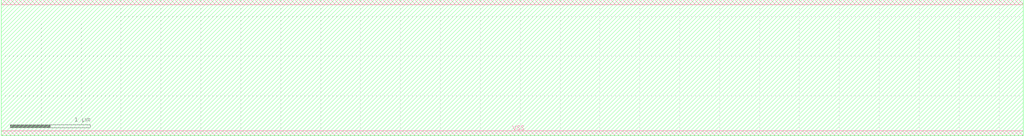
<source format=lef>
VERSION 5.7 ;
BUSBITCHARS "[]" ;
DIVIDERCHAR "/" ;


UNITS
  CAPACITANCE PICOFARADS 1 ;
  DATABASE MICRONS 2000 ;
END UNITS

MANUFACTURINGGRID 0.0005 ;


LAYER Metal1
  TYPE ROUTING ;
  DIRECTION HORIZONTAL ;
  PITCH 0.19 0.19 ;
  WIDTH 0.06 ;
  AREA 0.02 ;
  SPACINGTABLE
    PARALLELRUNLENGTH 0 
    WIDTH 0    0.06 
    WIDTH 0.1  0.1 
    WIDTH 0.75 0.25 
    WIDTH 1.5  0.45 ;
  SPACING 0.09 ENDOFLINE 0.09 WITHIN 0.025 ;
END Metal1

LAYER Via1
  TYPE CUT ;
  SPACING 0.07 ;
  WIDTH 0.07 ;
END Via1

LAYER Metal2
  TYPE ROUTING ;
  DIRECTION VERTICAL ;
  PITCH 0.2 0.2 ;
  WIDTH 0.07 ;
  AREA 0.02 ;
  SPACINGTABLE
    PARALLELRUNLENGTH 0
    WIDTH 0     0.07 
    WIDTH 0.1   0.15
    WIDTH 0.75  0.25
    WIDTH 1.5   0.45 ;
  SPACING 0.1 ENDOFLINE 0.1 WITHIN 0.035 ;
END Metal2

LAYER Via2
  TYPE CUT ;
  SPACING 0.07 ;
  WIDTH 0.07 ;
END Via2

LAYER Metal3
  TYPE ROUTING ;
  DIRECTION HORIZONTAL ;
  PITCH 0.2 0.2 ;
  WIDTH 0.07 ;
  AREA 0.02 ;
  SPACINGTABLE
    PARALLELRUNLENGTH 0
    WIDTH 0     0.07 
    WIDTH 0.1   0.15
    WIDTH 0.75  0.25
    WIDTH 1.5   0.45 ;
  SPACING 0.1 ENDOFLINE 0.1 WITHIN 0.035 ;
END Metal3

LAYER Via3
  TYPE CUT ;
  SPACING 0.07 ;
  WIDTH 0.07 ;
END Via3

LAYER Metal4
  TYPE ROUTING ;
  DIRECTION VERTICAL ;
  PITCH 0.2 0.2 ;
  WIDTH 0.07 ;
  AREA 0.02 ;
  SPACINGTABLE
    PARALLELRUNLENGTH 0
    WIDTH 0     0.07 
    WIDTH 0.1   0.15
    WIDTH 0.75  0.25
    WIDTH 1.5   0.45 ;
  SPACING 0.1 ENDOFLINE 0.1 WITHIN 0.035 ;
END Metal4

LAYER Via4
  TYPE CUT ;
  SPACING 0.07 ;
  WIDTH 0.07 ;
END Via4

LAYER Metal5
  TYPE ROUTING ;
  DIRECTION HORIZONTAL ;
  PITCH 0.2 0.2 ;
  WIDTH 0.07 ;
  AREA 0.02 ;
  SPACINGTABLE
    PARALLELRUNLENGTH 0
    WIDTH 0     0.07 
    WIDTH 0.1   0.15
    WIDTH 0.75  0.25
    WIDTH 1.5   0.45 ;
  SPACING 0.1 ENDOFLINE 0.1 WITHIN 0.035 ;
END Metal5

LAYER Via5
  TYPE CUT ;
  SPACING 0.07 ;
  WIDTH 0.07 ;
END Via5

LAYER Metal6
  TYPE ROUTING ;
  DIRECTION VERTICAL ;
  PITCH 0.2 0.2 ;
  WIDTH 0.07 ;
  AREA 0.02 ;
  SPACINGTABLE
    PARALLELRUNLENGTH 0
    WIDTH 0     0.07 
    WIDTH 0.1   0.15
    WIDTH 0.75  0.25
    WIDTH 1.5   0.45 ;
  SPACING 0.1 ENDOFLINE 0.1 WITHIN 0.035 ;
END Metal6

LAYER Via6
  TYPE CUT ;
  SPACING 0.07 ;
  WIDTH 0.07 ;
END Via6

LAYER Metal7
  TYPE ROUTING ;
  DIRECTION HORIZONTAL ;
  PITCH 0.2 0.2 ;
  WIDTH 0.07 ;
  AREA 0.02 ;
  SPACINGTABLE
    PARALLELRUNLENGTH 0
    WIDTH 0     0.07 
    WIDTH 0.1   0.15
    WIDTH 0.75  0.25
    WIDTH 1.5   0.45 ;
  SPACING 0.1 ENDOFLINE 0.1 WITHIN 0.035 ;
END Metal7

LAYER Via7
  TYPE CUT ;
  SPACING 0.07 ;
  WIDTH 0.07 ;
END Via7

LAYER Metal8
  TYPE ROUTING ;
  DIRECTION VERTICAL ;
  PITCH 0.2 0.2 ;
  WIDTH 0.07 ;
  AREA 0.02 ;
  SPACINGTABLE
    PARALLELRUNLENGTH 0
    WIDTH 0     0.07 
    WIDTH 0.1   0.15
    WIDTH 0.75  0.25
    WIDTH 1.5   0.45 ;
  SPACING 0.1 ENDOFLINE 0.1 WITHIN 0.035 ;
END Metal8

LAYER Via8
  TYPE CUT ;
  SPACING 0.07 ;
  WIDTH 0.07 ;
END Via8

LAYER Metal9
  TYPE ROUTING ;
  DIRECTION HORIZONTAL ;
  PITCH 0.33 0.33 ;
  WIDTH 0.07 ;
  AREA 0.02 ;
  SPACINGTABLE
    PARALLELRUNLENGTH 0
    WIDTH 0     0.07 
    WIDTH 0.1   0.15
    WIDTH 0.75  0.25
    WIDTH 1.5   0.45 ;
  SPACING 0.1 ENDOFLINE 0.1 WITHIN 0.035 ;
END Metal9

LAYER OVERLAP
  TYPE OVERLAP ;
END OVERLAP

VIA VIA12_1C DEFAULT 
    LAYER Metal1 ;
        RECT -0.065000 -0.035000 0.065000 0.035000 ;
    LAYER Via1 ;
        RECT -0.035000 -0.035000 0.035000 0.035000 ;
    LAYER Metal2 ;
        RECT -0.035000 -0.065000 0.035000 0.065000 ;
END VIA12_1C

VIA VIA12_1C_H DEFAULT 
    LAYER Metal1 ;
        RECT -0.065000 -0.035000 0.065000 0.035000 ;
    LAYER Via1 ;
        RECT -0.035000 -0.035000 0.035000 0.035000 ;
    LAYER Metal2 ;
        RECT -0.065000 -0.035000 0.065000 0.035000 ;
END VIA12_1C_H

VIA VIA12_1C_V DEFAULT 
    LAYER Metal1 ;
        RECT -0.035000 -0.065000 0.035000 0.065000 ;
    LAYER Via1 ;
        RECT -0.035000 -0.035000 0.035000 0.035000 ;
    LAYER Metal2 ;
        RECT -0.035000 -0.065000 0.035000 0.065000 ;
END VIA12_1C_V

VIA VIA23_1C DEFAULT 
    LAYER Metal2 ;
        RECT -0.035000 -0.065000 0.035000 0.065000 ;
    LAYER Via2 ;
        RECT -0.035000 -0.035000 0.035000 0.035000 ;
    LAYER Metal3 ;
        RECT -0.065000 -0.035000 0.065000 0.035000 ;
END VIA23_1C

VIA VIA23_1C_H DEFAULT 
    LAYER Metal2 ;
        RECT -0.065000 -0.035000 0.065000 0.035000 ;
    LAYER Via2 ;
        RECT -0.035000 -0.035000 0.035000 0.035000 ;
    LAYER Metal3 ;
        RECT -0.065000 -0.035000 0.065000 0.035000 ;
END VIA23_1C_H

VIA VIA23_1C_V DEFAULT 
    LAYER Metal2 ;
        RECT -0.035000 -0.065000 0.035000 0.065000 ;
    LAYER Via2 ;
        RECT -0.035000 -0.035000 0.035000 0.035000 ;
    LAYER Metal3 ;
        RECT -0.035000 -0.065000 0.035000 0.065000 ;
END VIA23_1C_V

VIA VIA23_1ST_N DEFAULT 
    LAYER Metal2 ;
        RECT -0.035000 -0.065000 0.035000 0.325000 ;
    LAYER Via2 ;
        RECT -0.035000 -0.035000 0.035000 0.035000 ;
    LAYER Metal3 ;
        RECT -0.065000 -0.035000 0.065000 0.035000 ;
END VIA23_1ST_N

VIA VIA23_1ST_S DEFAULT 
    LAYER Metal2 ;
        RECT -0.035000 -0.325000 0.035000 0.065000 ;
    LAYER Via2 ;
        RECT -0.035000 -0.035000 0.035000 0.035000 ;
    LAYER Metal3 ;
        RECT -0.065000 -0.035000 0.065000 0.035000 ;
END VIA23_1ST_S

VIA VIA34_1C DEFAULT 
    LAYER Metal3 ;
        RECT -0.065000 -0.035000 0.065000 0.035000 ;
    LAYER Via3 ;
        RECT -0.035000 -0.035000 0.035000 0.035000 ;
    LAYER Metal4 ;
        RECT -0.035000 -0.065000 0.035000 0.065000 ;
END VIA34_1C

VIA VIA34_1C_H DEFAULT 
    LAYER Metal3 ;
        RECT -0.065000 -0.035000 0.065000 0.035000 ;
    LAYER Via3 ;
        RECT -0.035000 -0.035000 0.035000 0.035000 ;
    LAYER Metal4 ;
        RECT -0.065000 -0.035000 0.065000 0.035000 ;
END VIA34_1C_H

VIA VIA34_1C_V DEFAULT 
    LAYER Metal3 ;
        RECT -0.035000 -0.065000 0.035000 0.065000 ;
    LAYER Via3 ;
        RECT -0.035000 -0.035000 0.035000 0.035000 ;
    LAYER Metal4 ;
        RECT -0.035000 -0.065000 0.035000 0.065000 ;
END VIA34_1C_V

VIA VIA34_1ST_E DEFAULT 
    LAYER Metal3 ;
        RECT -0.065000 -0.035000 0.325000 0.035000 ;
    LAYER Via3 ;
        RECT -0.035000 -0.035000 0.035000 0.035000 ;
    LAYER Metal4 ;
        RECT -0.035000 -0.065000 0.035000 0.065000 ;
END VIA34_1ST_E

VIA VIA34_1ST_W DEFAULT 
    LAYER Metal3 ;
        RECT -0.325000 -0.035000 0.065000 0.035000 ;
    LAYER Via3 ;
        RECT -0.035000 -0.035000 0.035000 0.035000 ;
    LAYER Metal4 ;
        RECT -0.035000 -0.065000 0.035000 0.065000 ;
END VIA34_1ST_W

VIA VIA45_1C DEFAULT 
    LAYER Metal4 ;
        RECT -0.035000 -0.065000 0.035000 0.065000 ;
    LAYER Via4 ;
        RECT -0.035000 -0.035000 0.035000 0.035000 ;
    LAYER Metal5 ;
        RECT -0.065000 -0.035000 0.065000 0.035000 ;
END VIA45_1C

VIA VIA45_1C_H DEFAULT 
    LAYER Metal4 ;
        RECT -0.065000 -0.035000 0.065000 0.035000 ;
    LAYER Via4 ;
        RECT -0.035000 -0.035000 0.035000 0.035000 ;
    LAYER Metal5 ;
        RECT -0.065000 -0.035000 0.065000 0.035000 ;
END VIA45_1C_H

VIA VIA45_1C_V DEFAULT 
    LAYER Metal4 ;
        RECT -0.035000 -0.065000 0.035000 0.065000 ;
    LAYER Via4 ;
        RECT -0.035000 -0.035000 0.035000 0.035000 ;
    LAYER Metal5 ;
        RECT -0.035000 -0.065000 0.035000 0.065000 ;
END VIA45_1C_V

VIA VIA45_1ST_N DEFAULT 
    LAYER Metal4 ;
        RECT -0.035000 -0.065000 0.035000 0.325000 ;
    LAYER Via4 ;
        RECT -0.035000 -0.035000 0.035000 0.035000 ;
    LAYER Metal5 ;
        RECT -0.065000 -0.035000 0.065000 0.035000 ;
END VIA45_1ST_N

VIA VIA45_1ST_S DEFAULT 
    LAYER Metal4 ;
        RECT -0.035000 -0.325000 0.035000 0.065000 ;
    LAYER Via4 ;
        RECT -0.035000 -0.035000 0.035000 0.035000 ;
    LAYER Metal5 ;
        RECT -0.065000 -0.035000 0.065000 0.035000 ;
END VIA45_1ST_S

VIA VIA5_0_VH DEFAULT 
    LAYER Metal5 ;
        RECT -0.035000 -0.065000 0.035000 0.065000 ;
    LAYER Via5 ;
        RECT -0.035000 -0.035000 0.035000 0.035000 ;
    LAYER Metal6 ;
        RECT -0.065000 -0.035000 0.065000 0.035000 ;
END VIA5_0_VH

VIA VIA6_0_HV DEFAULT 
    LAYER Metal6 ;
        RECT -0.260000 -0.200000 0.260000 0.200000 ;
    LAYER Via6 ;
        RECT -0.180000 -0.180000 0.180000 0.180000 ;
    LAYER Metal7 ;
        RECT -0.200000 -0.260000 0.200000 0.260000 ;
END VIA6_0_HV

VIA VIA7_0_VH DEFAULT 
    LAYER Metal7 ;
        RECT -0.200000 -0.260000 0.200000 0.260000 ;
    LAYER Via7 ;
        RECT -0.180000 -0.180000 0.180000 0.180000 ;
    LAYER Metal8 ;
        RECT -0.260000 -0.200000 0.260000 0.200000 ;
END VIA7_0_VH

VIA VIA8_0_VH DEFAULT 
    LAYER Metal8 ;
        RECT -0.200000 -0.260000 0.200000 0.260000 ;
    LAYER Via8 ;
        RECT -0.180000 -0.180000 0.180000 0.180000 ;
    LAYER Metal9 ;
        RECT -0.260000 -0.200000 0.260000 0.200000 ;
END VIA8_0_VH


SITE CoreSite
  CLASS CORE ;
  SIZE 0.2 BY 1.71 ;
END CoreSite

MACRO OAI2BB1X4
  CLASS CORE ;
  ORIGIN 0 0 ;
  FOREIGN OAI2BB1X4 0 0 ;
  SIZE 2.6 BY 1.71 ;
  SYMMETRY X Y ;
  SITE CoreSite ;
  PIN Y
    DIRECTION OUTPUT ;
    USE SIGNAL ;
    PORT
      LAYER Metal1 ;
        RECT 0.115 0.59 0.175 1.22 ;
        RECT 0.06 0.98 0.175 1.22 ;
        RECT 0.335 1.16 0.395 1.44 ;
        RECT 0.51 0.57 0.63 0.65 ;
        RECT 0.745 1.16 0.805 1.44 ;
        RECT 0.115 0.59 1.145 0.65 ;
        RECT 1.165 1.16 1.225 1.44 ;
        RECT 1.095 0.57 1.36 0.63 ;
        RECT 0.06 1.16 1.635 1.22 ;
        RECT 1.575 1.16 1.635 1.44 ;
    END
  END Y
  PIN A0N
    DIRECTION INPUT ;
    USE SIGNAL ;
    PORT
      LAYER Metal1 ;
        RECT 1.795 0.625 1.965 0.705 ;
        RECT 1.885 0.625 1.965 0.9 ;
        RECT 1.885 0.82 2.1 0.9 ;
    END
  END A0N
  PIN A1N
    DIRECTION INPUT ;
    USE SIGNAL ;
    PORT
      LAYER Metal1 ;
        RECT 2.36 0.76 2.44 1.06 ;
        RECT 2.36 0.98 2.54 1.06 ;
        RECT 2.46 0.98 2.54 1.16 ;
    END
  END A1N
  PIN B0
    DIRECTION INPUT ;
    USE SIGNAL ;
    PORT
      LAYER Metal1 ;
        RECT 0.46 0.75 0.54 0.92 ;
        RECT 0.275 0.75 1.695 0.81 ;
    END
  END B0
  PIN VDD
    DIRECTION INOUT ;
    USE POWER ;
    SHAPE ABUTMENT ;
    NETEXPR "VDD VDD!" ;
    PORT
      LAYER Metal1 ;
        RECT 0.00 1.65 2.6 1.71 ;
    END
  END VDD
  PIN VSS
    DIRECTION INOUT ;
    USE GROUND ;
    SHAPE ABUTMENT ;
    NETEXPR "VSS VSS!" ;
    PORT
      LAYER Metal1 ;
        RECT 0.00 0.00 2.6 0.06 ;
    END
  END VSS
END OAI2BB1X4

MACRO OA22X2
  CLASS CORE ;
  ORIGIN 0 0 ;
  FOREIGN OA22X2 0 0 ;
  SIZE 2 BY 1.71 ;
  SYMMETRY X Y ;
  SITE CoreSite ;
  PIN Y
    DIRECTION OUTPUT ;
    USE SIGNAL ;
    PORT
      LAYER Metal1 ;
        RECT 1.44 0.67 1.5 1.395 ;
        RECT 1.46 0.57 1.54 0.73 ;
        RECT 1.46 0.57 1.615 0.63 ;
    END
  END Y
  PIN B0
    DIRECTION INPUT ;
    USE SIGNAL ;
    PORT
      LAYER Metal1 ;
        RECT 1 0.98 1.08 1.17 ;
        RECT 1 0.98 1.34 1.06 ;
        RECT 1.26 0.98 1.34 1.11 ;
    END
  END B0
  PIN A1
    DIRECTION INPUT ;
    USE SIGNAL ;
    PORT
      LAYER Metal1 ;
        RECT 0.46 0.675 0.54 1.175 ;
    END
  END A1
  PIN A0
    DIRECTION INPUT ;
    USE SIGNAL ;
    PORT
      LAYER Metal1 ;
        RECT 0.26 0.675 0.34 1.175 ;
    END
  END A0
  PIN B1
    DIRECTION INPUT ;
    USE SIGNAL ;
    PORT
      LAYER Metal1 ;
        RECT 0.66 0.675 0.74 1.175 ;
    END
  END B1
  PIN VDD
    DIRECTION INOUT ;
    USE POWER ;
    SHAPE ABUTMENT ;
    NETEXPR "VDD VDD!" ;
    PORT
      LAYER Metal1 ;
        RECT 0.00 1.65 2 1.71 ;
    END
  END VDD
  PIN VSS
    DIRECTION INOUT ;
    USE GROUND ;
    SHAPE ABUTMENT ;
    NETEXPR "VSS VSS!" ;
    PORT
      LAYER Metal1 ;
        RECT 0.00 0.00 2 0.06 ;
    END
  END VSS
END OA22X2

MACRO NAND3X8
  CLASS CORE ;
  ORIGIN 0 0 ;
  FOREIGN NAND3X8 0 0 ;
  SIZE 4.8 BY 1.71 ;
  SYMMETRY X Y ;
  SITE CoreSite ;
  PIN Y
    DIRECTION OUTPUT ;
    USE SIGNAL ;
    PORT
      LAYER Metal1 ;
        RECT 0.315 1.195 0.375 1.46 ;
        RECT 0.76 1.21 0.82 1.33 ;
        RECT 1.17 1.21 1.23 1.33 ;
        RECT 1.58 1.06 1.64 1.46 ;
        RECT 2.025 1.21 2.085 1.33 ;
        RECT 2.44 1.21 2.5 1.33 ;
        RECT 2.85 1.21 2.91 1.33 ;
        RECT 3.26 1.21 3.32 1.33 ;
        RECT 3.705 1.06 3.765 1.46 ;
        RECT 0.315 1.21 4.175 1.27 ;
        RECT 4.115 1.015 4.175 1.46 ;
        RECT 4.46 0.98 4.625 1.11 ;
        RECT 4.115 1.05 4.625 1.11 ;
        RECT 0.775 0.405 4.625 0.465 ;
        RECT 4.565 0.405 4.625 1.46 ;
        RECT 4.525 0.98 4.625 1.46 ;
    END
  END Y
  PIN A
    DIRECTION INPUT ;
    USE SIGNAL ;
    PORT
      LAYER Metal1 ;
        RECT 0.26 0.79 0.34 0.92 ;
        RECT 0.28 0.79 0.34 1.095 ;
        RECT 0.28 1.035 0.535 1.095 ;
        RECT 1.28 0.885 1.34 1.11 ;
        RECT 0.475 1.05 1.34 1.11 ;
        RECT 1.28 0.885 1.4 0.96 ;
        RECT 1.28 0.9 1.8 0.96 ;
        RECT 1.74 0.9 1.8 1.11 ;
        RECT 2.55 0.885 2.67 0.945 ;
        RECT 2.61 0.885 2.67 1.11 ;
        RECT 3.545 0.9 3.605 1.11 ;
        RECT 1.74 1.05 3.605 1.11 ;
        RECT 3.545 0.9 3.79 0.96 ;
        RECT 3.73 0.885 3.86 0.945 ;
    END
  END A
  PIN B
    DIRECTION INPUT ;
    USE SIGNAL ;
    PORT
      LAYER Metal1 ;
        RECT 0.45 0.875 0.695 0.935 ;
        RECT 1.04 0.725 1.1 0.95 ;
        RECT 0.635 0.89 1.1 0.95 ;
        RECT 1.04 0.725 1.56 0.785 ;
        RECT 1.5 0.74 1.96 0.8 ;
        RECT 1.9 0.74 1.96 0.95 ;
        RECT 2.28 0.74 2.34 0.95 ;
        RECT 1.9 0.89 2.34 0.95 ;
        RECT 2.28 0.74 2.4 0.8 ;
        RECT 2.34 0.725 2.83 0.785 ;
        RECT 2.77 0.74 3.03 0.8 ;
        RECT 2.97 0.74 3.03 0.95 ;
        RECT 3.385 0.74 3.445 0.95 ;
        RECT 2.97 0.89 3.445 0.95 ;
        RECT 3.385 0.74 3.63 0.8 ;
        RECT 3.51 0.725 4.245 0.785 ;
        RECT 4.035 0.725 4.245 0.895 ;
    END
  END B
  PIN C
    DIRECTION INPUT ;
    USE SIGNAL ;
    PORT
      LAYER Metal1 ;
        RECT 0.86 0.6 0.94 0.79 ;
        RECT 0.795 0.73 0.94 0.79 ;
        RECT 2.06 0.565 2.12 0.79 ;
        RECT 2.06 0.73 2.18 0.79 ;
        RECT 3.225 0.565 3.285 0.79 ;
        RECT 3.165 0.73 3.285 0.79 ;
        RECT 0.88 0.565 4.405 0.625 ;
        RECT 4.345 0.565 4.405 0.8 ;
        RECT 4.345 0.74 4.465 0.8 ;
    END
  END C
  PIN VDD
    DIRECTION INOUT ;
    USE POWER ;
    SHAPE ABUTMENT ;
    NETEXPR "VDD VDD!" ;
    PORT
      LAYER Metal1 ;
        RECT 0.00 1.65 4.8 1.71 ;
    END
  END VDD
  PIN VSS
    DIRECTION INOUT ;
    USE GROUND ;
    SHAPE ABUTMENT ;
    NETEXPR "VSS VSS!" ;
    PORT
      LAYER Metal1 ;
        RECT 0.00 0.00 4.8 0.06 ;
    END
  END VSS
END NAND3X8

MACRO SDFFRX4
  CLASS CORE ;
  ORIGIN 0 0 ;
  FOREIGN SDFFRX4 0 0 ;
  SIZE 7.8 BY 1.71 ;
  SYMMETRY X Y ;
  SITE CoreSite ;
  PIN QN
    DIRECTION OUTPUT ;
    USE SIGNAL ;
    PORT
      LAYER Metal1 ;
        RECT 6.66 0.485 6.72 1.34 ;
        RECT 6.66 0.79 6.74 1.34 ;
        RECT 6.66 0.95 6.76 1.34 ;
        RECT 6.66 0.95 7.17 1.01 ;
        RECT 7.11 0.95 7.17 1.34 ;
        RECT 6.6 0.485 7.19 0.545 ;
    END
  END QN
  PIN Q
    DIRECTION OUTPUT ;
    USE SIGNAL ;
    PORT
      LAYER Metal1 ;
        RECT 5.86 0.485 5.92 1.34 ;
        RECT 5.86 0.79 5.94 1.34 ;
        RECT 5.66 0.485 6.25 0.545 ;
        RECT 5.86 0.95 6.35 1.01 ;
        RECT 6.29 0.95 6.35 1.34 ;
    END
  END Q
  PIN RN
    DIRECTION INPUT ;
    USE SIGNAL ;
    PORT
      LAYER Metal1 ;
        RECT 3.635 0.625 3.765 0.705 ;
        RECT 3.705 0.295 3.765 0.865 ;
        RECT 3.225 0.805 3.765 0.865 ;
        RECT 3.705 0.295 4.47 0.355 ;
        RECT 4.41 0.295 4.47 0.45 ;
        RECT 4.41 0.39 4.785 0.45 ;
        RECT 4.725 0.39 4.785 0.705 ;
        RECT 4.725 0.64 5.41 0.705 ;
        RECT 4.665 0.645 5.41 0.705 ;
        RECT 5.35 0.64 5.41 0.76 ;
    END
  END RN
  PIN CK
    DIRECTION INPUT ;
    USE SIGNAL ;
    PORT
      LAYER Metal1 ;
        RECT 1.46 0.6 1.54 1.1 ;
    END
  END CK
  PIN D
    DIRECTION INPUT ;
    USE SIGNAL ;
    PORT
      LAYER Metal1 ;
        RECT 1.26 0.6 1.34 1.1 ;
    END
  END D
  PIN SI
    DIRECTION INPUT ;
    USE SIGNAL ;
    PORT
      LAYER Metal1 ;
        RECT 0.46 0.74 0.54 1.1 ;
        RECT 0.46 0.79 0.68 1.1 ;
    END
  END SI
  PIN SE
    DIRECTION INPUT ;
    USE SIGNAL ;
    PORT
      LAYER Metal1 ;
        RECT 0.26 0.6 0.34 0.73 ;
        RECT 0.54 0.255 0.6 0.64 ;
        RECT 0.28 0.58 0.695 0.64 ;
        RECT 0.635 0.625 0.755 0.685 ;
        RECT 0.54 0.255 1.16 0.315 ;
        RECT 1.1 0.255 1.16 1.1 ;
    END
  END SE
  PIN VDD
    DIRECTION INOUT ;
    USE POWER ;
    SHAPE ABUTMENT ;
    NETEXPR "VDD VDD!" ;
    PORT
      LAYER Metal1 ;
        RECT 0.00 1.65 7.8 1.71 ;
    END
  END VDD
  PIN VSS
    DIRECTION INOUT ;
    USE GROUND ;
    SHAPE ABUTMENT ;
    NETEXPR "VSS VSS!" ;
    PORT
      LAYER Metal1 ;
        RECT 0.00 0.00 7.8 0.06 ;
    END
  END VSS
END SDFFRX4

MACRO TLATSRX1
  CLASS CORE ;
  ORIGIN 0 0 ;
  FOREIGN TLATSRX1 0 0 ;
  SIZE 3.8 BY 1.71 ;
  SYMMETRY X Y ;
  SITE CoreSite ;
  PIN QN
    DIRECTION OUTPUT ;
    USE SIGNAL ;
    PORT
      LAYER Metal1 ;
        RECT 0.86 0.6 0.94 0.73 ;
        RECT 0.88 0.41 0.94 1.07 ;
    END
  END QN
  PIN Q
    DIRECTION OUTPUT ;
    USE SIGNAL ;
    PORT
      LAYER Metal1 ;
        RECT 0.06 0.41 0.305 0.54 ;
        RECT 0.225 0.41 0.305 1.29 ;
    END
  END Q
  PIN D
    DIRECTION INPUT ;
    USE SIGNAL ;
    PORT
      LAYER Metal1 ;
        RECT 3.39 0.785 3.47 1.155 ;
        RECT 3.26 0.845 3.47 1.155 ;
    END
  END D
  PIN RN
    DIRECTION INPUT ;
    USE SIGNAL ;
    PORT
      LAYER Metal1 ;
        RECT 2.025 0.785 2.105 0.96 ;
        RECT 2.025 0.815 2.43 0.96 ;
    END
  END RN
  PIN G
    DIRECTION INPUT ;
    USE SIGNAL ;
    PORT
      LAYER Metal1 ;
        RECT 1.6 0.815 1.68 1.23 ;
        RECT 1.6 0.815 1.765 0.895 ;
    END
  END G
  PIN SN
    DIRECTION INPUT ;
    USE SIGNAL ;
    PORT
      LAYER Metal1 ;
        RECT 1.2 0.84 1.34 0.92 ;
        RECT 1.26 0.65 1.34 1.09 ;
    END
  END SN
  PIN VDD
    DIRECTION INOUT ;
    USE POWER ;
    SHAPE ABUTMENT ;
    NETEXPR "VDD VDD!" ;
    PORT
      LAYER Metal1 ;
        RECT 0.00 1.65 3.8 1.71 ;
    END
  END VDD
  PIN VSS
    DIRECTION INOUT ;
    USE GROUND ;
    SHAPE ABUTMENT ;
    NETEXPR "VSS VSS!" ;
    PORT
      LAYER Metal1 ;
        RECT 0.00 0.00 3.8 0.06 ;
    END
  END VSS
END TLATSRX1

MACRO OAI2BB1X1
  CLASS CORE ;
  ORIGIN 0 0 ;
  FOREIGN OAI2BB1X1 0 0 ;
  SIZE 1.2 BY 1.71 ;
  SYMMETRY X Y ;
  SITE CoreSite ;
  PIN Y
    DIRECTION OUTPUT ;
    USE SIGNAL ;
    PORT
      LAYER Metal1 ;
        RECT 0.06 0.41 0.18 0.54 ;
        RECT 0.12 0.4 0.18 0.85 ;
        RECT 0.12 0.79 0.34 0.85 ;
        RECT 0.28 0.79 0.34 1.34 ;
    END
  END Y
  PIN B0
    DIRECTION INPUT ;
    USE SIGNAL ;
    PORT
      LAYER Metal1 ;
        RECT 0.44 0.64 0.52 1.06 ;
        RECT 0.46 0.98 0.54 1.12 ;
    END
  END B0
  PIN A0N
    DIRECTION INPUT ;
    USE SIGNAL ;
    PORT
      LAYER Metal1 ;
        RECT 0.64 0.64 0.72 1.12 ;
        RECT 0.64 0.78 0.74 1.12 ;
    END
  END A0N
  PIN A1N
    DIRECTION INPUT ;
    USE SIGNAL ;
    PORT
      LAYER Metal1 ;
        RECT 1 0.67 1.08 1.06 ;
        RECT 1.06 0.98 1.14 1.11 ;
    END
  END A1N
  PIN VDD
    DIRECTION INOUT ;
    USE POWER ;
    SHAPE ABUTMENT ;
    NETEXPR "VDD VDD!" ;
    PORT
      LAYER Metal1 ;
        RECT 0.00 1.65 1.2 1.71 ;
    END
  END VDD
  PIN VSS
    DIRECTION INOUT ;
    USE GROUND ;
    SHAPE ABUTMENT ;
    NETEXPR "VSS VSS!" ;
    PORT
      LAYER Metal1 ;
        RECT 0.00 0.00 1.2 0.06 ;
    END
  END VSS
END OAI2BB1X1

MACRO DLY4X1
  CLASS CORE ;
  ORIGIN 0 0 ;
  FOREIGN DLY4X1 0 0 ;
  SIZE 5.8 BY 1.71 ;
  SYMMETRY X Y ;
  SITE CoreSite ;
  PIN Y
    DIRECTION OUTPUT ;
    USE SIGNAL ;
    PORT
      LAYER Metal1 ;
        RECT 0.435 0.54 0.515 1.29 ;
        RECT 0.435 0.625 0.565 0.705 ;
    END
  END Y
  PIN A
    DIRECTION INPUT ;
    USE SIGNAL ;
    PORT
      LAYER Metal1 ;
        RECT 5.46 0.69 5.54 1.19 ;
    END
  END A
  PIN VDD
    DIRECTION INOUT ;
    USE POWER ;
    SHAPE ABUTMENT ;
    NETEXPR "VDD VDD!" ;
    PORT
      LAYER Metal1 ;
        RECT 0.00 1.65 5.8 1.71 ;
    END
  END VDD
  PIN VSS
    DIRECTION INOUT ;
    USE GROUND ;
    SHAPE ABUTMENT ;
    NETEXPR "VSS VSS!" ;
    PORT
      LAYER Metal1 ;
        RECT 0.00 0.00 5.8 0.06 ;
    END
  END VSS
END DLY4X1

MACRO ADDFX4
  CLASS CORE ;
  ORIGIN 0 0 ;
  FOREIGN ADDFX4 0 0 ;
  SIZE 5.6 BY 1.71 ;
  SYMMETRY X Y ;
  SITE CoreSite ;
  PIN S
    DIRECTION OUTPUT ;
    USE SIGNAL ;
    PORT
      LAYER Metal1 ;
        RECT 4.745 0.415 4.805 0.555 ;
        RECT 4.745 1 4.805 1.39 ;
        RECT 4.745 0.495 5.285 0.555 ;
        RECT 5.155 1 5.215 1.39 ;
        RECT 5.165 0.415 5.225 0.555 ;
        RECT 5.225 0.495 5.285 1.06 ;
        RECT 4.745 1 5.285 1.06 ;
        RECT 5.225 0.6 5.34 0.73 ;
    END
  END S
  PIN CO
    DIRECTION OUTPUT ;
    USE SIGNAL ;
    PORT
      LAYER Metal1 ;
        RECT 0.26 0.6 0.34 0.73 ;
        RECT 0.28 0.6 0.34 0.98 ;
        RECT 0.34 0.52 0.4 0.66 ;
        RECT 0.34 0.92 0.4 1.295 ;
        RECT 0.28 0.92 0.82 0.98 ;
        RECT 0.76 0.52 0.82 0.66 ;
        RECT 0.26 0.6 0.82 0.66 ;
        RECT 0.76 0.92 0.82 1.295 ;
    END
  END CO
  PIN B
    DIRECTION INPUT ;
    USE SIGNAL ;
    PORT
      LAYER Metal1 ;
        RECT 1.765 0.79 2.525 0.85 ;
        RECT 2.26 0.79 2.525 0.94 ;
        RECT 2.26 0.88 3.235 0.94 ;
        RECT 3.175 0.82 4.325 0.88 ;
    END
  END B
  PIN A
    DIRECTION INPUT ;
    USE SIGNAL ;
    PORT
      LAYER Metal1 ;
        RECT 1.54 0.63 1.6 0.75 ;
        RECT 1.54 0.63 2.685 0.69 ;
        RECT 2.625 0.63 2.685 0.78 ;
        RECT 2.625 0.72 3.075 0.78 ;
        RECT 3.015 0.66 4.485 0.72 ;
        RECT 4.235 0.625 4.485 0.72 ;
        RECT 4.425 0.625 4.485 0.745 ;
    END
  END A
  PIN CI
    DIRECTION INPUT ;
    USE SIGNAL ;
    PORT
      LAYER Metal1 ;
        RECT 2.235 0.435 2.365 0.53 ;
        RECT 2.235 0.47 2.825 0.53 ;
        RECT 2.795 0.5 2.915 0.62 ;
        RECT 2.765 0.5 4.015 0.56 ;
    END
  END CI
  PIN VDD
    DIRECTION INOUT ;
    USE POWER ;
    SHAPE ABUTMENT ;
    NETEXPR "VDD VDD!" ;
    PORT
      LAYER Metal1 ;
        RECT 0.00 1.65 5.6 1.71 ;
    END
  END VDD
  PIN VSS
    DIRECTION INOUT ;
    USE GROUND ;
    SHAPE ABUTMENT ;
    NETEXPR "VSS VSS!" ;
    PORT
      LAYER Metal1 ;
        RECT 0.00 0.00 5.6 0.06 ;
    END
  END VSS
END ADDFX4

MACRO CLKAND2X12
  CLASS CORE ;
  ORIGIN 0 0 ;
  FOREIGN CLKAND2X12 0 0 ;
  SIZE 4.4 BY 1.71 ;
  SYMMETRY X Y ;
  SITE CoreSite ;
  PIN Y
    DIRECTION OUTPUT ;
    USE SIGNAL ;
    PORT
      LAYER Metal1 ;
        RECT 2.305 0.35 2.365 0.655 ;
        RECT 2.395 0.915 2.455 1.37 ;
        RECT 2.715 0.35 2.775 0.655 ;
        RECT 2.805 0.915 2.865 1.37 ;
        RECT 3.125 0.35 3.185 0.655 ;
        RECT 3.215 0.915 3.275 1.37 ;
        RECT 3.535 0.35 3.595 0.655 ;
        RECT 3.625 0.915 3.685 1.37 ;
        RECT 3.945 0.35 4.005 0.655 ;
        RECT 2.395 0.915 4.14 0.975 ;
        RECT 2.305 0.595 4.12 0.655 ;
        RECT 4.06 0.595 4.12 1.37 ;
        RECT 4.06 0.79 4.14 1.37 ;
        RECT 4.035 0.915 4.14 1.37 ;
    END
  END Y
  PIN A
    DIRECTION INPUT ;
    USE SIGNAL ;
    PORT
      LAYER Metal1 ;
        RECT 0.66 0.89 0.72 1.01 ;
        RECT 1.19 0.89 1.25 1.01 ;
        RECT 1.835 0.815 1.965 1.01 ;
        RECT 0.66 0.95 1.965 1.01 ;
        RECT 1.835 0.815 2.045 0.875 ;
    END
  END A
  PIN B
    DIRECTION INPUT ;
    USE SIGNAL ;
    PORT
      LAYER Metal1 ;
        RECT 0.265 0.79 0.54 0.85 ;
        RECT 0.46 0.79 0.54 0.92 ;
        RECT 0.965 0.73 1.085 0.8 ;
        RECT 0.48 0.73 1.64 0.79 ;
        RECT 1.58 0.73 1.64 0.85 ;
    END
  END B
  PIN VDD
    DIRECTION INOUT ;
    USE POWER ;
    SHAPE ABUTMENT ;
    NETEXPR "VDD VDD!" ;
    PORT
      LAYER Metal1 ;
        RECT 0.00 1.65 4.4 1.71 ;
    END
  END VDD
  PIN VSS
    DIRECTION INOUT ;
    USE GROUND ;
    SHAPE ABUTMENT ;
    NETEXPR "VSS VSS!" ;
    PORT
      LAYER Metal1 ;
        RECT 0.00 0.00 4.4 0.06 ;
    END
  END VSS
END CLKAND2X12

MACRO MXI3XL
  CLASS CORE ;
  ORIGIN 0 0 ;
  FOREIGN MXI3XL 0 0 ;
  SIZE 3.4 BY 1.71 ;
  SYMMETRY X Y ;
  SITE CoreSite ;
  PIN Y
    DIRECTION OUTPUT ;
    USE SIGNAL ;
    PORT
      LAYER Metal1 ;
        RECT 3.26 0.52 3.34 1.02 ;
    END
  END Y
  PIN C
    DIRECTION INPUT ;
    USE SIGNAL ;
    PORT
      LAYER Metal1 ;
        RECT 2.915 0.74 2.995 1.085 ;
        RECT 2.915 0.79 3.15 1.085 ;
    END
  END C
  PIN S1
    DIRECTION INPUT ;
    USE SIGNAL ;
    PORT
      LAYER Metal1 ;
        RECT 2.035 0.815 2.165 1.02 ;
        RECT 2.035 0.94 2.565 1.02 ;
    END
  END S1
  PIN B
    DIRECTION INPUT ;
    USE SIGNAL ;
    PORT
      LAYER Metal1 ;
        RECT 1.345 0.845 1.54 1.135 ;
    END
  END B
  PIN A
    DIRECTION INPUT ;
    USE SIGNAL ;
    PORT
      LAYER Metal1 ;
        RECT 0.425 0.815 0.925 0.895 ;
    END
  END A
  PIN S0
    DIRECTION INPUT ;
    USE SIGNAL ;
    PORT
      LAYER Metal1 ;
        RECT 0.245 0.965 0.325 1.085 ;
        RECT 0.235 1.005 0.365 1.085 ;
        RECT 0.245 0.995 0.9 1.075 ;
    END
  END S0
  PIN VDD
    DIRECTION INOUT ;
    USE POWER ;
    SHAPE ABUTMENT ;
    NETEXPR "VDD VDD!" ;
    PORT
      LAYER Metal1 ;
        RECT 0.00 1.65 3.4 1.71 ;
    END
  END VDD
  PIN VSS
    DIRECTION INOUT ;
    USE GROUND ;
    SHAPE ABUTMENT ;
    NETEXPR "VSS VSS!" ;
    PORT
      LAYER Metal1 ;
        RECT 0.00 0.00 3.4 0.06 ;
    END
  END VSS
END MXI3XL

MACRO NAND3X6
  CLASS CORE ;
  ORIGIN 0 0 ;
  FOREIGN NAND3X6 0 0 ;
  SIZE 4.2 BY 1.71 ;
  SYMMETRY X Y ;
  SITE CoreSite ;
  PIN Y
    DIRECTION OUTPUT ;
    USE SIGNAL ;
    PORT
      LAYER Metal1 ;
        RECT 0.39 1.18 0.45 1.3 ;
        RECT 0.775 0.32 0.835 0.6 ;
        RECT 0.8 1.18 0.86 1.3 ;
        RECT 1.21 1.18 1.27 1.3 ;
        RECT 1.62 1.18 1.68 1.3 ;
        RECT 0.775 0.32 2.025 0.38 ;
        RECT 1.965 0.32 2.025 0.6 ;
        RECT 2.17 1.18 2.23 1.3 ;
        RECT 2.605 1.07 2.665 1.43 ;
        RECT 3.015 1.18 3.075 1.3 ;
        RECT 1.965 0.43 3.465 0.49 ;
        RECT 3.405 0.32 3.465 0.6 ;
        RECT 3.425 1.18 3.485 1.3 ;
        RECT 3.835 1.18 3.895 1.43 ;
        RECT 3.405 0.54 4.14 0.6 ;
        RECT 4.06 0.98 4.14 1.24 ;
        RECT 4.08 0.54 4.14 1.24 ;
        RECT 0.39 1.18 4.14 1.24 ;
    END
  END Y
  PIN A
    DIRECTION INPUT ;
    USE SIGNAL ;
    PORT
      LAYER Metal1 ;
        RECT 0.235 0.815 0.405 0.895 ;
        RECT 0.345 0.815 0.405 1.08 ;
        RECT 1.425 0.91 1.545 1.08 ;
        RECT 2.445 0.91 2.505 1.08 ;
        RECT 0.345 1.02 2.505 1.08 ;
        RECT 2.445 0.91 2.985 0.97 ;
        RECT 2.925 0.91 2.985 1.08 ;
        RECT 3.9 0.76 3.96 1.08 ;
        RECT 2.925 1.02 3.96 1.08 ;
        RECT 3.9 0.76 3.97 0.88 ;
    END
  END A
  PIN B
    DIRECTION INPUT ;
    USE SIGNAL ;
    PORT
      LAYER Metal1 ;
        RECT 0.505 0.86 1.165 0.92 ;
        RECT 1.105 0.805 1.325 0.865 ;
        RECT 1.265 0.75 1.705 0.81 ;
        RECT 1.645 0.75 1.705 0.92 ;
        RECT 2.285 0.75 2.345 0.92 ;
        RECT 1.645 0.86 2.345 0.92 ;
        RECT 2.285 0.75 3.145 0.81 ;
        RECT 3.085 0.75 3.145 0.92 ;
        RECT 3.66 0.79 3.74 0.92 ;
        RECT 3.085 0.86 3.795 0.92 ;
    END
  END B
  PIN C
    DIRECTION INPUT ;
    USE SIGNAL ;
    PORT
      LAYER Metal1 ;
        RECT 0.885 0.7 1.005 0.76 ;
        RECT 0.945 0.625 1.165 0.705 ;
        RECT 1.105 0.59 1.865 0.65 ;
        RECT 1.805 0.59 1.865 0.76 ;
        RECT 2.125 0.59 2.185 0.76 ;
        RECT 1.805 0.7 2.185 0.76 ;
        RECT 2.125 0.59 3.305 0.65 ;
        RECT 3.245 0.59 3.305 0.76 ;
        RECT 3.245 0.7 3.415 0.76 ;
    END
  END C
  PIN VDD
    DIRECTION INOUT ;
    USE POWER ;
    SHAPE ABUTMENT ;
    NETEXPR "VDD VDD!" ;
    PORT
      LAYER Metal1 ;
        RECT 0.00 1.65 4.2 1.71 ;
    END
  END VDD
  PIN VSS
    DIRECTION INOUT ;
    USE GROUND ;
    SHAPE ABUTMENT ;
    NETEXPR "VSS VSS!" ;
    PORT
      LAYER Metal1 ;
        RECT 0.00 0.00 4.2 0.06 ;
    END
  END VSS
END NAND3X6

MACRO SDFFRX2
  CLASS CORE ;
  ORIGIN 0 0 ;
  FOREIGN SDFFRX2 0 0 ;
  SIZE 6.4 BY 1.71 ;
  SYMMETRY X Y ;
  SITE CoreSite ;
  PIN Q
    DIRECTION OUTPUT ;
    USE SIGNAL ;
    PORT
      LAYER Metal1 ;
        RECT 1.055 0.49 1.135 0.99 ;
        RECT 1.055 0.6 1.14 0.73 ;
        RECT 1.055 0.91 1.175 0.99 ;
    END
  END Q
  PIN QN
    DIRECTION OUTPUT ;
    USE SIGNAL ;
    PORT
      LAYER Metal1 ;
        RECT 0.65 0.49 0.73 0.99 ;
        RECT 0.56 0.91 0.73 0.99 ;
        RECT 0.65 0.6 0.74 0.73 ;
    END
  END QN
  PIN SE
    DIRECTION INPUT ;
    USE SIGNAL ;
    PORT
      LAYER Metal1 ;
        RECT 5.635 0.6 5.715 0.88 ;
        RECT 5.635 0.6 6.14 0.68 ;
        RECT 6.06 0.6 6.14 0.73 ;
    END
  END SE
  PIN D
    DIRECTION INPUT ;
    USE SIGNAL ;
    PORT
      LAYER Metal1 ;
        RECT 5.815 0.78 5.895 1.085 ;
        RECT 5.635 1.005 5.895 1.085 ;
        RECT 5.815 0.78 5.935 0.86 ;
    END
  END D
  PIN SI
    DIRECTION INPUT ;
    USE SIGNAL ;
    PORT
      LAYER Metal1 ;
        RECT 5.06 0.79 5.14 1.025 ;
        RECT 5.135 0.6 5.215 0.87 ;
    END
  END SI
  PIN RN
    DIRECTION INPUT ;
    USE SIGNAL ;
    PORT
      LAYER Metal1 ;
        RECT 2.385 0.84 2.52 0.9 ;
        RECT 2.46 0.84 2.52 1.11 ;
        RECT 2.46 0.98 2.54 1.11 ;
        RECT 2.46 1.05 2.84 1.11 ;
        RECT 2.78 1.05 2.84 1.44 ;
        RECT 2.78 1.38 3.77 1.44 ;
    END
  END RN
  PIN CK
    DIRECTION INPUT ;
    USE SIGNAL ;
    PORT
      LAYER Metal1 ;
        RECT 1.435 0.57 1.515 0.945 ;
        RECT 1.435 0.57 1.64 0.705 ;
    END
  END CK
  PIN VDD
    DIRECTION INOUT ;
    USE POWER ;
    SHAPE ABUTMENT ;
    NETEXPR "VDD VDD!" ;
    PORT
      LAYER Metal1 ;
        RECT 0.00 1.65 6.4 1.71 ;
    END
  END VDD
  PIN VSS
    DIRECTION INOUT ;
    USE GROUND ;
    SHAPE ABUTMENT ;
    NETEXPR "VSS VSS!" ;
    PORT
      LAYER Metal1 ;
        RECT 0.00 0.00 6.4 0.06 ;
    END
  END VSS
END SDFFRX2

MACRO MX3X1
  CLASS CORE ;
  ORIGIN 0 0 ;
  FOREIGN MX3X1 0 0 ;
  SIZE 3 BY 1.71 ;
  SYMMETRY X Y ;
  SITE CoreSite ;
  PIN Y
    DIRECTION OUTPUT ;
    USE SIGNAL ;
    PORT
      LAYER Metal1 ;
        RECT 0.06 0.41 0.14 0.54 ;
        RECT 0.08 0.41 0.14 0.825 ;
        RECT 0.13 0.385 0.19 0.505 ;
        RECT 0.13 0.765 0.19 1.345 ;
    END
  END Y
  PIN S0
    DIRECTION INPUT ;
    USE SIGNAL ;
    PORT
      LAYER Metal1 ;
        RECT 2.08 0.965 2.16 1.085 ;
        RECT 2.08 1.005 2.765 1.085 ;
    END
  END S0
  PIN A
    DIRECTION INPUT ;
    USE SIGNAL ;
    PORT
      LAYER Metal1 ;
        RECT 2.26 0.775 2.34 0.905 ;
        RECT 2.26 0.775 2.71 0.855 ;
    END
  END A
  PIN B
    DIRECTION INPUT ;
    USE SIGNAL ;
    PORT
      LAYER Metal1 ;
        RECT 1.46 0.6 1.54 0.73 ;
        RECT 1.46 0.65 1.66 0.73 ;
        RECT 1.58 0.65 1.66 0.98 ;
    END
  END B
  PIN S1
    DIRECTION INPUT ;
    USE SIGNAL ;
    PORT
      LAYER Metal1 ;
        RECT 1.26 0.48 1.34 0.98 ;
    END
  END S1
  PIN C
    DIRECTION INPUT ;
    USE SIGNAL ;
    PORT
      LAYER Metal1 ;
        RECT 0.46 0.625 0.54 1.125 ;
    END
  END C
  PIN VDD
    DIRECTION INOUT ;
    USE POWER ;
    SHAPE ABUTMENT ;
    NETEXPR "VDD VDD!" ;
    PORT
      LAYER Metal1 ;
        RECT 0.00 1.65 3 1.71 ;
    END
  END VDD
  PIN VSS
    DIRECTION INOUT ;
    USE GROUND ;
    SHAPE ABUTMENT ;
    NETEXPR "VSS VSS!" ;
    PORT
      LAYER Metal1 ;
        RECT 0.00 0.00 3 0.06 ;
    END
  END VSS
END MX3X1

MACRO SDFFSRHQX1
  CLASS CORE ;
  ORIGIN 0 0 ;
  FOREIGN SDFFSRHQX1 0 0 ;
  SIZE 7.8 BY 1.71 ;
  SYMMETRY X Y ;
  SITE CoreSite ;
  PIN Q
    DIRECTION OUTPUT ;
    USE SIGNAL ;
    PORT
      LAYER Metal1 ;
        RECT 0.08 0.51 0.14 0.73 ;
        RECT 0.06 0.6 0.14 0.73 ;
        RECT 0.11 0.67 0.17 1.29 ;
    END
  END Q
  PIN SE
    DIRECTION INPUT ;
    USE SIGNAL ;
    PORT
      LAYER Metal1 ;
        RECT 6.825 0.645 6.885 0.905 ;
        RECT 7.39 0.625 7.565 0.705 ;
        RECT 6.825 0.645 7.565 0.705 ;
    END
  END SE
  PIN SI
    DIRECTION INPUT ;
    USE SIGNAL ;
    PORT
      LAYER Metal1 ;
        RECT 7.235 0.805 7.34 0.98 ;
        RECT 7.205 0.81 7.34 0.98 ;
        RECT 7.205 0.815 7.61 0.895 ;
    END
  END SI
  PIN D
    DIRECTION INPUT ;
    USE SIGNAL ;
    PORT
      LAYER Metal1 ;
        RECT 6.435 0.54 6.565 0.91 ;
    END
  END D
  PIN CK
    DIRECTION INPUT ;
    USE SIGNAL ;
    PORT
      LAYER Metal1 ;
        RECT 5.85 0.815 6.165 0.91 ;
        RECT 5.85 0.815 6.335 0.895 ;
    END
  END CK
  PIN SN
    DIRECTION INPUT ;
    USE SIGNAL ;
    PORT
      LAYER Metal1 ;
        RECT 1.46 0.79 1.54 0.92 ;
        RECT 1.48 0.79 1.54 1.005 ;
        RECT 1.48 0.945 2.46 1.005 ;
        RECT 2.4 0.945 2.46 1.355 ;
        RECT 3.2 1.16 3.26 1.355 ;
        RECT 2.4 1.295 3.26 1.355 ;
        RECT 3.2 1.16 3.64 1.22 ;
        RECT 3.58 1.16 3.64 1.385 ;
        RECT 3.58 1.325 4.28 1.385 ;
    END
  END SN
  PIN RN
    DIRECTION INPUT ;
    USE SIGNAL ;
    PORT
      LAYER Metal1 ;
        RECT 1.025 0.655 1.105 0.91 ;
        RECT 1.025 0.79 1.34 0.91 ;
        RECT 1.26 0.79 1.34 0.92 ;
    END
  END RN
  PIN VDD
    DIRECTION INOUT ;
    USE POWER ;
    SHAPE ABUTMENT ;
    NETEXPR "VDD VDD!" ;
    PORT
      LAYER Metal1 ;
        RECT 0.00 1.65 7.8 1.71 ;
    END
  END VDD
  PIN VSS
    DIRECTION INOUT ;
    USE GROUND ;
    SHAPE ABUTMENT ;
    NETEXPR "VSS VSS!" ;
    PORT
      LAYER Metal1 ;
        RECT 0.00 0.00 7.8 0.06 ;
    END
  END VSS
END SDFFSRHQX1

MACRO TLATNTSCAX16
  CLASS CORE ;
  ORIGIN 0 0 ;
  FOREIGN TLATNTSCAX16 0 0 ;
  SIZE 7.6 BY 1.71 ;
  SYMMETRY X Y ;
  SITE CoreSite ;
  PIN ECK
    DIRECTION OUTPUT ;
    USE SIGNAL ;
    PORT
      LAYER Metal1 ;
        RECT 4.615 0.5 4.675 0.62 ;
        RECT 4.66 0.56 4.72 1.405 ;
        RECT 4.66 0.79 4.74 0.92 ;
        RECT 4.995 0.57 5.115 0.63 ;
        RECT 5.07 0.815 5.13 1.405 ;
        RECT 5.07 0.585 5.495 0.645 ;
        RECT 5.435 0.525 5.495 0.875 ;
        RECT 5.48 0.815 5.54 1.405 ;
        RECT 5.815 0.57 5.935 0.63 ;
        RECT 5.89 0.815 5.95 1.405 ;
        RECT 5.89 0.585 6.315 0.645 ;
        RECT 6.255 0.525 6.315 0.875 ;
        RECT 6.3 0.815 6.36 1.405 ;
        RECT 6.635 0.57 6.755 0.63 ;
        RECT 6.71 0.815 6.77 1.405 ;
        RECT 6.71 0.585 7.135 0.645 ;
        RECT 4.66 0.815 7.18 0.875 ;
        RECT 7.075 0.525 7.135 0.875 ;
        RECT 7.12 0.815 7.18 1.405 ;
    END
  END ECK
  PIN CK
    DIRECTION INPUT ;
    USE SIGNAL ;
    PORT
      LAYER Metal1 ;
        RECT 0.66 0.45 0.74 0.95 ;
    END
  END CK
  PIN SE
    DIRECTION INPUT ;
    USE SIGNAL ;
    PORT
      LAYER Metal1 ;
        RECT 0.46 0.45 0.54 0.95 ;
    END
  END SE
  PIN E
    DIRECTION INPUT ;
    USE SIGNAL ;
    PORT
      LAYER Metal1 ;
        RECT 0.060 0.54 0.14 0.95 ;
    END
  END E
  PIN VDD
    DIRECTION INOUT ;
    USE POWER ;
    SHAPE ABUTMENT ;
    NETEXPR "VDD VDD!" ;
    PORT
      LAYER Metal1 ;
        RECT 0.00 1.65 7.6 1.71 ;
    END
  END VDD
  PIN VSS
    DIRECTION INOUT ;
    USE GROUND ;
    SHAPE ABUTMENT ;
    NETEXPR "VSS VSS!" ;
    PORT
      LAYER Metal1 ;
        RECT 0.00 0.00 7.6 0.06 ;
    END
  END VSS
END TLATNTSCAX16

MACRO OAI33XL
  CLASS CORE ;
  ORIGIN 0 0 ;
  FOREIGN OAI33XL 0 0 ;
  SIZE 1.8 BY 1.71 ;
  SYMMETRY X Y ;
  SITE CoreSite ;
  PIN Y
    DIRECTION OUTPUT ;
    USE SIGNAL ;
    PORT
      LAYER Metal1 ;
        RECT 0.965 1.185 1.025 1.37 ;
        RECT 1.14 0.29 1.26 0.35 ;
        RECT 1.2 0.29 1.26 0.485 ;
        RECT 1.595 0.26 1.74 0.485 ;
        RECT 1.2 0.425 1.74 0.485 ;
        RECT 1.66 0.98 1.74 1.245 ;
        RECT 1.68 0.26 1.74 1.245 ;
        RECT 0.965 1.185 1.74 1.245 ;
    END
  END Y
  PIN A1
    DIRECTION INPUT ;
    USE SIGNAL ;
    PORT
      LAYER Metal1 ;
        RECT 0.46 0.745 0.54 1.245 ;
    END
  END A1
  PIN B2
    DIRECTION INPUT ;
    USE SIGNAL ;
    PORT
      LAYER Metal1 ;
        RECT 0.86 0.775 0.94 1.085 ;
        RECT 0.86 1.005 1.13 1.085 ;
    END
  END B2
  PIN A0
    DIRECTION INPUT ;
    USE SIGNAL ;
    PORT
      LAYER Metal1 ;
        RECT 0.06 0.6 0.14 0.73 ;
        RECT 0.06 0.65 0.32 0.73 ;
        RECT 0.22 0.65 0.32 0.92 ;
    END
  END A0
  PIN A2
    DIRECTION INPUT ;
    USE SIGNAL ;
    PORT
      LAYER Metal1 ;
        RECT 0.66 0.79 0.74 1.29 ;
    END
  END A2
  PIN B1
    DIRECTION INPUT ;
    USE SIGNAL ;
    PORT
      LAYER Metal1 ;
        RECT 1.26 0.585 1.34 1.085 ;
    END
  END B1
  PIN B0
    DIRECTION INPUT ;
    USE SIGNAL ;
    PORT
      LAYER Metal1 ;
        RECT 1.44 0.585 1.52 0.705 ;
        RECT 1.46 0.6 1.54 1.065 ;
    END
  END B0
  PIN VDD
    DIRECTION INOUT ;
    USE POWER ;
    SHAPE ABUTMENT ;
    NETEXPR "VDD VDD!" ;
    PORT
      LAYER Metal1 ;
        RECT 0.00 1.65 1.8 1.71 ;
    END
  END VDD
  PIN VSS
    DIRECTION INOUT ;
    USE GROUND ;
    SHAPE ABUTMENT ;
    NETEXPR "VSS VSS!" ;
    PORT
      LAYER Metal1 ;
        RECT 0.00 0.00 1.8 0.06 ;
    END
  END VSS
END OAI33XL

MACRO TLATSRX4
  CLASS CORE ;
  ORIGIN 0 0 ;
  FOREIGN TLATSRX4 0 0 ;
  SIZE 7.6 BY 1.71 ;
  SYMMETRY X Y ;
  SITE CoreSite ;
  PIN QN
    DIRECTION OUTPUT ;
    USE SIGNAL ;
    PORT
      LAYER Metal1 ;
        RECT 3.66 0.465 3.72 1.055 ;
        RECT 3.66 0.79 3.74 1.055 ;
        RECT 4.1 0.675 4.16 1.055 ;
        RECT 3.6 0.995 4.22 1.055 ;
        RECT 4.36 0.465 4.42 0.735 ;
        RECT 4.1 0.675 4.42 0.735 ;
    END
  END QN
  PIN SN
    DIRECTION INPUT ;
    USE SIGNAL ;
    PORT
      LAYER Metal1 ;
        RECT 4.775 0.815 5.52 0.895 ;
    END
  END SN
  PIN RN
    DIRECTION INPUT ;
    USE SIGNAL ;
    PORT
      LAYER Metal1 ;
        RECT 0.66 0.6 0.735 0.78 ;
        RECT 0.66 0.6 0.74 0.73 ;
        RECT 0.94 0.305 1 0.66 ;
        RECT 0.66 0.6 1 0.66 ;
        RECT 0.94 0.305 1.32 0.365 ;
        RECT 1.26 0.305 1.32 0.605 ;
        RECT 1.58 0.305 1.64 0.605 ;
        RECT 1.26 0.545 1.64 0.605 ;
        RECT 1.58 0.305 1.96 0.365 ;
        RECT 1.9 0.305 1.96 0.605 ;
        RECT 2.22 0.305 2.28 0.605 ;
        RECT 1.9 0.545 2.28 0.605 ;
        RECT 2.22 0.305 2.6 0.365 ;
        RECT 2.54 0.305 2.6 0.605 ;
        RECT 2.86 0.305 2.92 0.605 ;
        RECT 2.54 0.545 2.92 0.605 ;
        RECT 2.86 0.305 3.24 0.365 ;
        RECT 3.18 0.305 3.24 0.605 ;
        RECT 3.5 0.305 3.56 0.605 ;
        RECT 3.18 0.545 3.56 0.605 ;
        RECT 3.5 0.305 3.88 0.365 ;
        RECT 3.82 0.305 3.88 0.575 ;
        RECT 4.2 0.305 4.26 0.575 ;
        RECT 3.82 0.515 4.26 0.575 ;
        RECT 4.2 0.305 4.58 0.365 ;
        RECT 4.52 0.305 4.58 0.555 ;
        RECT 4.9 0.305 4.96 0.555 ;
        RECT 4.52 0.495 4.96 0.555 ;
        RECT 4.9 0.305 5.395 0.365 ;
        RECT 5.335 0.35 5.775 0.41 ;
        RECT 5.715 0.31 5.835 0.37 ;
    END
  END RN
  PIN G
    DIRECTION INPUT ;
    USE SIGNAL ;
    PORT
      LAYER Metal1 ;
        RECT 0.28 0.685 0.4 0.895 ;
        RECT 0.03 0.795 0.4 0.895 ;
    END
  END G
  PIN D
    DIRECTION INPUT ;
    USE SIGNAL ;
    PORT
      LAYER Metal1 ;
        RECT 6.82 0.66 6.9 0.91 ;
        RECT 6.82 0.79 7.14 0.91 ;
        RECT 7.06 0.79 7.14 0.92 ;
    END
  END D
  PIN Q
    DIRECTION OUTPUT ;
    USE SIGNAL ;
    PORT
      LAYER Metal1 ;
        RECT 1.1 0.465 1.16 1.055 ;
        RECT 1.1 0.79 1.34 1.055 ;
        RECT 1.74 0.465 1.8 1.055 ;
        RECT 1.07 0.995 1.8 1.055 ;
    END
  END Q
  PIN VDD
    DIRECTION INOUT ;
    USE POWER ;
    SHAPE ABUTMENT ;
    NETEXPR "VDD VDD!" ;
    PORT
      LAYER Metal1 ;
        RECT 0.00 1.65 7.6 1.71 ;
    END
  END VDD
  PIN VSS
    DIRECTION INOUT ;
    USE GROUND ;
    SHAPE ABUTMENT ;
    NETEXPR "VSS VSS!" ;
    PORT
      LAYER Metal1 ;
        RECT 0.00 0.00 7.6 0.06 ;
    END
  END VSS
END TLATSRX4

MACRO DFFHQX4
  CLASS CORE ;
  ORIGIN 0 0 ;
  FOREIGN DFFHQX4 0 0 ;
  SIZE 4.8 BY 1.71 ;
  SYMMETRY X Y ;
  SITE CoreSite ;
  PIN D
    DIRECTION INPUT ;
    USE SIGNAL ;
    PORT
      LAYER Metal1 ;
        RECT 4.1 0.815 4.6 0.895 ;
    END
  END D
  PIN CK
    DIRECTION INPUT ;
    USE SIGNAL ;
    PORT
      LAYER Metal1 ;
        RECT 0.26 0.43 0.34 0.93 ;
    END
  END CK
  PIN Q
    DIRECTION OUTPUT ;
    USE SIGNAL ;
    PORT
      LAYER Metal1 ;
        RECT 0.545 0.57 0.74 0.63 ;
        RECT 0.66 0.57 0.74 0.73 ;
        RECT 0.68 0.57 0.74 1.29 ;
        RECT 0.66 0.67 1.105 0.73 ;
        RECT 1.045 0.54 1.105 0.99 ;
        RECT 1.09 0.93 1.15 1.29 ;
    END
  END Q
  PIN VDD
    DIRECTION INOUT ;
    USE POWER ;
    SHAPE ABUTMENT ;
    NETEXPR "VDD VDD!" ;
    PORT
      LAYER Metal1 ;
        RECT 0.00 1.65 4.8 1.71 ;
    END
  END VDD
  PIN VSS
    DIRECTION INOUT ;
    USE GROUND ;
    SHAPE ABUTMENT ;
    NETEXPR "VSS VSS!" ;
    PORT
      LAYER Metal1 ;
        RECT 0.00 0.00 4.8 0.06 ;
    END
  END VSS
END DFFHQX4

MACRO AOI221X2
  CLASS CORE ;
  ORIGIN 0 0 ;
  FOREIGN AOI221X2 0 0 ;
  SIZE 2.8 BY 1.71 ;
  SYMMETRY X Y ;
  SITE CoreSite ;
  PIN Y
    DIRECTION OUTPUT ;
    USE SIGNAL ;
    PORT
      LAYER Metal1 ;
        RECT 1.06 0.79 1.14 0.92 ;
        RECT 1.08 0.45 1.14 1.055 ;
        RECT 0.605 0.45 2.17 0.51 ;
        RECT 1.08 0.995 2.28 1.055 ;
        RECT 2.22 0.995 2.28 1.135 ;
    END
  END Y
  PIN B1
    DIRECTION INPUT ;
    USE SIGNAL ;
    PORT
      LAYER Metal1 ;
        RECT 1.435 0.815 1.935 0.895 ;
    END
  END B1
  PIN A1
    DIRECTION INPUT ;
    USE SIGNAL ;
    PORT
      LAYER Metal1 ;
        RECT 0.66 0.765 0.74 1.065 ;
    END
  END A1
  PIN A0
    DIRECTION INPUT ;
    USE SIGNAL ;
    PORT
      LAYER Metal1 ;
        RECT 0.235 0.625 0.365 0.715 ;
        RECT 0.285 0.61 0.96 0.69 ;
    END
  END A0
  PIN B0
    DIRECTION INPUT ;
    USE SIGNAL ;
    PORT
      LAYER Metal1 ;
        RECT 1.635 0.625 1.765 0.715 ;
        RECT 1.24 0.635 1.935 0.715 ;
    END
  END B0
  PIN C0
    DIRECTION INPUT ;
    USE SIGNAL ;
    PORT
      LAYER Metal1 ;
        RECT 2.065 0.815 2.565 0.895 ;
    END
  END C0
  PIN VDD
    DIRECTION INOUT ;
    USE POWER ;
    SHAPE ABUTMENT ;
    NETEXPR "VDD VDD!" ;
    PORT
      LAYER Metal1 ;
        RECT 0.00 1.65 2.6 1.71 ;
    END
  END VDD
  PIN VSS
    DIRECTION INOUT ;
    USE GROUND ;
    SHAPE ABUTMENT ;
    NETEXPR "VSS VSS!" ;
    PORT
      LAYER Metal1 ;
        RECT 0.00 0.00 2.6 0.06 ;
    END
  END VSS
END AOI221X2

MACRO ADDFX2
  CLASS CORE ;
  ORIGIN 0 0 ;
  FOREIGN ADDFX2 0 0 ;
  SIZE 4.6 BY 1.71 ;
  SYMMETRY X Y ;
  SITE CoreSite ;
  PIN S
    DIRECTION OUTPUT ;
    USE SIGNAL ;
    PORT
      LAYER Metal1 ;
        RECT 4.255 0.42 4.315 1.09 ;
        RECT 4.255 0.6 4.34 0.73 ;
        RECT 4.225 1.03 4.345 1.09 ;
    END
  END S
  PIN CO
    DIRECTION OUTPUT ;
    USE SIGNAL ;
    PORT
      LAYER Metal1 ;
        RECT 0.06 0.79 0.14 0.92 ;
        RECT 0.06 0.79 0.335 0.85 ;
        RECT 0.275 0.54 0.335 1.31 ;
    END
  END CO
  PIN B
    DIRECTION INPUT ;
    USE SIGNAL ;
    PORT
      LAYER Metal1 ;
        RECT 1.19 0.81 1.47 0.87 ;
        RECT 2.06 0.82 2.14 1.11 ;
        RECT 1.425 0.82 3.735 0.88 ;
    END
  END B
  PIN A
    DIRECTION INPUT ;
    USE SIGNAL ;
    PORT
      LAYER Metal1 ;
        RECT 0.97 0.685 1.09 0.745 ;
        RECT 1.03 0.65 1.57 0.71 ;
        RECT 1.53 0.66 3.965 0.72 ;
        RECT 3.835 0.66 3.965 0.895 ;
    END
  END A
  PIN CI
    DIRECTION INPUT ;
    USE SIGNAL ;
    PORT
      LAYER Metal1 ;
        RECT 1.635 0.435 1.765 0.56 ;
        RECT 1.635 0.5 3.515 0.56 ;
    END
  END CI
  PIN VDD
    DIRECTION INOUT ;
    USE POWER ;
    SHAPE ABUTMENT ;
    NETEXPR "VDD VDD!" ;
    PORT
      LAYER Metal1 ;
        RECT 0.00 1.65 4.6 1.71 ;
    END
  END VDD
  PIN VSS
    DIRECTION INOUT ;
    USE GROUND ;
    SHAPE ABUTMENT ;
    NETEXPR "VSS VSS!" ;
    PORT
      LAYER Metal1 ;
        RECT 0.00 0.00 4.6 0.06 ;
    END
  END VSS
END ADDFX2

MACRO AOI22XL
  CLASS CORE ;
  ORIGIN 0 0 ;
  FOREIGN AOI22XL 0 0 ;
  SIZE 1.4 BY 1.71 ;
  SYMMETRY X Y ;
  SITE CoreSite ;
  PIN Y
    DIRECTION OUTPUT ;
    USE SIGNAL ;
    PORT
      LAYER Metal1 ;
        RECT 0.68 0.255 0.74 0.92 ;
        RECT 0.66 0.79 0.74 0.92 ;
        RECT 0.66 0.86 0.96 0.92 ;
        RECT 0.9 0.86 0.96 1.175 ;
        RECT 0.905 1.115 0.965 1.235 ;
    END
  END Y
  PIN A0
    DIRECTION INPUT ;
    USE SIGNAL ;
    PORT
      LAYER Metal1 ;
        RECT 0.26 0.45 0.34 0.95 ;
    END
  END A0
  PIN B0
    DIRECTION INPUT ;
    USE SIGNAL ;
    PORT
      LAYER Metal1 ;
        RECT 1.06 0.45 1.14 0.95 ;
    END
  END B0
  PIN B1
    DIRECTION INPUT ;
    USE SIGNAL ;
    PORT
      LAYER Metal1 ;
        RECT 0.84 0.25 0.92 0.73 ;
        RECT 0.84 0.6 0.94 0.73 ;
    END
  END B1
  PIN A1
    DIRECTION INPUT ;
    USE SIGNAL ;
    PORT
      LAYER Metal1 ;
        RECT 0.46 0.22 0.54 0.35 ;
        RECT 0.48 0.29 0.56 0.7 ;
    END
  END A1
  PIN VDD
    DIRECTION INOUT ;
    USE POWER ;
    SHAPE ABUTMENT ;
    NETEXPR "VDD VDD!" ;
    PORT
      LAYER Metal1 ;
        RECT 0.00 1.65 1.4 1.71 ;
    END
  END VDD
  PIN VSS
    DIRECTION INOUT ;
    USE GROUND ;
    SHAPE ABUTMENT ;
    NETEXPR "VSS VSS!" ;
    PORT
      LAYER Metal1 ;
        RECT 0.00 0.00 1.4 0.06 ;
    END
  END VSS
END AOI22XL

MACRO NAND3BX2
  CLASS CORE ;
  ORIGIN 0 0 ;
  FOREIGN NAND3BX2 0 0 ;
  SIZE 1.8 BY 1.71 ;
  SYMMETRY X Y ;
  SITE CoreSite ;
  PIN Y
    DIRECTION OUTPUT ;
    USE SIGNAL ;
    PORT
      LAYER Metal1 ;
        RECT 0.15 0.335 0.21 1.085 ;
        RECT 0.15 1.005 0.43 1.085 ;
        RECT 0.37 1.005 0.43 1.345 ;
        RECT 0.15 0.335 0.825 0.395 ;
        RECT 0.79 1.065 0.85 1.345 ;
        RECT 0.37 1.065 1.26 1.125 ;
        RECT 1.2 1.02 1.26 1.345 ;
    END
  END Y
  PIN C
    DIRECTION INPUT ;
    USE SIGNAL ;
    PORT
      LAYER Metal1 ;
        RECT 0.53 0.815 0.96 0.895 ;
        RECT 0.88 0.815 0.96 0.965 ;
    END
  END C
  PIN B
    DIRECTION INPUT ;
    USE SIGNAL ;
    PORT
      LAYER Metal1 ;
        RECT 0.47 0.655 1.13 0.715 ;
        RECT 1.06 0.715 1.14 0.92 ;
    END
  END B
  PIN AN
    DIRECTION INPUT ;
    USE SIGNAL ;
    PORT
      LAYER Metal1 ;
        RECT 1.46 0.785 1.54 1.125 ;
        RECT 1.49 0.655 1.57 0.92 ;
    END
  END AN
  PIN VDD
    DIRECTION INOUT ;
    USE POWER ;
    SHAPE ABUTMENT ;
    NETEXPR "VDD VDD!" ;
    PORT
      LAYER Metal1 ;
        RECT 0.00 1.65 1.8 1.71 ;
    END
  END VDD
  PIN VSS
    DIRECTION INOUT ;
    USE GROUND ;
    SHAPE ABUTMENT ;
    NETEXPR "VSS VSS!" ;
    PORT
      LAYER Metal1 ;
        RECT 0.00 0.00 1.8 0.06 ;
    END
  END VSS
END NAND3BX2

MACRO SDFFTRXL
  CLASS CORE ;
  ORIGIN 0 0 ;
  FOREIGN SDFFTRXL 0 0 ;
  SIZE 6.4 BY 1.71 ;
  SYMMETRY X Y ;
  SITE CoreSite ;
  PIN Q
    DIRECTION OUTPUT ;
    USE SIGNAL ;
    PORT
      LAYER Metal1 ;
        RECT 0.86 0.45 0.94 1.21 ;
        RECT 0.86 0.45 1.02 0.57 ;
    END
  END Q
  PIN QN
    DIRECTION OUTPUT ;
    USE SIGNAL ;
    PORT
      LAYER Metal1 ;
        RECT 0.06 0.6 0.305 0.73 ;
        RECT 0.225 0.54 0.305 1.02 ;
    END
  END QN
  PIN D
    DIRECTION INPUT ;
    USE SIGNAL ;
    PORT
      LAYER Metal1 ;
        RECT 6.035 0.57 6.21 0.805 ;
        RECT 5.865 0.725 6.21 0.805 ;
    END
  END D
  PIN RN
    DIRECTION INPUT ;
    USE SIGNAL ;
    PORT
      LAYER Metal1 ;
        RECT 5.465 0.625 5.545 0.905 ;
        RECT 5.465 0.625 5.765 0.705 ;
    END
  END RN
  PIN SE
    DIRECTION INPUT ;
    USE SIGNAL ;
    PORT
      LAYER Metal1 ;
        RECT 5.235 0.625 5.365 1.075 ;
    END
  END SE
  PIN SI
    DIRECTION INPUT ;
    USE SIGNAL ;
    PORT
      LAYER Metal1 ;
        RECT 4.06 0.79 4.14 0.965 ;
        RECT 4.11 0.515 4.19 0.91 ;
    END
  END SI
  PIN CK
    DIRECTION INPUT ;
    USE SIGNAL ;
    PORT
      LAYER Metal1 ;
        RECT 1.25 0.835 1.365 1.085 ;
        RECT 1.04 1.005 1.365 1.085 ;
        RECT 1.25 0.835 1.37 0.915 ;
    END
  END CK
  PIN VDD
    DIRECTION INOUT ;
    USE POWER ;
    SHAPE ABUTMENT ;
    NETEXPR "VDD VDD!" ;
    PORT
      LAYER Metal1 ;
        RECT 0.00 1.65 6.4 1.71 ;
    END
  END VDD
  PIN VSS
    DIRECTION INOUT ;
    USE GROUND ;
    SHAPE ABUTMENT ;
    NETEXPR "VSS VSS!" ;
    PORT
      LAYER Metal1 ;
        RECT 0.00 0.00 6.4 0.06 ;
    END
  END VSS
END SDFFTRXL

MACRO OR3X2
  CLASS CORE ;
  ORIGIN 0 0 ;
  FOREIGN OR3X2 0 0 ;
  SIZE 1.4 BY 1.71 ;
  SYMMETRY X Y ;
  SITE CoreSite ;
  PIN Y
    DIRECTION OUTPUT ;
    USE SIGNAL ;
    PORT
      LAYER Metal1 ;
        RECT 0.93 0.91 0.99 1.3 ;
        RECT 1.025 0.37 1.085 0.97 ;
        RECT 0.93 0.91 1.085 0.97 ;
        RECT 1.26 0.6 1.34 0.73 ;
        RECT 1.025 0.67 1.34 0.73 ;
    END
  END Y
  PIN A
    DIRECTION INPUT ;
    USE SIGNAL ;
    PORT
      LAYER Metal1 ;
        RECT 0.625 0.625 0.745 1.065 ;
        RECT 0.625 0.625 0.765 0.705 ;
    END
  END A
  PIN B
    DIRECTION INPUT ;
    USE SIGNAL ;
    PORT
      LAYER Metal1 ;
        RECT 0.26 0.635 0.34 0.92 ;
        RECT 0.285 0.79 0.365 1.11 ;
    END
  END B
  PIN C
    DIRECTION INPUT ;
    USE SIGNAL ;
    PORT
      LAYER Metal1 ;
        RECT 0.06 0.61 0.14 1.11 ;
    END
  END C
  PIN VDD
    DIRECTION INOUT ;
    USE POWER ;
    SHAPE ABUTMENT ;
    NETEXPR "VDD VDD!" ;
    PORT
      LAYER Metal1 ;
        RECT 0.00 1.65 1.4 1.71 ;
    END
  END VDD
  PIN VSS
    DIRECTION INOUT ;
    USE GROUND ;
    SHAPE ABUTMENT ;
    NETEXPR "VSS VSS!" ;
    PORT
      LAYER Metal1 ;
        RECT 0.00 0.00 1.4 0.06 ;
    END
  END VSS
END OR3X2

MACRO CLKBUFX2
  CLASS CORE ;
  ORIGIN 0 0 ;
  FOREIGN CLKBUFX2 0 0 ;
  SIZE 1 BY 1.71 ;
  SYMMETRY X Y ;
  SITE CoreSite ;
  PIN Y
    DIRECTION OUTPUT ;
    USE SIGNAL ;
    PORT
      LAYER Metal1 ;
        RECT 0.26 0.6 0.365 0.73 ;
        RECT 0.305 0.555 0.365 0.925 ;
        RECT 0.35 0.495 0.41 0.615 ;
        RECT 0.35 0.865 0.41 1.32 ;
    END
  END Y
  PIN A
    DIRECTION INPUT ;
    USE SIGNAL ;
    PORT
      LAYER Metal1 ;
        RECT 0.685 0.76 0.765 1.085 ;
        RECT 0.51 1.005 0.765 1.085 ;
    END
  END A
  PIN VDD
    DIRECTION INOUT ;
    USE POWER ;
    SHAPE ABUTMENT ;
    NETEXPR "VDD VDD!" ;
    PORT
      LAYER Metal1 ;
        RECT 0.00 1.65 1 1.71 ;
    END
  END VDD
  PIN VSS
    DIRECTION INOUT ;
    USE GROUND ;
    SHAPE ABUTMENT ;
    NETEXPR "VSS VSS!" ;
    PORT
      LAYER Metal1 ;
        RECT 0.00 0.00 1 0.06 ;
    END
  END VSS
END CLKBUFX2

MACRO TLATX1
  CLASS CORE ;
  ORIGIN 0 0 ;
  FOREIGN TLATX1 0 0 ;
  SIZE 3.2 BY 1.71 ;
  SYMMETRY X Y ;
  SITE CoreSite ;
  PIN Q
    DIRECTION OUTPUT ;
    USE SIGNAL ;
    PORT
      LAYER Metal1 ;
        RECT 3.045 0.54 3.165 0.705 ;
        RECT 3.035 0.625 3.165 0.705 ;
        RECT 3.07 0.54 3.165 1.325 ;
    END
  END Q
  PIN QN
    DIRECTION OUTPUT ;
    USE SIGNAL ;
    PORT
      LAYER Metal1 ;
        RECT 2.26 0.6 2.34 0.73 ;
        RECT 2.28 0.54 2.34 1.415 ;
    END
  END QN
  PIN G
    DIRECTION INPUT ;
    USE SIGNAL ;
    PORT
      LAYER Metal1 ;
        RECT 1.86 0.78 1.94 1.28 ;
    END
  END G
  PIN D
    DIRECTION INPUT ;
    USE SIGNAL ;
    PORT
      LAYER Metal1 ;
        RECT 0.46 0.62 0.54 1.025 ;
        RECT 0.46 0.725 0.635 1.025 ;
    END
  END D
  PIN VDD
    DIRECTION INOUT ;
    USE POWER ;
    SHAPE ABUTMENT ;
    NETEXPR "VDD VDD!" ;
    PORT
      LAYER Metal1 ;
        RECT 0.00 1.65 3.2 1.71 ;
    END
  END VDD
  PIN VSS
    DIRECTION INOUT ;
    USE GROUND ;
    SHAPE ABUTMENT ;
    NETEXPR "VSS VSS!" ;
    PORT
      LAYER Metal1 ;
        RECT 0.00 0.00 3.2 0.06 ;
    END
  END VSS
END TLATX1

MACRO DFFHQX2
  CLASS CORE ;
  ORIGIN 0 0 ;
  FOREIGN DFFHQX2 0 0 ;
  SIZE 4 BY 1.71 ;
  SYMMETRY X Y ;
  SITE CoreSite ;
  PIN Q
    DIRECTION OUTPUT ;
    USE SIGNAL ;
    PORT
      LAYER Metal1 ;
        RECT 3.26 0.98 3.34 1.11 ;
        RECT 3.28 0.92 3.34 1.465 ;
        RECT 3.315 0.54 3.375 0.98 ;
    END
  END Q
  PIN D
    DIRECTION INPUT ;
    USE SIGNAL ;
    PORT
      LAYER Metal1 ;
        RECT 0.745 0.805 0.965 1.085 ;
        RECT 0.745 0.805 1.045 0.885 ;
    END
  END D
  PIN CK
    DIRECTION INPUT ;
    USE SIGNAL ;
    PORT
      LAYER Metal1 ;
        RECT 0.06 0.54 0.14 0.73 ;
        RECT 0.06 0.65 0.285 0.73 ;
        RECT 0.205 0.65 0.285 0.895 ;
    END
  END CK
  PIN VDD
    DIRECTION INOUT ;
    USE POWER ;
    SHAPE ABUTMENT ;
    NETEXPR "VDD VDD!" ;
    PORT
      LAYER Metal1 ;
        RECT 0.00 1.65 4 1.71 ;
    END
  END VDD
  PIN VSS
    DIRECTION INOUT ;
    USE GROUND ;
    SHAPE ABUTMENT ;
    NETEXPR "VSS VSS!" ;
    PORT
      LAYER Metal1 ;
        RECT 0.00 0.00 4 0.06 ;
    END
  END VSS
END DFFHQX2

MACRO MXI4XL
  CLASS CORE ;
  ORIGIN 0 0 ;
  FOREIGN MXI4XL 0 0 ;
  SIZE 4.2 BY 1.71 ;
  SYMMETRY X Y ;
  SITE CoreSite ;
  PIN Y
    DIRECTION OUTPUT ;
    USE SIGNAL ;
    PORT
      LAYER Metal1 ;
        RECT 0.06 0.6 0.215 0.73 ;
        RECT 0.135 0.54 0.215 1.02 ;
    END
  END Y
  PIN S0
    DIRECTION INPUT ;
    USE SIGNAL ;
    PORT
      LAYER Metal1 ;
        RECT 3.435 0.815 3.935 0.895 ;
    END
  END S0
  PIN A
    DIRECTION INPUT ;
    USE SIGNAL ;
    PORT
      LAYER Metal1 ;
        RECT 3.435 0.995 3.89 1.085 ;
        RECT 3.485 0.995 3.89 1.12 ;
    END
  END A
  PIN B
    DIRECTION INPUT ;
    USE SIGNAL ;
    PORT
      LAYER Metal1 ;
        RECT 2.775 0.745 2.855 1.085 ;
        RECT 2.775 1.005 3.015 1.085 ;
    END
  END B
  PIN C
    DIRECTION INPUT ;
    USE SIGNAL ;
    PORT
      LAYER Metal1 ;
        RECT 2.3 0.88 2.565 1.085 ;
        RECT 2.3 0.88 2.675 0.96 ;
    END
  END C
  PIN D
    DIRECTION INPUT ;
    USE SIGNAL ;
    PORT
      LAYER Metal1 ;
        RECT 1.6 0.625 1.765 0.705 ;
        RECT 1.685 0.625 1.765 0.985 ;
        RECT 1.685 0.905 1.82 0.985 ;
    END
  END D
  PIN S1
    DIRECTION INPUT ;
    USE SIGNAL ;
    PORT
      LAYER Metal1 ;
        RECT 0.46 0.41 0.54 0.54 ;
        RECT 0.48 0.27 0.54 0.83 ;
        RECT 0.48 0.71 0.545 0.83 ;
        RECT 1.06 0.245 1.18 0.33 ;
        RECT 0.48 0.27 1.39 0.33 ;
        RECT 1.33 0.27 1.39 0.96 ;
    END
  END S1
  PIN VDD
    DIRECTION INOUT ;
    USE POWER ;
    SHAPE ABUTMENT ;
    NETEXPR "VDD VDD!" ;
    PORT
      LAYER Metal1 ;
        RECT 0.00 1.65 4.2 1.71 ;
    END
  END VDD
  PIN VSS
    DIRECTION INOUT ;
    USE GROUND ;
    SHAPE ABUTMENT ;
    NETEXPR "VSS VSS!" ;
    PORT
      LAYER Metal1 ;
        RECT 0.00 0.00 4.2 0.06 ;
    END
  END VSS
END MXI4XL

MACRO AOI2BB2X2
  CLASS CORE ;
  ORIGIN 0 0 ;
  FOREIGN AOI2BB2X2 0 0 ;
  SIZE 3 BY 1.71 ;
  SYMMETRY X Y ;
  SITE CoreSite ;
  PIN Y
    DIRECTION OUTPUT ;
    USE SIGNAL ;
    PORT
      LAYER Metal1 ;
        RECT 1.405 0.445 1.67 0.505 ;
        RECT 1.86 0.79 1.94 0.92 ;
        RECT 1.88 0.465 1.94 1.055 ;
        RECT 2.1 0.995 2.16 1.135 ;
        RECT 1.61 0.465 2.335 0.525 ;
        RECT 2.275 0.445 2.395 0.505 ;
        RECT 1.88 0.995 2.57 1.055 ;
        RECT 2.51 0.995 2.57 1.135 ;
    END
  END Y
  PIN B1
    DIRECTION INPUT ;
    USE SIGNAL ;
    PORT
      LAYER Metal1 ;
        RECT 2.075 0.805 2.565 0.895 ;
    END
  END B1
  PIN B0
    DIRECTION INPUT ;
    USE SIGNAL ;
    PORT
      LAYER Metal1 ;
        RECT 2.04 0.625 2.63 0.705 ;
    END
  END B0
  PIN A0N
    DIRECTION INPUT ;
    USE SIGNAL ;
    PORT
      LAYER Metal1 ;
        RECT 0.46 0.6 0.54 1.1 ;
    END
  END A0N
  PIN A1N
    DIRECTION INPUT ;
    USE SIGNAL ;
    PORT
      LAYER Metal1 ;
        RECT 0.26 0.46 0.34 0.96 ;
    END
  END A1N
  PIN VDD
    DIRECTION INOUT ;
    USE POWER ;
    SHAPE ABUTMENT ;
    NETEXPR "VDD VDD!" ;
    PORT
      LAYER Metal1 ;
        RECT 0.00 1.65 3 1.71 ;
    END
  END VDD
  PIN VSS
    DIRECTION INOUT ;
    USE GROUND ;
    SHAPE ABUTMENT ;
    NETEXPR "VSS VSS!" ;
    PORT
      LAYER Metal1 ;
        RECT 0.00 0.00 3 0.06 ;
    END
  END VSS
END AOI2BB2X2

MACRO SEDFFTRX2
  CLASS CORE ;
  ORIGIN 0 0 ;
  FOREIGN SEDFFTRX2 0 0 ;
  SIZE 8.2 BY 1.71 ;
  SYMMETRY X Y ;
  SITE CoreSite ;
  PIN QN
    DIRECTION OUTPUT ;
    USE SIGNAL ;
    PORT
      LAYER Metal1 ;
        RECT 4.86 0.6 5.065 0.73 ;
        RECT 4.985 0.52 5.065 1.02 ;
        RECT 4.985 0.52 5.19 0.6 ;
    END
  END QN
  PIN Q
    DIRECTION OUTPUT ;
    USE SIGNAL ;
    PORT
      LAYER Metal1 ;
        RECT 4.535 0.885 4.615 1.02 ;
        RECT 4.6 0.52 4.68 0.99 ;
        RECT 4.535 0.885 4.685 0.99 ;
        RECT 4.6 0.52 4.72 0.6 ;
        RECT 4.6 0.79 4.74 0.92 ;
    END
  END Q
  PIN D
    DIRECTION INPUT ;
    USE SIGNAL ;
    PORT
      LAYER Metal1 ;
        RECT 7.835 0.615 7.955 1.065 ;
        RECT 7.835 0.815 7.965 1.065 ;
    END
  END D
  PIN E
    DIRECTION INPUT ;
    USE SIGNAL ;
    PORT
      LAYER Metal1 ;
        RECT 7.495 0.775 7.575 0.895 ;
        RECT 7.035 0.815 7.575 0.895 ;
    END
  END E
  PIN RN
    DIRECTION INPUT ;
    USE SIGNAL ;
    PORT
      LAYER Metal1 ;
        RECT 5.76 0.815 6.025 1.13 ;
    END
  END RN
  PIN CK
    DIRECTION INPUT ;
    USE SIGNAL ;
    PORT
      LAYER Metal1 ;
        RECT 4.26 0.68 4.34 1.18 ;
    END
  END CK
  PIN SI
    DIRECTION INPUT ;
    USE SIGNAL ;
    PORT
      LAYER Metal1 ;
        RECT 0.19 0.805 0.67 0.895 ;
        RECT 0.19 0.815 0.68 0.895 ;
    END
  END SI
  PIN SE
    DIRECTION INPUT ;
    USE SIGNAL ;
    PORT
      LAYER Metal1 ;
        RECT 0.235 0.625 0.435 0.705 ;
        RECT 0.635 0.3 0.695 0.705 ;
        RECT 0.235 0.645 0.84 0.705 ;
        RECT 0.635 0.3 1.16 0.36 ;
        RECT 1.1 0.3 1.16 0.85 ;
    END
  END SE
  PIN VDD
    DIRECTION INOUT ;
    USE POWER ;
    SHAPE ABUTMENT ;
    NETEXPR "VDD VDD!" ;
    PORT
      LAYER Metal1 ;
        RECT 0.00 1.65 8.2 1.71 ;
    END
  END VDD
  PIN VSS
    DIRECTION INOUT ;
    USE GROUND ;
    SHAPE ABUTMENT ;
    NETEXPR "VSS VSS!" ;
    PORT
      LAYER Metal1 ;
        RECT 0.00 0.00 8.2 0.06 ;
    END
  END VSS
END SEDFFTRX2

MACRO SDFFNSRX2
  CLASS CORE ;
  ORIGIN 0 0 ;
  FOREIGN SDFFNSRX2 0 0 ;
  SIZE 8.6 BY 1.71 ;
  SYMMETRY X Y ;
  SITE CoreSite ;
  PIN QN
    DIRECTION OUTPUT ;
    USE SIGNAL ;
    PORT
      LAYER Metal1 ;
        RECT 7.835 0.625 7.965 0.705 ;
        RECT 7.885 0.535 7.965 0.99 ;
        RECT 7.91 0.495 7.99 0.615 ;
        RECT 7.885 0.91 8.02 0.99 ;
    END
  END QN
  PIN Q
    DIRECTION OUTPUT ;
    USE SIGNAL ;
    PORT
      LAYER Metal1 ;
        RECT 7.26 0.98 7.465 1.11 ;
        RECT 7.405 0.495 7.465 1.41 ;
    END
  END Q
  PIN SE
    DIRECTION INPUT ;
    USE SIGNAL ;
    PORT
      LAYER Metal1 ;
        RECT 0.46 0.41 0.54 0.54 ;
        RECT 0.46 0.42 0.64 0.54 ;
        RECT 0.195 0.46 0.64 0.54 ;
        RECT 0.56 0.42 0.64 0.545 ;
    END
  END SE
  PIN SN
    DIRECTION INPUT ;
    USE SIGNAL ;
    PORT
      LAYER Metal1 ;
        RECT 3.26 0.33 3.34 0.705 ;
        RECT 3.26 0.625 3.465 0.705 ;
    END
  END SN
  PIN D
    DIRECTION INPUT ;
    USE SIGNAL ;
    PORT
      LAYER Metal1 ;
        RECT 1.06 0.65 1.14 1.15 ;
    END
  END D
  PIN SI
    DIRECTION INPUT ;
    USE SIGNAL ;
    PORT
      LAYER Metal1 ;
        RECT 0.38 0.64 0.46 1.02 ;
        RECT 0.26 0.79 0.46 1.02 ;
    END
  END SI
  PIN RN
    DIRECTION INPUT ;
    USE SIGNAL ;
    PORT
      LAYER Metal1 ;
        RECT 7.06 0.69 7.14 1.19 ;
    END
  END RN
  PIN CKN
    DIRECTION INPUT ;
    USE SIGNAL ;
    PORT
      LAYER Metal1 ;
        RECT 1.335 0.585 1.415 0.895 ;
        RECT 1.335 0.815 1.605 0.895 ;
    END
  END CKN
  PIN VDD
    DIRECTION INOUT ;
    USE POWER ;
    SHAPE ABUTMENT ;
    NETEXPR "VDD VDD!" ;
    PORT
      LAYER Metal1 ;
        RECT 0.00 1.65 8.6 1.71 ;
    END
  END VDD
  PIN VSS
    DIRECTION INOUT ;
    USE GROUND ;
    SHAPE ABUTMENT ;
    NETEXPR "VSS VSS!" ;
    PORT
      LAYER Metal1 ;
        RECT 0.00 0.00 8.6 0.06 ;
    END
  END VSS
END SDFFNSRX2

MACRO INVX8
  CLASS CORE ;
  ORIGIN 0 0 ;
  FOREIGN INVX8 0 0 ;
  SIZE 1.80 BY 1.71 ;
  SYMMETRY X Y  ;
  SITE CoreSite ;
  PIN Y
    DIRECTION OUTPUT ;
    USE SIGNAL ;
    PORT
      LAYER Metal1 ;
        RECT 1.485 0.72 1.565 0.8 ;
    END
  END Y
  PIN A
    DIRECTION INPUT ;
    USE SIGNAL ;
    PORT
      LAYER Metal1 ;
        RECT 0.07 0.72 0.15 0.87 ;
    END
  END A
  PIN VDD
    DIRECTION INOUT ;
    USE POWER ;
    SHAPE ABUTMENT ;
    NETEXPR "VDD VDD!" ;
    PORT
      LAYER Metal1 ;
        RECT 0.00 1.65 1.80 1.71 ;
    END
  END VDD
  PIN VSS
    DIRECTION INOUT ;
    USE GROUND ;
    SHAPE ABUTMENT ;
    NETEXPR "VSS VSS!" ;
    PORT
      LAYER Metal1 ;
        RECT 0.00 0.00 1.80 0.06 ;
    END
  END VSS
END INVX8

MACRO AOI33X1
  CLASS CORE ;
  ORIGIN 0 0 ;
  FOREIGN AOI33X1 0 0 ;
  SIZE 1.6 BY 1.71 ;
  SYMMETRY X Y ;
  SITE CoreSite ;
  PIN Y
    DIRECTION OUTPUT ;
    USE SIGNAL ;
    PORT
      LAYER Metal1 ;
        RECT 0.795 0.38 0.855 0.5 ;
        RECT 1 1.2 1.06 1.32 ;
        RECT 0.795 0.44 1.52 0.5 ;
        RECT 1 1.2 1.52 1.26 ;
        RECT 1.46 0.44 1.52 1.48 ;
        RECT 1.46 0.98 1.54 1.11 ;
    END
  END Y
  PIN A0
    DIRECTION INPUT ;
    USE SIGNAL ;
    PORT
      LAYER Metal1 ;
        RECT 0.26 0.49 0.34 0.99 ;
    END
  END A0
  PIN A2
    DIRECTION INPUT ;
    USE SIGNAL ;
    PORT
      LAYER Metal1 ;
        RECT 0.66 0.6 0.74 1.1 ;
    END
  END A2
  PIN B1
    DIRECTION INPUT ;
    USE SIGNAL ;
    PORT
      LAYER Metal1 ;
        RECT 1.06 0.79 1.14 1.085 ;
        RECT 1.075 0.6 1.155 0.87 ;
    END
  END B1
  PIN B0
    DIRECTION INPUT ;
    USE SIGNAL ;
    PORT
      LAYER Metal1 ;
        RECT 1.26 0.6 1.34 1.1 ;
    END
  END B0
  PIN A1
    DIRECTION INPUT ;
    USE SIGNAL ;
    PORT
      LAYER Metal1 ;
        RECT 0.46 0.23 0.54 0.73 ;
    END
  END A1
  PIN B2
    DIRECTION INPUT ;
    USE SIGNAL ;
    PORT
      LAYER Metal1 ;
        RECT 0.86 0.6 0.94 1.1 ;
    END
  END B2
  PIN VDD
    DIRECTION INOUT ;
    USE POWER ;
    SHAPE ABUTMENT ;
    NETEXPR "VDD VDD!" ;
    PORT
      LAYER Metal1 ;
        RECT 0.00 1.65 1.6 1.71 ;
    END
  END VDD
  PIN VSS
    DIRECTION INOUT ;
    USE GROUND ;
    SHAPE ABUTMENT ;
    NETEXPR "VSS VSS!" ;
    PORT
      LAYER Metal1 ;
        RECT 0.00 0.00 1.6 0.06 ;
    END
  END VSS
END AOI33X1

MACRO OR4X4
  CLASS CORE ;
  ORIGIN 0 0 ;
  FOREIGN OR4X4 0 0 ;
  SIZE 2.2 BY 1.71 ;
  SYMMETRY X Y ;
  SITE CoreSite ;
  PIN Y
    DIRECTION OUTPUT ;
    USE SIGNAL ;
    PORT
      LAYER Metal1 ;
        RECT 1.385 0.99 1.445 1.36 ;
        RECT 1.44 0.405 1.5 0.545 ;
        RECT 1.385 0.99 1.94 1.05 ;
        RECT 1.795 0.99 1.855 1.36 ;
        RECT 1.85 0.405 1.94 0.545 ;
        RECT 1.44 0.485 1.94 0.545 ;
        RECT 1.88 0.405 1.94 1.3 ;
        RECT 1.795 0.99 1.94 1.3 ;
    END
  END Y
  PIN B
    DIRECTION INPUT ;
    USE SIGNAL ;
    PORT
      LAYER Metal1 ;
        RECT 0.66 0.79 0.74 1.14 ;
        RECT 0.665 0.645 0.745 0.92 ;
    END
  END B
  PIN C
    DIRECTION INPUT ;
    USE SIGNAL ;
    PORT
      LAYER Metal1 ;
        RECT 0.48 0.645 0.56 1.125 ;
        RECT 0.46 0.8 0.56 1.125 ;
    END
  END C
  PIN D
    DIRECTION INPUT ;
    USE SIGNAL ;
    PORT
      LAYER Metal1 ;
        RECT 0.26 0.61 0.34 1.11 ;
    END
  END D
  PIN A
    DIRECTION INPUT ;
    USE SIGNAL ;
    PORT
      LAYER Metal1 ;
        RECT 1.26 0.485 1.34 0.73 ;
        RECT 1.005 0.65 1.34 0.73 ;
    END
  END A
  PIN VDD
    DIRECTION INOUT ;
    USE POWER ;
    SHAPE ABUTMENT ;
    NETEXPR "VDD VDD!" ;
    PORT
      LAYER Metal1 ;
        RECT 0.00 1.65 2.2 1.71 ;
    END
  END VDD
  PIN VSS
    DIRECTION INOUT ;
    USE GROUND ;
    SHAPE ABUTMENT ;
    NETEXPR "VSS VSS!" ;
    PORT
      LAYER Metal1 ;
        RECT 0.00 0.00 2.2 0.06 ;
    END
  END VSS
END OR4X4

MACRO DFFNSRX1
  CLASS CORE ;
  ORIGIN 0 0 ;
  FOREIGN DFFNSRX1 0 0 ;
  SIZE 6.4 BY 1.71 ;
  SYMMETRY X Y ;
  SITE CoreSite ;
  PIN Q
    DIRECTION OUTPUT ;
    USE SIGNAL ;
    PORT
      LAYER Metal1 ;
        RECT 0.86 0.955 0.995 1.11 ;
        RECT 0.89 0.475 0.95 1.11 ;
        RECT 0.935 0.955 0.995 1.345 ;
        RECT 0.94 0.435 1 0.555 ;
    END
  END Q
  PIN QN
    DIRECTION OUTPUT ;
    USE SIGNAL ;
    PORT
      LAYER Metal1 ;
        RECT 0.06 0.41 0.325 0.54 ;
        RECT 0.245 0.41 0.325 1.29 ;
    END
  END QN
  PIN CKN
    DIRECTION INPUT ;
    USE SIGNAL ;
    PORT
      LAYER Metal1 ;
        RECT 6.06 0.52 6.14 1.02 ;
    END
  END CKN
  PIN D
    DIRECTION INPUT ;
    USE SIGNAL ;
    PORT
      LAYER Metal1 ;
        RECT 5.445 0.46 5.525 0.945 ;
        RECT 5.445 0.46 5.54 0.815 ;
    END
  END D
  PIN SN
    DIRECTION INPUT ;
    USE SIGNAL ;
    PORT
      LAYER Metal1 ;
        RECT 2.005 0.77 2.125 0.83 ;
        RECT 2.035 1.005 2.165 1.085 ;
        RECT 2.06 0.77 2.125 1.085 ;
        RECT 2.105 1.005 2.165 1.23 ;
        RECT 2.105 1.17 3.165 1.23 ;
        RECT 3.105 1.185 4.015 1.245 ;
        RECT 3.955 1.185 4.015 1.465 ;
        RECT 3.955 1.405 4.47 1.465 ;
    END
  END SN
  PIN RN
    DIRECTION INPUT ;
    USE SIGNAL ;
    PORT
      LAYER Metal1 ;
        RECT 1.095 0.815 1.34 1.125 ;
        RECT 1.095 0.815 1.365 0.895 ;
    END
  END RN
  PIN VDD
    DIRECTION INOUT ;
    USE POWER ;
    SHAPE ABUTMENT ;
    NETEXPR "VDD VDD!" ;
    PORT
      LAYER Metal1 ;
        RECT 0.00 1.65 6.4 1.71 ;
    END
  END VDD
  PIN VSS
    DIRECTION INOUT ;
    USE GROUND ;
    SHAPE ABUTMENT ;
    NETEXPR "VSS VSS!" ;
    PORT
      LAYER Metal1 ;
        RECT 0.00 0.00 6.4 0.06 ;
    END
  END VSS
END DFFNSRX1

MACRO NAND3X2
  CLASS CORE ;
  ORIGIN 0 0 ;
  FOREIGN NAND3X2 0 0 ;
  SIZE 1.8 BY 1.71 ;
  SYMMETRY X Y ;
  SITE CoreSite ;
  PIN Y
    DIRECTION OUTPUT ;
    USE SIGNAL ;
    PORT
      LAYER Metal1 ;
        RECT 0.36 1.055 0.43 1.335 ;
        RECT 0.78 1.055 0.84 1.335 ;
        RECT 1.19 1.055 1.25 1.335 ;
        RECT 0.795 0.335 1.565 0.395 ;
        RECT 1.435 1.005 1.565 1.115 ;
        RECT 1.505 0.335 1.565 1.115 ;
        RECT 0.36 1.055 1.565 1.115 ;
    END
  END Y
  PIN C
    DIRECTION INPUT ;
    USE SIGNAL ;
    PORT
      LAYER Metal1 ;
        RECT 0.52 0.815 0.765 0.955 ;
        RECT 0.52 0.815 0.96 0.895 ;
    END
  END C
  PIN B
    DIRECTION INPUT ;
    USE SIGNAL ;
    PORT
      LAYER Metal1 ;
        RECT 0.47 0.655 1.14 0.715 ;
        RECT 1.06 0.655 1.14 0.92 ;
    END
  END B
  PIN A
    DIRECTION INPUT ;
    USE SIGNAL ;
    PORT
      LAYER Metal1 ;
        RECT 0.31 0.495 0.37 0.735 ;
        RECT 0.26 0.6 0.37 0.735 ;
        RECT 0.31 0.495 1.3 0.555 ;
        RECT 1.24 0.495 1.3 0.735 ;
    END
  END A
  PIN VDD
    DIRECTION INOUT ;
    USE POWER ;
    SHAPE ABUTMENT ;
    NETEXPR "VDD VDD!" ;
    PORT
      LAYER Metal1 ;
        RECT 0.00 1.65 1.6 1.71 ;
    END
  END VDD
  PIN VSS
    DIRECTION INOUT ;
    USE GROUND ;
    SHAPE ABUTMENT ;
    NETEXPR "VSS VSS!" ;
    PORT
      LAYER Metal1 ;
        RECT 0.00 0.00 1.6 0.06 ;
    END
  END VSS
END NAND3X2

MACRO ADDFHX4
  CLASS CORE ;
  ORIGIN 0 0 ;
  FOREIGN ADDFHX4 0 0 ;
  SIZE 5.6 BY 1.71 ;
  SYMMETRY X Y ;
  SITE CoreSite ;
  PIN S
    DIRECTION OUTPUT ;
    USE SIGNAL ;
    PORT
      LAYER Metal1 ;
        RECT 4.745 0.415 4.805 0.555 ;
        RECT 4.745 1 4.805 1.39 ;
        RECT 4.745 0.495 5.285 0.555 ;
        RECT 5.155 1 5.215 1.39 ;
        RECT 5.165 0.415 5.225 0.555 ;
        RECT 5.225 0.495 5.285 1.06 ;
        RECT 4.745 1 5.285 1.06 ;
        RECT 5.225 0.6 5.34 0.73 ;
    END
  END S
  PIN CO
    DIRECTION OUTPUT ;
    USE SIGNAL ;
    PORT
      LAYER Metal1 ;
        RECT 0.26 0.6 0.34 0.73 ;
        RECT 0.28 0.6 0.34 0.98 ;
        RECT 0.34 0.52 0.4 0.66 ;
        RECT 0.34 0.92 0.4 1.295 ;
        RECT 0.28 0.92 0.82 0.98 ;
        RECT 0.76 0.52 0.82 0.66 ;
        RECT 0.26 0.6 0.82 0.66 ;
        RECT 0.76 0.92 0.82 1.295 ;
    END
  END CO
  PIN B
    DIRECTION INPUT ;
    USE SIGNAL ;
    PORT
      LAYER Metal1 ;
        RECT 1.765 0.79 2.525 0.85 ;
        RECT 2.26 0.79 2.525 0.94 ;
        RECT 2.26 0.88 3.235 0.94 ;
        RECT 3.175 0.82 4.325 0.88 ;
    END
  END B
  PIN A
    DIRECTION INPUT ;
    USE SIGNAL ;
    PORT
      LAYER Metal1 ;
        RECT 1.54 0.63 1.6 0.75 ;
        RECT 1.54 0.63 2.685 0.69 ;
        RECT 2.625 0.63 2.685 0.78 ;
        RECT 2.625 0.72 3.075 0.78 ;
        RECT 3.015 0.66 4.485 0.72 ;
        RECT 4.235 0.625 4.485 0.72 ;
        RECT 4.425 0.625 4.485 0.745 ;
    END
  END A
  PIN CI
    DIRECTION INPUT ;
    USE SIGNAL ;
    PORT
      LAYER Metal1 ;
        RECT 2.235 0.435 2.365 0.53 ;
        RECT 2.235 0.47 2.825 0.53 ;
        RECT 2.795 0.5 2.915 0.62 ;
        RECT 2.765 0.5 4.015 0.56 ;
    END
  END CI
  PIN VDD
    DIRECTION INOUT ;
    USE POWER ;
    SHAPE ABUTMENT ;
    NETEXPR "VDD VDD!" ;
    PORT
      LAYER Metal1 ;
        RECT 0.00 1.65 5.6 1.71 ;
    END
  END VDD
  PIN VSS
    DIRECTION INOUT ;
    USE GROUND ;
    SHAPE ABUTMENT ;
    NETEXPR "VSS VSS!" ;
    PORT
      LAYER Metal1 ;
        RECT 0.00 0.00 5.6 0.06 ;
    END
  END VSS
END ADDFHX4

MACRO NAND3X4
  CLASS CORE ;
  ORIGIN 0 0 ;
  FOREIGN NAND3X4 0 0 ;
  SIZE 2.8 BY 1.71 ;
  SYMMETRY X Y ;
  SITE CoreSite ;
  PIN Y
    DIRECTION OUTPUT ;
    USE SIGNAL ;
    PORT
      LAYER Metal1 ;
        RECT 0.415 1.015 0.475 1.405 ;
        RECT 0.825 1.125 0.885 1.405 ;
        RECT 1.235 1.125 1.295 1.405 ;
        RECT 1.645 1.125 1.705 1.405 ;
        RECT 2.055 1.125 2.115 1.405 ;
        RECT 0.415 1.125 2.525 1.185 ;
        RECT 2.465 1.04 2.525 1.405 ;
        RECT 0.895 0.405 2.74 0.465 ;
        RECT 2.66 0.98 2.74 1.11 ;
        RECT 2.68 0.405 2.74 1.11 ;
        RECT 2.465 1.05 2.74 1.11 ;
    END
  END Y
  PIN A
    DIRECTION INPUT ;
    USE SIGNAL ;
    PORT
      LAYER Metal1 ;
        RECT 0.235 0.815 0.365 0.895 ;
        RECT 0.305 0.855 0.7 0.915 ;
        RECT 0.64 0.855 0.7 1.025 ;
        RECT 1.475 0.885 1.595 1.025 ;
        RECT 2.305 0.88 2.365 1.025 ;
        RECT 0.64 0.965 2.365 1.025 ;
        RECT 2.495 0.82 2.555 0.94 ;
        RECT 2.305 0.88 2.555 0.94 ;
    END
  END A
  PIN B
    DIRECTION INPUT ;
    USE SIGNAL ;
    PORT
      LAYER Metal1 ;
        RECT 0.515 0.695 0.86 0.755 ;
        RECT 0.8 0.695 0.86 0.865 ;
        RECT 1.265 0.725 1.325 0.865 ;
        RECT 0.8 0.805 1.325 0.865 ;
        RECT 1.265 0.725 1.755 0.785 ;
        RECT 1.695 0.725 1.755 0.865 ;
        RECT 2.145 0.685 2.205 0.865 ;
        RECT 1.695 0.805 2.205 0.865 ;
        RECT 2.26 0.6 2.34 0.745 ;
        RECT 2.26 0.625 2.395 0.745 ;
        RECT 2.145 0.685 2.395 0.745 ;
    END
  END B
  PIN C
    DIRECTION INPUT ;
    USE SIGNAL ;
    PORT
      LAYER Metal1 ;
        RECT 1.035 0.565 1.165 0.705 ;
        RECT 0.96 0.645 1.165 0.705 ;
        RECT 1.035 0.565 1.915 0.625 ;
        RECT 1.855 0.565 1.915 0.705 ;
        RECT 1.855 0.645 1.985 0.705 ;
    END
  END C
  PIN VDD
    DIRECTION INOUT ;
    USE POWER ;
    SHAPE ABUTMENT ;
    NETEXPR "VDD VDD!" ;
    PORT
      LAYER Metal1 ;
        RECT 0.00 1.65 2.8 1.71 ;
    END
  END VDD
  PIN VSS
    DIRECTION INOUT ;
    USE GROUND ;
    SHAPE ABUTMENT ;
    NETEXPR "VSS VSS!" ;
    PORT
      LAYER Metal1 ;
        RECT 0.00 0.00 2.8 0.06 ;
    END
  END VSS
END NAND3X4

MACRO NOR2X8
  CLASS CORE ;
  ORIGIN 0 0 ;
  FOREIGN NOR2X8 0 0 ;
  SIZE 3.2 BY 1.71 ;
  SYMMETRY X Y ;
  SITE CoreSite ;
  PIN Y
    DIRECTION OUTPUT ;
    USE SIGNAL ;
    PORT
      LAYER Metal1 ;
        RECT 0.655 0.995 0.715 1.385 ;
        RECT 1.3 0.995 1.36 1.385 ;
        RECT 2.195 0.995 2.255 1.385 ;
        RECT 0.655 0.995 3.14 1.055 ;
        RECT 2.915 0.96 2.975 1.385 ;
        RECT 0.32 0.49 3.14 0.55 ;
        RECT 3.08 0.49 3.14 1.11 ;
        RECT 2.915 0.96 3.14 1.11 ;
    END
  END Y
  PIN B
    DIRECTION INPUT ;
    USE SIGNAL ;
    PORT
      LAYER Metal1 ;
        RECT 0.69 0.81 0.91 0.87 ;
        RECT 1.41 0.81 1.53 0.895 ;
        RECT 2.025 0.81 2.145 0.895 ;
        RECT 2.635 0.815 2.93 0.86 ;
        RECT 0.85 0.835 2.765 0.895 ;
        RECT 2.705 0.8 2.93 0.86 ;
    END
  END B
  PIN A
    DIRECTION INPUT ;
    USE SIGNAL ;
    PORT
      LAYER Metal1 ;
        RECT 0.29 0.78 0.54 0.84 ;
        RECT 0.48 0.65 0.54 0.92 ;
        RECT 0.46 0.78 0.54 0.92 ;
        RECT 1.01 0.65 1.13 0.735 ;
        RECT 1.805 0.65 1.925 0.735 ;
        RECT 0.48 0.65 2.305 0.71 ;
        RECT 2.245 0.675 2.565 0.735 ;
    END
  END A
  PIN VDD
    DIRECTION INOUT ;
    USE POWER ;
    SHAPE ABUTMENT ;
    NETEXPR "VDD VDD!" ;
    PORT
      LAYER Metal1 ;
        RECT 0.00 1.65 3.2 1.71 ;
    END
  END VDD
  PIN VSS
    DIRECTION INOUT ;
    USE GROUND ;
    SHAPE ABUTMENT ;
    NETEXPR "VSS VSS!" ;
    PORT
      LAYER Metal1 ;
        RECT 0.00 0.00 3.2 0.06 ;
    END
  END VSS
END NOR2X8

MACRO AOI32XL
  CLASS CORE ;
  ORIGIN 0 0 ;
  FOREIGN AOI32XL 0 0 ;
  SIZE 1.6 BY 1.71 ;
  SYMMETRY X Y ;
  SITE CoreSite ;
  PIN Y
    DIRECTION OUTPUT ;
    USE SIGNAL ;
    PORT
      LAYER Metal1 ;
        RECT 0.88 0.425 0.94 1.11 ;
        RECT 0.86 0.98 0.94 1.11 ;
        RECT 0.86 1.05 1.26 1.11 ;
        RECT 1.2 1.05 1.26 1.245 ;
    END
  END Y
  PIN A1
    DIRECTION INPUT ;
    USE SIGNAL ;
    PORT
      LAYER Metal1 ;
        RECT 0.46 0.41 0.54 0.54 ;
        RECT 0.48 0.48 0.56 0.89 ;
    END
  END A1
  PIN B1
    DIRECTION INPUT ;
    USE SIGNAL ;
    PORT
      LAYER Metal1 ;
        RECT 1.06 0.23 1.14 0.73 ;
    END
  END B1
  PIN A2
    DIRECTION INPUT ;
    USE SIGNAL ;
    PORT
      LAYER Metal1 ;
        RECT 0.66 0.22 0.74 0.35 ;
        RECT 0.665 0.27 0.745 0.715 ;
    END
  END A2
  PIN B0
    DIRECTION INPUT ;
    USE SIGNAL ;
    PORT
      LAYER Metal1 ;
        RECT 1.26 0.72 1.34 0.92 ;
        RECT 1.26 0.84 1.44 0.92 ;
        RECT 1.36 0.84 1.44 1.12 ;
    END
  END B0
  PIN A0
    DIRECTION INPUT ;
    USE SIGNAL ;
    PORT
      LAYER Metal1 ;
        RECT 0.26 0.62 0.34 1.12 ;
    END
  END A0
  PIN VDD
    DIRECTION INOUT ;
    USE POWER ;
    SHAPE ABUTMENT ;
    NETEXPR "VDD VDD!" ;
    PORT
      LAYER Metal1 ;
        RECT 0.00 1.65 1.6 1.71 ;
    END
  END VDD
  PIN VSS
    DIRECTION INOUT ;
    USE GROUND ;
    SHAPE ABUTMENT ;
    NETEXPR "VSS VSS!" ;
    PORT
      LAYER Metal1 ;
        RECT 0.00 0.00 1.6 0.06 ;
    END
  END VSS
END AOI32XL

MACRO OAI22X4
  CLASS CORE ;
  ORIGIN 0 0 ;
  FOREIGN OAI22X4 0 0 ;
  SIZE 3.8 BY 1.71 ;
  SYMMETRY X Y ;
  SITE CoreSite ;
  PIN Y
    DIRECTION OUTPUT ;
    USE SIGNAL ;
    PORT
      LAYER Metal1 ;
        RECT 0.85 0.995 0.91 1.345 ;
        RECT 1.535 0.995 1.595 1.345 ;
        RECT 1.915 0.495 1.975 1.155 ;
        RECT 2.035 1.095 2.165 1.275 ;
        RECT 2.205 0.445 2.325 0.555 ;
        RECT 2.405 1.095 2.465 1.215 ;
        RECT 2.615 0.445 2.735 0.555 ;
        RECT 0.85 1.095 3.085 1.155 ;
        RECT 3.025 0.975 3.085 1.345 ;
        RECT 3.025 0.445 3.145 0.555 ;
        RECT 1.915 0.495 3.48 0.555 ;
        RECT 3.42 0.445 3.555 0.505 ;
    END
  END Y
  PIN A1
    DIRECTION INPUT ;
    USE SIGNAL ;
    PORT
      LAYER Metal1 ;
        RECT 0.745 0.815 1.495 0.895 ;
    END
  END A1
  PIN B1
    DIRECTION INPUT ;
    USE SIGNAL ;
    PORT
      LAYER Metal1 ;
        RECT 2.44 0.815 2.765 0.895 ;
        RECT 2.44 0.815 3.18 0.875 ;
    END
  END B1
  PIN A0
    DIRECTION INPUT ;
    USE SIGNAL ;
    PORT
      LAYER Metal1 ;
        RECT 1.235 0.625 1.365 0.705 ;
        RECT 0.18 0.645 1.815 0.705 ;
    END
  END A0
  PIN B0
    DIRECTION INPUT ;
    USE SIGNAL ;
    PORT
      LAYER Metal1 ;
        RECT 2.26 0.655 2.34 0.92 ;
        RECT 2.075 0.655 3.595 0.715 ;
    END
  END B0
  PIN VDD
    DIRECTION INOUT ;
    USE POWER ;
    SHAPE ABUTMENT ;
    NETEXPR "VDD VDD!" ;
    PORT
      LAYER Metal1 ;
        RECT 0.00 1.65 3.8 1.71 ;
    END
  END VDD
  PIN VSS
    DIRECTION INOUT ;
    USE GROUND ;
    SHAPE ABUTMENT ;
    NETEXPR "VSS VSS!" ;
    PORT
      LAYER Metal1 ;
        RECT 0.00 0.00 3.8 0.06 ;
    END
  END VSS
END OAI22X4

MACRO OR2XL
  CLASS CORE ;
  ORIGIN 0 0 ;
  FOREIGN OR2XL 0 0 ;
  SIZE 1 BY 1.71 ;
  SYMMETRY X Y ;
  SITE CoreSite ;
  PIN Y
    DIRECTION OUTPUT ;
    USE SIGNAL ;
    PORT
      LAYER Metal1 ;
        RECT 0.87 0.395 0.94 1.085 ;
        RECT 0.86 0.79 0.94 1.085 ;
    END
  END Y
  PIN A
    DIRECTION INPUT ;
    USE SIGNAL ;
    PORT
      LAYER Metal1 ;
        RECT 0.53 0.59 0.61 0.91 ;
        RECT 0.53 0.79 0.74 0.91 ;
        RECT 0.66 0.79 0.74 0.96 ;
    END
  END A
  PIN B
    DIRECTION INPUT ;
    USE SIGNAL ;
    PORT
      LAYER Metal1 ;
        RECT 0.06 0.79 0.14 0.96 ;
        RECT 0.19 0.59 0.27 0.87 ;
        RECT 0.06 0.79 0.27 0.87 ;
    END
  END B
  PIN VDD
    DIRECTION INOUT ;
    USE POWER ;
    SHAPE ABUTMENT ;
    NETEXPR "VDD VDD!" ;
    PORT
      LAYER Metal1 ;
        RECT 0.00 1.65 1 1.71 ;
    END
  END VDD
  PIN VSS
    DIRECTION INOUT ;
    USE GROUND ;
    SHAPE ABUTMENT ;
    NETEXPR "VSS VSS!" ;
    PORT
      LAYER Metal1 ;
        RECT 0.00 0.00 1 0.06 ;
    END
  END VSS
END OR2XL

MACRO SDFFSRHQX4
  CLASS CORE ;
  ORIGIN 0 0 ;
  FOREIGN SDFFSRHQX4 0 0 ;
  SIZE 8.6 BY 1.71 ;
  SYMMETRY X Y ;
  SITE CoreSite ;
  PIN SN
    DIRECTION INPUT ;
    USE SIGNAL ;
    PORT
      LAYER Metal1 ;
        RECT 3.035 1.005 3.165 1.085 ;
        RECT 2.89 1.005 3.34 1.065 ;
        RECT 3.28 1.005 3.34 1.405 ;
        RECT 4.08 1.225 4.14 1.405 ;
        RECT 3.28 1.345 4.14 1.405 ;
        RECT 4.08 1.225 4.52 1.285 ;
        RECT 4.46 1.28 5.135 1.34 ;
    END
  END SN
  PIN SE
    DIRECTION INPUT ;
    USE SIGNAL ;
    PORT
      LAYER Metal1 ;
        RECT 7.46 0.625 8.4 0.705 ;
        RECT 8.32 0.625 8.4 0.745 ;
    END
  END SE
  PIN SI
    DIRECTION INPUT ;
    USE SIGNAL ;
    PORT
      LAYER Metal1 ;
        RECT 7.835 0.805 8.135 0.965 ;
        RECT 7.715 0.835 8.135 0.965 ;
    END
  END SI
  PIN D
    DIRECTION INPUT ;
    USE SIGNAL ;
    PORT
      LAYER Metal1 ;
        RECT 6.86 0.625 6.94 1.085 ;
        RECT 6.86 0.865 6.98 1.085 ;
    END
  END D
  PIN CK
    DIRECTION INPUT ;
    USE SIGNAL ;
    PORT
      LAYER Metal1 ;
        RECT 6.435 0.815 6.76 0.895 ;
        RECT 6.68 0.815 6.76 1.07 ;
    END
  END CK
  PIN RN
    DIRECTION INPUT ;
    USE SIGNAL ;
    PORT
      LAYER Metal1 ;
        RECT 1.66 0.75 1.74 1.25 ;
    END
  END RN
  PIN Q
    DIRECTION OUTPUT ;
    USE SIGNAL ;
    PORT
      LAYER Metal1 ;
        RECT 0.435 0.54 0.495 1.29 ;
        RECT 0.435 0.625 0.565 0.705 ;
        RECT 0.435 0.645 0.86 0.705 ;
        RECT 0.8 0.585 0.86 0.96 ;
        RECT 0.845 0.525 0.905 0.645 ;
        RECT 0.845 0.9 0.905 1.29 ;
    END
  END Q
  PIN VDD
    DIRECTION INOUT ;
    USE POWER ;
    SHAPE ABUTMENT ;
    NETEXPR "VDD VDD!" ;
    PORT
      LAYER Metal1 ;
        RECT 0.00 1.65 8.6 1.71 ;
    END
  END VDD
  PIN VSS
    DIRECTION INOUT ;
    USE GROUND ;
    SHAPE ABUTMENT ;
    NETEXPR "VSS VSS!" ;
    PORT
      LAYER Metal1 ;
        RECT 0.00 0.00 8.6 0.06 ;
    END
  END VSS
END SDFFSRHQX4

MACRO TBUFX20
  CLASS CORE ;
  ORIGIN 0 0 ;
  FOREIGN TBUFX20 0 0 ;
  SIZE 10 BY 1.71 ;
  SYMMETRY X Y ;
  SITE CoreSite ;
  PIN Y
    DIRECTION OUTPUT ;
    USE SIGNAL ;
    PORT
      LAYER Metal1 ;
        RECT 5.885 0.475 5.945 0.66 ;
        RECT 5.885 0.6 6.14 0.66 ;
        RECT 5.975 1.05 6.035 1.415 ;
        RECT 6.02 0.6 6.08 1.11 ;
        RECT 6.02 0.6 6.14 0.73 ;
        RECT 6.295 0.475 6.355 0.615 ;
        RECT 6.385 0.555 6.445 1.415 ;
        RECT 6.705 0.475 6.765 0.615 ;
        RECT 6.295 0.555 6.765 0.615 ;
        RECT 6.795 1.025 6.855 1.415 ;
        RECT 7.115 0.475 7.175 0.615 ;
        RECT 7.205 0.555 7.265 1.415 ;
        RECT 7.525 0.475 7.585 0.615 ;
        RECT 7.115 0.555 7.585 0.615 ;
        RECT 7.615 1.025 7.675 1.415 ;
        RECT 7.935 0.475 7.995 0.615 ;
        RECT 8.025 1.025 8.085 1.415 ;
        RECT 7.935 0.555 8.405 0.615 ;
        RECT 8.345 0.475 8.405 1.085 ;
        RECT 8.435 1.025 8.495 1.415 ;
        RECT 8.755 0.475 8.815 0.615 ;
        RECT 8.845 1.025 8.905 1.415 ;
        RECT 9.165 0.475 9.225 0.615 ;
        RECT 9.255 1.025 9.315 1.415 ;
        RECT 9.575 0.475 9.68 0.615 ;
        RECT 8.755 0.555 9.68 0.615 ;
        RECT 6.02 1.025 9.725 1.085 ;
        RECT 9.62 0.475 9.68 1.085 ;
        RECT 9.665 1.025 9.725 1.415 ;
    END
  END Y
  PIN OE
    DIRECTION INPUT ;
    USE SIGNAL ;
    PORT
      LAYER Metal1 ;
        RECT 1.44 0.73 1.5 0.875 ;
        RECT 1.635 0.815 1.765 0.895 ;
        RECT 2 0.73 2.06 0.875 ;
        RECT 1.44 0.815 2.06 0.875 ;
    END
  END OE
  PIN A
    DIRECTION INPUT ;
    USE SIGNAL ;
    PORT
      LAYER Metal1 ;
        RECT 0.035 0.625 0.28 0.705 ;
        RECT 0.28 0.3 0.34 0.685 ;
        RECT 0.28 0.3 0.755 0.36 ;
        RECT 0.695 0.3 0.755 0.64 ;
        RECT 0.78 0.58 0.84 0.72 ;
        RECT 0.94 0.58 1 0.72 ;
        RECT 1.015 0.3 1.075 0.64 ;
        RECT 0.695 0.58 1.075 0.64 ;
        RECT 1.015 0.3 1.665 0.36 ;
        RECT 1.605 0.3 1.665 0.615 ;
        RECT 1.71 0.555 1.77 0.715 ;
        RECT 1.925 0.3 1.985 0.615 ;
        RECT 1.605 0.555 1.985 0.615 ;
        RECT 1.925 0.3 2.38 0.36 ;
        RECT 2.32 0.3 2.38 0.615 ;
        RECT 2.415 0.555 2.475 0.755 ;
        RECT 2.64 0.345 2.7 0.615 ;
        RECT 2.32 0.555 2.7 0.615 ;
        RECT 2.64 0.345 3.08 0.405 ;
        RECT 3.02 0.345 3.08 0.615 ;
        RECT 3.055 0.555 3.115 0.745 ;
        RECT 3.055 0.685 5.555 0.745 ;
    END
  END A
  PIN VDD
    DIRECTION INOUT ;
    USE POWER ;
    SHAPE ABUTMENT ;
    NETEXPR "VDD VDD!" ;
    PORT
      LAYER Metal1 ;
        RECT 0.00 1.65 10 1.71 ;
    END
  END VDD
  PIN VSS
    DIRECTION INOUT ;
    USE GROUND ;
    SHAPE ABUTMENT ;
    NETEXPR "VSS VSS!" ;
    PORT
      LAYER Metal1 ;
        RECT 0.00 0.00 10 0.06 ;
    END
  END VSS
END TBUFX20

MACRO INVX16
  CLASS CORE ;
  ORIGIN 0 0 ;
  FOREIGN INVX16 0 0 ;
  SIZE 3.20 BY 1.71 ;
  SYMMETRY X Y  ;
  SITE CoreSite ;
  PIN Y
    DIRECTION OUTPUT ;
    USE SIGNAL ;
    PORT
      LAYER Metal1 ;
        RECT 2.92 0.705 3 0.8 ;
    END
  END Y
  PIN A
    DIRECTION INPUT ;
    USE SIGNAL ;
    PORT
      LAYER Metal1 ;
        RECT 0.07 0.72 0.15 0.87 ;
    END
  END A
  PIN VDD
    DIRECTION INOUT ;
    USE POWER ;
    SHAPE ABUTMENT ;
    NETEXPR "VDD VDD!" ;
    PORT
      LAYER Metal1 ;
        RECT 0.00 1.65 3.20 1.71 ;
    END
  END VDD
  PIN VSS
    DIRECTION INOUT ;
    USE GROUND ;
    SHAPE ABUTMENT ;
    NETEXPR "VSS VSS!" ;
    PORT
      LAYER Metal1 ;
        RECT 0.00 0.00 3.20 0.06 ;
    END
  END VSS
END INVX16

MACRO ADDHX4
  CLASS CORE ;
  ORIGIN 0 0 ;
  FOREIGN ADDHX4 0 0 ;
  SIZE 4.2 BY 1.71 ;
  SYMMETRY X Y ;
  SITE CoreSite ;
  PIN S
    DIRECTION OUTPUT ;
    USE SIGNAL ;
    PORT
      LAYER Metal1 ;
        RECT 3.08 0.815 3.14 1.25 ;
        RECT 3.28 0.57 3.34 0.92 ;
        RECT 3.26 0.79 3.34 0.92 ;
        RECT 3.08 0.815 3.695 0.875 ;
        RECT 3.07 0.57 3.66 0.63 ;
        RECT 3.635 0.815 3.695 1.02 ;
    END
  END S
  PIN CO
    DIRECTION OUTPUT ;
    USE SIGNAL ;
    PORT
      LAYER Metal1 ;
        RECT 0.8 0.52 0.86 0.64 ;
        RECT 1.26 0.58 1.34 1.01 ;
        RECT 0.91 0.95 1.34 1.01 ;
        RECT 1.28 0.58 1.34 1.13 ;
        RECT 1.44 0.51 1.5 0.64 ;
        RECT 0.8 0.58 1.5 0.64 ;
        RECT 1.28 1.07 1.5 1.13 ;
    END
  END CO
  PIN B
    DIRECTION INPUT ;
    USE SIGNAL ;
    PORT
      LAYER Metal1 ;
        RECT 0.06 0.79 0.2 0.92 ;
        RECT 0.14 0.76 0.2 1.2 ;
        RECT 0.14 1.14 0.88 1.2 ;
        RECT 0.82 1.14 0.88 1.29 ;
        RECT 0.82 1.23 1.98 1.29 ;
        RECT 1.92 0.78 1.98 1.435 ;
        RECT 1.905 0.78 2.025 0.84 ;
        RECT 1.92 1.375 2.745 1.435 ;
        RECT 2.685 1.35 3.3 1.41 ;
        RECT 3.24 1.12 3.3 1.41 ;
        RECT 3.88 0.74 3.94 1.18 ;
        RECT 3.24 1.12 3.94 1.18 ;
    END
  END B
  PIN A
    DIRECTION INPUT ;
    USE SIGNAL ;
    PORT
      LAYER Metal1 ;
        RECT 0.46 0.6 0.54 0.8 ;
        RECT 0.64 0.36 0.7 0.66 ;
        RECT 0.46 0.6 0.7 0.66 ;
        RECT 0.64 0.36 1.34 0.42 ;
        RECT 1.28 0.35 1.66 0.41 ;
        RECT 1.6 0.35 1.66 0.68 ;
        RECT 1.6 0.62 1.855 0.68 ;
    END
  END A
  PIN VDD
    DIRECTION INOUT ;
    USE POWER ;
    SHAPE ABUTMENT ;
    NETEXPR "VDD VDD!" ;
    PORT
      LAYER Metal1 ;
        RECT 0.00 1.65 4.2 1.71 ;
    END
  END VDD
  PIN VSS
    DIRECTION INOUT ;
    USE GROUND ;
    SHAPE ABUTMENT ;
    NETEXPR "VSS VSS!" ;
    PORT
      LAYER Metal1 ;
        RECT 0.00 0.00 4.2 0.06 ;
    END
  END VSS
END ADDHX4

MACRO SDFFSHQX8
  CLASS CORE ;
  ORIGIN 0 0 ;
  FOREIGN SDFFSHQX8 0 0 ;
  SIZE 8 BY 1.71 ;
  SYMMETRY X Y ;
  SITE CoreSite ;
  PIN Q
    DIRECTION OUTPUT ;
    USE SIGNAL ;
    PORT
      LAYER Metal1 ;
        RECT 0.275 0.54 0.335 1.345 ;
        RECT 0.685 0.54 0.745 1.345 ;
        RECT 0.275 0.6 1.155 0.66 ;
        RECT 1.06 0.6 1.155 0.73 ;
        RECT 1.095 0.54 1.155 1.345 ;
        RECT 1.505 0.93 1.565 1.05 ;
        RECT 1.62 0.54 1.68 0.99 ;
        RECT 1.095 0.93 1.68 0.99 ;
    END
  END Q
  PIN SE
    DIRECTION INPUT ;
    USE SIGNAL ;
    PORT
      LAYER Metal1 ;
        RECT 7.045 0.73 7.92 0.79 ;
        RECT 7.86 0.79 7.94 0.92 ;
    END
  END SE
  PIN SI
    DIRECTION INPUT ;
    USE SIGNAL ;
    PORT
      LAYER Metal1 ;
        RECT 7.32 0.945 7.76 1.085 ;
    END
  END SI
  PIN D
    DIRECTION INPUT ;
    USE SIGNAL ;
    PORT
      LAYER Metal1 ;
        RECT 6.235 0.7 6.365 0.905 ;
        RECT 6.235 0.81 6.61 0.89 ;
    END
  END D
  PIN CK
    DIRECTION INPUT ;
    USE SIGNAL ;
    PORT
      LAYER Metal1 ;
        RECT 6.015 0.755 6.135 0.835 ;
        RECT 6.035 0.755 6.135 1.085 ;
        RECT 6.035 1.005 6.265 1.085 ;
    END
  END CK
  PIN SN
    DIRECTION INPUT ;
    USE SIGNAL ;
    PORT
      LAYER Metal1 ;
        RECT 2.435 1.005 2.565 1.085 ;
        RECT 2.505 0.93 2.565 1.35 ;
        RECT 2.505 0.93 2.575 1.05 ;
        RECT 3.515 1.22 3.575 1.35 ;
        RECT 2.505 1.29 3.575 1.35 ;
        RECT 3.775 0.95 3.835 1.28 ;
        RECT 3.515 1.22 3.835 1.28 ;
        RECT 3.775 0.95 3.94 1.01 ;
    END
  END SN
  PIN VDD
    DIRECTION INOUT ;
    USE POWER ;
    SHAPE ABUTMENT ;
    NETEXPR "VDD VDD!" ;
    PORT
      LAYER Metal1 ;
        RECT 0.00 1.65 8 1.71 ;
    END
  END VDD
  PIN VSS
    DIRECTION INOUT ;
    USE GROUND ;
    SHAPE ABUTMENT ;
    NETEXPR "VSS VSS!" ;
    PORT
      LAYER Metal1 ;
        RECT 0.00 0.00 8 0.06 ;
    END
  END VSS
END SDFFSHQX8

MACRO DFFRHQX2
  CLASS CORE ;
  ORIGIN 0 0 ;
  FOREIGN DFFRHQX2 0 0 ;
  SIZE 4.6 BY 1.71 ;
  SYMMETRY X Y ;
  SITE CoreSite ;
  PIN Q
    DIRECTION OUTPUT ;
    USE SIGNAL ;
    PORT
      LAYER Metal1 ;
        RECT 0.26 0.53 0.34 1.305 ;
    END
  END Q
  PIN RN
    DIRECTION INPUT ;
    USE SIGNAL ;
    PORT
      LAYER Metal1 ;
        RECT 1.635 0.815 1.715 1.115 ;
        RECT 1.485 1.025 1.715 1.115 ;
        RECT 1.635 0.815 1.765 0.895 ;
    END
  END RN
  PIN CK
    DIRECTION INPUT ;
    USE SIGNAL ;
    PORT
      LAYER Metal1 ;
        RECT 0.6 0.74 0.765 1.085 ;
        RECT 0.6 1.005 0.835 1.085 ;
    END
  END CK
  PIN D
    DIRECTION INPUT ;
    USE SIGNAL ;
    PORT
      LAYER Metal1 ;
        RECT 3.965 0.515 4.175 0.705 ;
        RECT 4.095 0.515 4.175 0.885 ;
    END
  END D
  PIN VDD
    DIRECTION INOUT ;
    USE POWER ;
    SHAPE ABUTMENT ;
    NETEXPR "VDD VDD!" ;
    PORT
      LAYER Metal1 ;
        RECT 0.00 1.65 4.6 1.71 ;
    END
  END VDD
  PIN VSS
    DIRECTION INOUT ;
    USE GROUND ;
    SHAPE ABUTMENT ;
    NETEXPR "VSS VSS!" ;
    PORT
      LAYER Metal1 ;
        RECT 0.00 0.00 4.6 0.06 ;
    END
  END VSS
END DFFRHQX2

MACRO DFFNSRX4
  CLASS CORE ;
  ORIGIN 0 0 ;
  FOREIGN DFFNSRX4 0 0 ;
  SIZE 7.8 BY 1.71 ;
  SYMMETRY X Y ;
  SITE CoreSite ;
  PIN QN
    DIRECTION OUTPUT ;
    USE SIGNAL ;
    PORT
      LAYER Metal1 ;
        RECT 6.26 0.79 6.34 0.92 ;
        RECT 6.48 0.86 6.54 1.33 ;
        RECT 6.595 0.505 6.655 0.92 ;
        RECT 6.26 0.86 6.95 0.92 ;
        RECT 6.89 0.86 6.95 1.33 ;
        RECT 6.595 0.505 7.185 0.565 ;
    END
  END QN
  PIN Q
    DIRECTION OUTPUT ;
    USE SIGNAL ;
    PORT
      LAYER Metal1 ;
        RECT 5.635 1.005 5.695 1.33 ;
        RECT 5.635 1.005 5.765 1.085 ;
        RECT 5.715 0.505 5.775 1.065 ;
        RECT 5.635 1.005 6.13 1.065 ;
        RECT 6.07 1.005 6.13 1.33 ;
        RECT 5.655 0.505 6.245 0.565 ;
    END
  END Q
  PIN RN
    DIRECTION INPUT ;
    USE SIGNAL ;
    PORT
      LAYER Metal1 ;
        RECT 2.885 0.63 2.965 0.895 ;
        RECT 2.805 0.815 2.965 0.895 ;
        RECT 2.885 0.63 3.12 0.71 ;
    END
  END RN
  PIN SN
    DIRECTION INPUT ;
    USE SIGNAL ;
    PORT
      LAYER Metal1 ;
        RECT 2.235 0.625 2.365 0.745 ;
        RECT 2.235 0.665 2.695 0.745 ;
    END
  END SN
  PIN D
    DIRECTION INPUT ;
    USE SIGNAL ;
    PORT
      LAYER Metal1 ;
        RECT 0.46 0.76 0.54 1.26 ;
    END
  END D
  PIN CKN
    DIRECTION INPUT ;
    USE SIGNAL ;
    PORT
      LAYER Metal1 ;
        RECT 0.26 0.76 0.34 1.26 ;
    END
  END CKN
  PIN VDD
    DIRECTION INOUT ;
    USE POWER ;
    SHAPE ABUTMENT ;
    NETEXPR "VDD VDD!" ;
    PORT
      LAYER Metal1 ;
        RECT 0.00 1.65 7.8 1.71 ;
    END
  END VDD
  PIN VSS
    DIRECTION INOUT ;
    USE GROUND ;
    SHAPE ABUTMENT ;
    NETEXPR "VSS VSS!" ;
    PORT
      LAYER Metal1 ;
        RECT 0.00 0.00 7.8 0.06 ;
    END
  END VSS
END DFFNSRX4

MACRO TLATNSRX4
  CLASS CORE ;
  ORIGIN 0 0 ;
  FOREIGN TLATNSRX4 0 0 ;
  SIZE 6.6 BY 1.71 ;
  SYMMETRY X Y ;
  SITE CoreSite ;
  PIN Q
    DIRECTION OUTPUT ;
    USE SIGNAL ;
    PORT
      LAYER Metal1 ;
        RECT 5.69 0.54 5.75 0.68 ;
        RECT 5.77 0.935 5.83 1.315 ;
        RECT 5.815 0.62 5.875 0.995 ;
        RECT 5.815 0.62 5.94 0.92 ;
        RECT 6.1 0.54 6.16 0.68 ;
        RECT 5.69 0.62 6.16 0.68 ;
        RECT 5.815 0.86 6.24 0.92 ;
        RECT 6.18 0.86 6.24 1.315 ;
    END
  END Q
  PIN QN
    DIRECTION OUTPUT ;
    USE SIGNAL ;
    PORT
      LAYER Metal1 ;
        RECT 4.05 0.54 4.11 0.68 ;
        RECT 4.06 0.925 4.125 1.315 ;
        RECT 4.08 0.62 4.14 1.11 ;
        RECT 4.06 0.925 4.535 0.985 ;
        RECT 4.46 0.54 4.52 0.68 ;
        RECT 4.05 0.62 4.52 0.68 ;
        RECT 4.475 0.925 4.535 1.315 ;
    END
  END QN
  PIN SN
    DIRECTION INPUT ;
    USE SIGNAL ;
    PORT
      LAYER Metal1 ;
        RECT 3.085 0.795 3.205 0.855 ;
        RECT 3.145 0.795 3.205 0.935 ;
        RECT 3.145 0.875 3.695 0.935 ;
        RECT 3.635 0.785 3.765 0.895 ;
        RECT 3.635 0.785 3.79 0.845 ;
    END
  END SN
  PIN D
    DIRECTION INPUT ;
    USE SIGNAL ;
    PORT
      LAYER Metal1 ;
        RECT 1.66 0.695 1.74 1.195 ;
    END
  END D
  PIN RN
    DIRECTION INPUT ;
    USE SIGNAL ;
    PORT
      LAYER Metal1 ;
        RECT 0.44 0.815 0.89 0.875 ;
        RECT 0.83 0.215 0.89 0.895 ;
        RECT 0.635 0.815 0.89 0.895 ;
        RECT 0.83 0.215 1.525 0.275 ;
        RECT 1.465 0.215 1.525 0.36 ;
        RECT 1.465 0.3 2.935 0.36 ;
    END
  END RN
  PIN GN
    DIRECTION INPUT ;
    USE SIGNAL ;
    PORT
      LAYER Metal1 ;
        RECT 0.26 0.7 0.34 1.2 ;
    END
  END GN
  PIN VDD
    DIRECTION INOUT ;
    USE POWER ;
    SHAPE ABUTMENT ;
    NETEXPR "VDD VDD!" ;
    PORT
      LAYER Metal1 ;
        RECT 0.00 1.65 6.6 1.71 ;
    END
  END VDD
  PIN VSS
    DIRECTION INOUT ;
    USE GROUND ;
    SHAPE ABUTMENT ;
    NETEXPR "VSS VSS!" ;
    PORT
      LAYER Metal1 ;
        RECT 0.00 0.00 6.6 0.06 ;
    END
  END VSS
END TLATNSRX4

MACRO ADDFHX2
  CLASS CORE ;
  ORIGIN 0 0 ;
  FOREIGN ADDFHX2 0 0 ;
  SIZE 4.8 BY 1.71 ;
  SYMMETRY X Y ;
  SITE CoreSite ;
  PIN S
    DIRECTION OUTPUT ;
    USE SIGNAL ;
    PORT
      LAYER Metal1 ;
        RECT 4.39 1.025 4.45 1.39 ;
        RECT 4.435 0.54 4.495 1.085 ;
        RECT 4.435 0.6 4.54 0.73 ;
    END
  END S
  PIN CO
    DIRECTION OUTPUT ;
    USE SIGNAL ;
    PORT
      LAYER Metal1 ;
        RECT 0.26 0.6 0.34 0.73 ;
        RECT 0.28 0.54 0.34 1.29 ;
    END
  END CO
  PIN B
    DIRECTION INPUT ;
    USE SIGNAL ;
    PORT
      LAYER Metal1 ;
        RECT 1.365 0.855 1.895 0.915 ;
        RECT 1.835 0.905 1.965 1.085 ;
        RECT 2.935 0.82 2.995 0.965 ;
        RECT 1.835 0.905 2.995 0.965 ;
        RECT 2.935 0.82 3.97 0.88 ;
    END
  END B
  PIN A
    DIRECTION INPUT ;
    USE SIGNAL ;
    PORT
      LAYER Metal1 ;
        RECT 1.145 0.7 1.265 0.76 ;
        RECT 1.23 0.695 2.465 0.755 ;
        RECT 2.775 0.66 2.835 0.805 ;
        RECT 2.405 0.745 2.835 0.805 ;
        RECT 3.835 0.625 3.965 0.72 ;
        RECT 2.775 0.66 4.13 0.72 ;
        RECT 4.07 0.66 4.13 0.78 ;
    END
  END A
  PIN CI
    DIRECTION INPUT ;
    USE SIGNAL ;
    PORT
      LAYER Metal1 ;
        RECT 1.835 0.435 1.965 0.585 ;
        RECT 1.835 0.525 2.65 0.585 ;
        RECT 2.59 0.5 2.65 0.645 ;
        RECT 2.59 0.5 3.67 0.56 ;
    END
  END CI
  PIN VDD
    DIRECTION INOUT ;
    USE POWER ;
    SHAPE ABUTMENT ;
    NETEXPR "VDD VDD!" ;
    PORT
      LAYER Metal1 ;
        RECT 0.00 1.65 4.8 1.71 ;
    END
  END VDD
  PIN VSS
    DIRECTION INOUT ;
    USE GROUND ;
    SHAPE ABUTMENT ;
    NETEXPR "VSS VSS!" ;
    PORT
      LAYER Metal1 ;
        RECT 0.00 0.00 4.8 0.06 ;
    END
  END VSS
END ADDFHX2

MACRO NOR4BBXL
  CLASS CORE ;
  ORIGIN 0 0 ;
  FOREIGN NOR4BBXL 0 0 ;
  SIZE 2 BY 1.71 ;
  SYMMETRY X Y ;
  SITE CoreSite ;
  PIN Y
    DIRECTION OUTPUT ;
    USE SIGNAL ;
    PORT
      LAYER Metal1 ;
        RECT 0.83 0.255 0.89 0.51 ;
        RECT 0.83 0.45 1.32 0.51 ;
        RECT 1.26 0.255 1.32 1.41 ;
        RECT 0.74 1.35 1.32 1.41 ;
        RECT 1.26 0.79 1.34 0.92 ;
    END
  END Y
  PIN D
    DIRECTION INPUT ;
    USE SIGNAL ;
    PORT
      LAYER Metal1 ;
        RECT 0.66 0.98 0.74 1.25 ;
        RECT 0.68 0.77 0.76 1.15 ;
    END
  END D
  PIN C
    DIRECTION INPUT ;
    USE SIGNAL ;
    PORT
      LAYER Metal1 ;
        RECT 0.86 0.98 0.94 1.125 ;
        RECT 1.005 0.77 1.085 1.12 ;
        RECT 0.86 0.98 1.085 1.12 ;
    END
  END C
  PIN AN
    DIRECTION INPUT ;
    USE SIGNAL ;
    PORT
      LAYER Metal1 ;
        RECT 1.635 0.815 1.715 1.155 ;
        RECT 1.525 1.075 1.715 1.155 ;
        RECT 1.635 0.815 1.765 0.895 ;
    END
  END AN
  PIN BN
    DIRECTION INPUT ;
    USE SIGNAL ;
    PORT
      LAYER Metal1 ;
        RECT 0.03 0.685 0.4 0.895 ;
    END
  END BN
  PIN VDD
    DIRECTION INOUT ;
    USE POWER ;
    SHAPE ABUTMENT ;
    NETEXPR "VDD VDD!" ;
    PORT
      LAYER Metal1 ;
        RECT 0.00 1.65 2 1.71 ;
    END
  END VDD
  PIN VSS
    DIRECTION INOUT ;
    USE GROUND ;
    SHAPE ABUTMENT ;
    NETEXPR "VSS VSS!" ;
    PORT
      LAYER Metal1 ;
        RECT 0.00 0.00 2 0.06 ;
    END
  END VSS
END NOR4BBXL

MACRO NOR2X6
  CLASS CORE ;
  ORIGIN 0 0 ;
  FOREIGN NOR2X6 0 0 ;
  SIZE 2.6 BY 1.71 ;
  SYMMETRY X Y ;
  SITE CoreSite ;
  PIN Y
    DIRECTION OUTPUT ;
    USE SIGNAL ;
    PORT
      LAYER Metal1 ;
        RECT 0.275 0.435 0.335 0.555 ;
        RECT 0.58 1.025 0.64 1.335 ;
        RECT 0.685 0.435 0.745 0.555 ;
        RECT 1.095 0.435 1.155 0.555 ;
        RECT 1.225 1.025 1.285 1.335 ;
        RECT 1.505 0.435 1.565 0.555 ;
        RECT 1.915 0.435 1.975 0.555 ;
        RECT 1.915 1.025 1.975 1.335 ;
        RECT 0.275 0.495 2.38 0.555 ;
        RECT 2.26 0.98 2.34 1.11 ;
        RECT 2.32 0.495 2.38 1.085 ;
        RECT 0.58 1.025 2.38 1.085 ;
    END
  END Y
  PIN B
    DIRECTION INPUT ;
    USE SIGNAL ;
    PORT
      LAYER Metal1 ;
        RECT 0.615 0.815 0.835 0.875 ;
        RECT 1.155 0.815 1.275 0.915 ;
        RECT 0.775 0.855 1.885 0.915 ;
        RECT 1.835 0.815 2.06 0.895 ;
    END
  END B
  PIN A
    DIRECTION INPUT ;
    USE SIGNAL ;
    PORT
      LAYER Metal1 ;
        RECT 0.215 0.79 0.34 0.85 ;
        RECT 0.28 0.655 0.34 0.92 ;
        RECT 0.26 0.79 0.34 0.92 ;
        RECT 0.935 0.655 1.055 0.755 ;
        RECT 1.55 0.655 1.67 0.755 ;
        RECT 0.28 0.655 2.22 0.715 ;
        RECT 2.16 0.655 2.22 0.88 ;
    END
  END A
  PIN VDD
    DIRECTION INOUT ;
    USE POWER ;
    SHAPE ABUTMENT ;
    NETEXPR "VDD VDD!" ;
    PORT
      LAYER Metal1 ;
        RECT 0.00 1.65 2.6 1.71 ;
    END
  END VDD
  PIN VSS
    DIRECTION INOUT ;
    USE GROUND ;
    SHAPE ABUTMENT ;
    NETEXPR "VSS VSS!" ;
    PORT
      LAYER Metal1 ;
        RECT 0.00 0.00 2.6 0.06 ;
    END
  END VSS
END NOR2X6

MACRO CLKBUFX8
  CLASS CORE ;
  ORIGIN 0 0 ;
  FOREIGN CLKBUFX8 0 0 ;
  SIZE 2.2 BY 1.71 ;
  SYMMETRY X Y ;
  SITE CoreSite ;
  PIN Y
    DIRECTION OUTPUT ;
    USE SIGNAL ;
    PORT
      LAYER Metal1 ;
        RECT 0.225 0.505 0.285 0.625 ;
        RECT 0.225 0.93 0.285 1.375 ;
        RECT 0.26 0.565 0.32 0.99 ;
        RECT 0.26 0.565 0.34 0.73 ;
        RECT 0.635 0.93 0.695 1.375 ;
        RECT 0.605 0.55 0.725 0.625 ;
        RECT 1.045 0.93 1.105 1.375 ;
        RECT 1.015 0.55 1.135 0.625 ;
        RECT 0.225 0.93 1.515 0.99 ;
        RECT 0.225 0.565 1.455 0.625 ;
        RECT 1.455 0.93 1.515 1.375 ;
        RECT 1.41 0.55 1.545 0.61 ;
    END
  END Y
  PIN A
    DIRECTION INPUT ;
    USE SIGNAL ;
    PORT
      LAYER Metal1 ;
        RECT 2.06 0.6 2.14 1.1 ;
    END
  END A
  PIN VDD
    DIRECTION INOUT ;
    USE POWER ;
    SHAPE ABUTMENT ;
    NETEXPR "VDD VDD!" ;
    PORT
      LAYER Metal1 ;
        RECT 0.00 1.65 2.2 1.71 ;
    END
  END VDD
  PIN VSS
    DIRECTION INOUT ;
    USE GROUND ;
    SHAPE ABUTMENT ;
    NETEXPR "VSS VSS!" ;
    PORT
      LAYER Metal1 ;
        RECT 0.00 0.00 2.2 0.06 ;
    END
  END VSS
END CLKBUFX8

MACRO NOR2BX4
  CLASS CORE ;
  ORIGIN 0 0 ;
  FOREIGN NOR2BX4 0 0 ;
  SIZE 2.2 BY 1.71 ;
  SYMMETRY X Y ;
  SITE CoreSite ;
  PIN Y
    DIRECTION OUTPUT ;
    USE SIGNAL ;
    PORT
      LAYER Metal1 ;
        RECT 0.035 0.49 0.095 1.055 ;
        RECT 0.035 0.815 0.165 0.895 ;
        RECT 0.275 0.43 0.335 0.55 ;
        RECT 0.535 0.995 0.595 1.36 ;
        RECT 0.685 0.43 0.745 0.55 ;
        RECT 0.035 0.995 1.215 1.055 ;
        RECT 1.095 0.43 1.155 0.55 ;
        RECT 1.155 0.995 1.215 1.36 ;
        RECT 1.505 0.43 1.565 0.55 ;
        RECT 0.035 0.49 1.565 0.55 ;
    END
  END Y
  PIN B
    DIRECTION INPUT ;
    USE SIGNAL ;
    PORT
      LAYER Metal1 ;
        RECT 0.58 0.815 1.25 0.895 ;
    END
  END B
  PIN AN
    DIRECTION INPUT ;
    USE SIGNAL ;
    PORT
      LAYER Metal1 ;
        RECT 1.46 0.98 1.54 1.11 ;
        RECT 1.69 0.81 1.77 1.06 ;
        RECT 1.46 0.98 1.77 1.06 ;
    END
  END AN
  PIN VDD
    DIRECTION INOUT ;
    USE POWER ;
    SHAPE ABUTMENT ;
    NETEXPR "VDD VDD!" ;
    PORT
      LAYER Metal1 ;
        RECT 0.00 1.65 2.2 1.71 ;
    END
  END VDD
  PIN VSS
    DIRECTION INOUT ;
    USE GROUND ;
    SHAPE ABUTMENT ;
    NETEXPR "VSS VSS!" ;
    PORT
      LAYER Metal1 ;
        RECT 0.00 0.00 2.2 0.06 ;
    END
  END VSS
END NOR2BX4

MACRO TLATNSRX1
  CLASS CORE ;
  ORIGIN 0 0 ;
  FOREIGN TLATNSRX1 0 0 ;
  SIZE 4.6 BY 1.71 ;
  SYMMETRY X Y ;
  SITE CoreSite ;
  PIN QN
    DIRECTION OUTPUT ;
    USE SIGNAL ;
    PORT
      LAYER Metal1 ;
        RECT 0.86 0.41 0.94 0.54 ;
        RECT 0.88 0.41 0.94 1.33 ;
    END
  END QN
  PIN Q
    DIRECTION OUTPUT ;
    USE SIGNAL ;
    PORT
      LAYER Metal1 ;
        RECT 0.06 0.6 0.305 0.73 ;
        RECT 0.225 0.54 0.305 1.29 ;
    END
  END Q
  PIN GN
    DIRECTION INPUT ;
    USE SIGNAL ;
    PORT
      LAYER Metal1 ;
        RECT 4.06 0.98 4.14 1.18 ;
        RECT 4.165 0.785 4.245 1.06 ;
        RECT 4.06 0.98 4.245 1.06 ;
    END
  END GN
  PIN RN
    DIRECTION INPUT ;
    USE SIGNAL ;
    PORT
      LAYER Metal1 ;
        RECT 1.795 0.3 3.765 0.36 ;
        RECT 3.705 0.3 3.765 0.905 ;
        RECT 3.635 0.815 3.765 0.895 ;
        RECT 3.705 0.845 3.96 0.905 ;
    END
  END RN
  PIN D
    DIRECTION INPUT ;
    USE SIGNAL ;
    PORT
      LAYER Metal1 ;
        RECT 2.82 0.8 2.9 1.08 ;
        RECT 2.86 0.62 2.94 0.92 ;
    END
  END D
  PIN SN
    DIRECTION INPUT ;
    USE SIGNAL ;
    PORT
      LAYER Metal1 ;
        RECT 1.2 0.81 1.28 1.11 ;
        RECT 1.06 0.98 1.28 1.11 ;
        RECT 1.2 0.81 1.34 0.89 ;
    END
  END SN
  PIN VDD
    DIRECTION INOUT ;
    USE POWER ;
    SHAPE ABUTMENT ;
    NETEXPR "VDD VDD!" ;
    PORT
      LAYER Metal1 ;
        RECT 0.00 1.65 4.6 1.71 ;
    END
  END VDD
  PIN VSS
    DIRECTION INOUT ;
    USE GROUND ;
    SHAPE ABUTMENT ;
    NETEXPR "VSS VSS!" ;
    PORT
      LAYER Metal1 ;
        RECT 0.00 0.00 4.6 0.06 ;
    END
  END VSS
END TLATNSRX1

MACRO AOI2BB1XL
  CLASS CORE ;
  ORIGIN 0 0 ;
  FOREIGN AOI2BB1XL 0 0 ;
  SIZE 1.2 BY 1.71 ;
  SYMMETRY X Y ;
  SITE CoreSite ;
  PIN Y
    DIRECTION OUTPUT ;
    USE SIGNAL ;
    PORT
      LAYER Metal1 ;
        RECT 0.08 0.45 0.14 0.92 ;
        RECT 0.06 0.79 0.14 0.92 ;
        RECT 0.06 0.86 0.315 0.92 ;
        RECT 0.255 0.86 0.315 1.385 ;
        RECT 0.315 0.285 0.375 0.51 ;
        RECT 0.08 0.45 0.375 0.51 ;
        RECT 0.315 0.285 0.45 0.345 ;
    END
  END Y
  PIN B0
    DIRECTION INPUT ;
    USE SIGNAL ;
    PORT
      LAYER Metal1 ;
        RECT 0.46 0.98 0.54 1.26 ;
        RECT 0.47 0.77 0.55 1.06 ;
    END
  END B0
  PIN A0N
    DIRECTION INPUT ;
    USE SIGNAL ;
    PORT
      LAYER Metal1 ;
        RECT 0.65 0.77 0.73 1.26 ;
        RECT 0.65 0.98 0.74 1.26 ;
    END
  END A0N
  PIN A1N
    DIRECTION INPUT ;
    USE SIGNAL ;
    PORT
      LAYER Metal1 ;
        RECT 1 0.45 1.14 0.95 ;
    END
  END A1N
  PIN VDD
    DIRECTION INOUT ;
    USE POWER ;
    SHAPE ABUTMENT ;
    NETEXPR "VDD VDD!" ;
    PORT
      LAYER Metal1 ;
        RECT 0.00 1.65 1.2 1.71 ;
    END
  END VDD
  PIN VSS
    DIRECTION INOUT ;
    USE GROUND ;
    SHAPE ABUTMENT ;
    NETEXPR "VSS VSS!" ;
    PORT
      LAYER Metal1 ;
        RECT 0.00 0.00 1.2 0.06 ;
    END
  END VSS
END AOI2BB1XL

MACRO NOR3X8
  CLASS CORE ;
  ORIGIN 0 0 ;
  FOREIGN NOR3X8 0 0 ;
  SIZE 5.2 BY 1.71 ;
  SYMMETRY X Y ;
  SITE CoreSite ;
  PIN Y
    DIRECTION OUTPUT ;
    USE SIGNAL ;
    PORT
      LAYER Metal1 ;
        RECT 1 1.09 1.06 1.21 ;
        RECT 2.25 1.09 2.31 1.21 ;
        RECT 3.765 1.09 3.825 1.21 ;
        RECT 1 1.09 4.97 1.15 ;
        RECT 4.91 0.9 4.97 1.345 ;
        RECT 5.025 0.275 5.085 1.085 ;
        RECT 4.91 0.9 5.085 1.085 ;
        RECT 0.34 0.275 5.16 0.335 ;
        RECT 4.91 1.005 5.165 1.085 ;
    END
  END Y
  PIN A
    DIRECTION INPUT ;
    USE SIGNAL ;
    PORT
      LAYER Metal1 ;
        RECT 0.31 0.73 0.37 0.895 ;
        RECT 0.235 0.815 0.37 0.895 ;
        RECT 0.235 0.835 0.575 0.895 ;
        RECT 0.515 0.835 0.575 0.99 ;
        RECT 1.625 0.77 1.745 0.83 ;
        RECT 1.685 0.77 1.745 0.99 ;
        RECT 2.83 0.77 2.89 0.99 ;
        RECT 2.83 0.77 2.95 0.83 ;
        RECT 4.19 0.77 4.25 0.99 ;
        RECT 0.515 0.93 4.25 0.99 ;
        RECT 4.19 0.77 4.31 0.83 ;
    END
  END A
  PIN B
    DIRECTION INPUT ;
    USE SIGNAL ;
    PORT
      LAYER Metal1 ;
        RECT 0.47 0.675 0.735 0.735 ;
        RECT 0.675 0.675 0.735 0.83 ;
        RECT 1.205 0.62 1.265 0.83 ;
        RECT 0.675 0.77 1.265 0.83 ;
        RECT 1.205 0.62 1.325 0.68 ;
        RECT 1.91 0.61 1.97 0.73 ;
        RECT 1.265 0.61 2.185 0.67 ;
        RECT 2.125 0.61 2.185 0.83 ;
        RECT 2.56 0.62 2.62 0.83 ;
        RECT 2.125 0.77 2.62 0.83 ;
        RECT 2.56 0.62 2.68 0.68 ;
        RECT 2.62 0.61 3.295 0.67 ;
        RECT 3.235 0.62 3.595 0.68 ;
        RECT 3.535 0.62 3.595 0.83 ;
        RECT 3.915 0.62 3.975 0.83 ;
        RECT 3.535 0.77 3.975 0.83 ;
        RECT 3.915 0.62 4.09 0.68 ;
        RECT 4.03 0.61 4.47 0.67 ;
        RECT 4.41 0.625 4.765 0.685 ;
        RECT 4.635 0.625 4.765 0.705 ;
    END
  END B
  PIN C
    DIRECTION INPUT ;
    USE SIGNAL ;
    PORT
      LAYER Metal1 ;
        RECT 0.835 0.435 1.07 0.67 ;
        RECT 2.345 0.435 2.405 0.67 ;
        RECT 2.285 0.61 2.405 0.67 ;
        RECT 3.695 0.435 3.755 0.67 ;
        RECT 3.695 0.61 3.815 0.67 ;
        RECT 0.835 0.435 4.925 0.495 ;
        RECT 4.865 0.435 4.925 0.725 ;
    END
  END C
  PIN VDD
    DIRECTION INOUT ;
    USE POWER ;
    SHAPE ABUTMENT ;
    NETEXPR "VDD VDD!" ;
    PORT
      LAYER Metal1 ;
        RECT 0.00 1.65 5.2 1.71 ;
    END
  END VDD
  PIN VSS
    DIRECTION INOUT ;
    USE GROUND ;
    SHAPE ABUTMENT ;
    NETEXPR "VSS VSS!" ;
    PORT
      LAYER Metal1 ;
        RECT 0.00 0.00 5.2 0.06 ;
    END
  END VSS
END NOR3X8

MACRO ADDHX2
  CLASS CORE ;
  ORIGIN 0 0 ;
  FOREIGN ADDHX2 0 0 ;
  SIZE 3 BY 1.71 ;
  SYMMETRY X Y ;
  SITE CoreSite ;
  PIN S
    DIRECTION OUTPUT ;
    USE SIGNAL ;
    PORT
      LAYER Metal1 ;
        RECT 2.21 0.525 2.34 0.605 ;
        RECT 2.26 0.525 2.34 0.99 ;
        RECT 2.26 0.91 2.41 0.99 ;
    END
  END S
  PIN CO
    DIRECTION OUTPUT ;
    USE SIGNAL ;
    PORT
      LAYER Metal1 ;
        RECT 0.77 0.555 1.14 0.635 ;
        RECT 1.06 0.555 1.14 1.115 ;
        RECT 0.865 1.035 1.14 1.115 ;
    END
  END CO
  PIN A
    DIRECTION INPUT ;
    USE SIGNAL ;
    PORT
      LAYER Metal1 ;
        RECT 0.615 0.895 0.765 1.085 ;
        RECT 0.705 0.895 0.765 1.275 ;
        RECT 0.705 1.215 0.91 1.275 ;
        RECT 0.85 1.215 0.91 1.34 ;
        RECT 0.85 1.28 1.36 1.34 ;
        RECT 1.3 1.28 1.36 1.4 ;
    END
  END A
  PIN B
    DIRECTION INPUT ;
    USE SIGNAL ;
    PORT
      LAYER Metal1 ;
        RECT 0.26 0.365 0.32 0.83 ;
        RECT 0.26 0.6 0.34 0.83 ;
        RECT 1.46 0.365 1.52 0.96 ;
        RECT 1.71 0.23 1.83 0.425 ;
        RECT 0.26 0.365 2.785 0.425 ;
    END
  END B
  PIN VDD
    DIRECTION INOUT ;
    USE POWER ;
    SHAPE ABUTMENT ;
    NETEXPR "VDD VDD!" ;
    PORT
      LAYER Metal1 ;
        RECT 0.00 1.65 3 1.71 ;
    END
  END VDD
  PIN VSS
    DIRECTION INOUT ;
    USE GROUND ;
    SHAPE ABUTMENT ;
    NETEXPR "VSS VSS!" ;
    PORT
      LAYER Metal1 ;
        RECT 0.00 0.00 3 0.06 ;
    END
  END VSS
END ADDHX2

MACRO SDFFSHQX2
  CLASS CORE ;
  ORIGIN 0 0 ;
  FOREIGN SDFFSHQX2 0 0 ;
  SIZE 6.4 BY 1.71 ;
  SYMMETRY X Y ;
  SITE CoreSite ;
  PIN Q
    DIRECTION OUTPUT ;
    USE SIGNAL ;
    PORT
      LAYER Metal1 ;
        RECT 0.235 0.625 0.5 0.705 ;
        RECT 0.42 0.51 0.5 1.29 ;
    END
  END Q
  PIN SE
    DIRECTION INPUT ;
    USE SIGNAL ;
    PORT
      LAYER Metal1 ;
        RECT 5.525 0.635 6.34 0.715 ;
        RECT 6.26 0.6 6.34 0.73 ;
    END
  END SE
  PIN SI
    DIRECTION INPUT ;
    USE SIGNAL ;
    PORT
      LAYER Metal1 ;
        RECT 5.745 0.815 5.825 0.98 ;
        RECT 5.745 0.815 6.16 0.895 ;
    END
  END SI
  PIN D
    DIRECTION INPUT ;
    USE SIGNAL ;
    PORT
      LAYER Metal1 ;
        RECT 4.565 0.625 4.98 0.705 ;
        RECT 4.86 0.625 4.98 0.79 ;
    END
  END D
  PIN CK
    DIRECTION INPUT ;
    USE SIGNAL ;
    PORT
      LAYER Metal1 ;
        RECT 4.56 0.89 4.765 1.085 ;
        RECT 4.56 0.89 4.945 0.97 ;
    END
  END CK
  PIN SN
    DIRECTION INPUT ;
    USE SIGNAL ;
    PORT
      LAYER Metal1 ;
        RECT 1.035 0.815 1.165 0.895 ;
        RECT 1.105 0.815 1.165 1.245 ;
        RECT 2.485 0.965 2.545 1.245 ;
        RECT 1.105 1.185 2.545 1.245 ;
        RECT 2.485 0.965 2.605 1.025 ;
    END
  END SN
  PIN VDD
    DIRECTION INOUT ;
    USE POWER ;
    SHAPE ABUTMENT ;
    NETEXPR "VDD VDD!" ;
    PORT
      LAYER Metal1 ;
        RECT 0.00 1.65 6.4 1.71 ;
    END
  END VDD
  PIN VSS
    DIRECTION INOUT ;
    USE GROUND ;
    SHAPE ABUTMENT ;
    NETEXPR "VSS VSS!" ;
    PORT
      LAYER Metal1 ;
        RECT 0.00 0.00 6.4 0.06 ;
    END
  END VSS
END SDFFSHQX2

MACRO OAI32X4
  CLASS CORE ;
  ORIGIN 0 0 ;
  FOREIGN OAI32X4 0 0 ;
  SIZE 4.8 BY 1.71 ;
  SYMMETRY X Y ;
  SITE CoreSite ;
  PIN Y
    DIRECTION OUTPUT ;
    USE SIGNAL ;
    PORT
      LAYER Metal1 ;
        RECT 0.905 1.155 0.965 1.275 ;
        RECT 2.155 1.155 2.215 1.275 ;
        RECT 2.435 1.155 2.565 1.275 ;
        RECT 2.855 0.685 2.915 1.215 ;
        RECT 3.065 0.485 3.125 0.745 ;
        RECT 2.855 0.685 3.125 0.745 ;
        RECT 3.065 0.485 3.185 0.595 ;
        RECT 3.25 1.155 3.31 1.275 ;
        RECT 3.475 0.485 3.595 0.595 ;
        RECT 0.905 1.155 3.93 1.215 ;
        RECT 3.87 1.155 3.93 1.275 ;
        RECT 3.885 0.485 4.005 0.595 ;
        RECT 3.065 0.535 4.34 0.595 ;
        RECT 4.28 0.485 4.415 0.545 ;
    END
  END Y
  PIN A0
    DIRECTION INPUT ;
    USE SIGNAL ;
    PORT
      LAYER Metal1 ;
        RECT 0.235 0.815 0.38 0.895 ;
        RECT 0.32 0.815 0.38 1.055 ;
        RECT 1.425 0.885 1.545 1.055 ;
        RECT 2.695 0.855 2.755 1.055 ;
        RECT 0.32 0.995 2.755 1.055 ;
    END
  END A0
  PIN B0
    DIRECTION INPUT ;
    USE SIGNAL ;
    PORT
      LAYER Metal1 ;
        RECT 3.015 0.845 3.075 1.055 ;
        RECT 3.595 0.885 3.715 1.055 ;
        RECT 4.115 0.855 4.175 1.055 ;
        RECT 3.015 0.995 4.175 1.055 ;
        RECT 4.26 0.79 4.34 0.92 ;
        RECT 4.115 0.855 4.34 0.92 ;
    END
  END B0
  PIN A1
    DIRECTION INPUT ;
    USE SIGNAL ;
    PORT
      LAYER Metal1 ;
        RECT 0.635 0.815 0.765 0.895 ;
        RECT 1.265 0.725 1.325 0.875 ;
        RECT 0.48 0.815 1.325 0.875 ;
        RECT 1.265 0.725 1.86 0.785 ;
        RECT 1.8 0.725 1.86 0.895 ;
        RECT 1.8 0.835 2.585 0.895 ;
    END
  END A1
  PIN B1
    DIRECTION INPUT ;
    USE SIGNAL ;
    PORT
      LAYER Metal1 ;
        RECT 3.295 0.725 3.895 0.785 ;
        RECT 3.835 0.775 4.005 0.895 ;
    END
  END B1
  PIN A2
    DIRECTION INPUT ;
    USE SIGNAL ;
    PORT
      LAYER Metal1 ;
        RECT 1.035 0.625 1.165 0.705 ;
        RECT 0.915 0.645 1.165 0.705 ;
        RECT 1.105 0.565 2.075 0.625 ;
        RECT 2.015 0.565 2.075 0.735 ;
    END
  END A2
  PIN VDD
    DIRECTION INOUT ;
    USE POWER ;
    SHAPE ABUTMENT ;
    NETEXPR "VDD VDD!" ;
    PORT
      LAYER Metal1 ;
        RECT 0.00 1.65 4.8 1.71 ;
    END
  END VDD
  PIN VSS
    DIRECTION INOUT ;
    USE GROUND ;
    SHAPE ABUTMENT ;
    NETEXPR "VSS VSS!" ;
    PORT
      LAYER Metal1 ;
        RECT 0.00 0.00 4.8 0.06 ;
    END
  END VSS
END OAI32X4

MACRO NAND4BXL
  CLASS CORE ;
  ORIGIN 0 0 ;
  FOREIGN NAND4BXL 0 0 ;
  SIZE 1.4 BY 1.71 ;
  SYMMETRY X Y ;
  SITE CoreSite ;
  PIN Y
    DIRECTION OUTPUT ;
    USE SIGNAL ;
    PORT
      LAYER Metal1 ;
        RECT 0.06 0.3 0.14 0.54 ;
        RECT 0.08 0.3 0.14 1.12 ;
        RECT 0.215 0.24 0.275 0.36 ;
        RECT 0.06 0.3 0.275 0.36 ;
        RECT 0.34 1.06 0.46 1.215 ;
        RECT 0.08 1.06 0.62 1.12 ;
        RECT 0.56 1.06 0.62 1.215 ;
        RECT 0.56 1.155 0.86 1.215 ;
    END
  END Y
  PIN AN
    DIRECTION INPUT ;
    USE SIGNAL ;
    PORT
      LAYER Metal1 ;
        RECT 1.035 0.775 1.115 1.225 ;
        RECT 1.035 0.775 1.165 0.895 ;
    END
  END AN
  PIN B
    DIRECTION INPUT ;
    USE SIGNAL ;
    PORT
      LAYER Metal1 ;
        RECT 0.66 0.23 0.74 0.73 ;
    END
  END B
  PIN C
    DIRECTION INPUT ;
    USE SIGNAL ;
    PORT
      LAYER Metal1 ;
        RECT 0.46 0.25 0.54 0.73 ;
        RECT 0.46 0.6 0.56 0.73 ;
    END
  END C
  PIN D
    DIRECTION INPUT ;
    USE SIGNAL ;
    PORT
      LAYER Metal1 ;
        RECT 0.26 0.46 0.34 0.96 ;
    END
  END D
  PIN VDD
    DIRECTION INOUT ;
    USE POWER ;
    SHAPE ABUTMENT ;
    NETEXPR "VDD VDD!" ;
    PORT
      LAYER Metal1 ;
        RECT 0.00 1.65 1.4 1.71 ;
    END
  END VDD
  PIN VSS
    DIRECTION INOUT ;
    USE GROUND ;
    SHAPE ABUTMENT ;
    NETEXPR "VSS VSS!" ;
    PORT
      LAYER Metal1 ;
        RECT 0.00 0.00 1.4 0.06 ;
    END
  END VSS
END NAND4BXL

MACRO TLATNCAX16
  CLASS CORE ;
  ORIGIN 0 0 ;
  FOREIGN TLATNCAX16 0 0 ;
  SIZE 7.2 BY 1.71 ;
  SYMMETRY X Y ;
  SITE CoreSite ;
  PIN ECK
    DIRECTION OUTPUT ;
    USE SIGNAL ;
    PORT
      LAYER Metal1 ;
        RECT 0.665 0.54 0.725 1.07 ;
        RECT 1.045 0.57 1.105 1.07 ;
        RECT 1.045 0.57 1.165 0.63 ;
        RECT 1.455 0.57 1.515 1.07 ;
        RECT 1.455 0.57 1.575 0.63 ;
        RECT 1.865 0.57 1.93 1.07 ;
        RECT 1.865 0.57 1.985 0.63 ;
        RECT 2.26 0.57 2.32 1.07 ;
        RECT 2.26 0.79 2.34 1.07 ;
        RECT 2.26 0.57 2.395 0.63 ;
        RECT 2.715 0.525 2.775 1.07 ;
        RECT 2.715 0.585 3.125 0.645 ;
        RECT 0.58 1.01 3.16 1.07 ;
        RECT 3.08 0.57 3.215 0.63 ;
    END
  END ECK
  PIN E
    DIRECTION INPUT ;
    USE SIGNAL ;
    PORT
      LAYER Metal1 ;
        RECT 6.66 0.67 6.78 1.01 ;
    END
  END E
  PIN CK
    DIRECTION INPUT ;
    USE SIGNAL ;
    PORT
      LAYER Metal1 ;
        RECT 0.33 0.65 0.41 0.97 ;
        RECT 0.46 0.6 0.54 0.73 ;
        RECT 0.33 0.65 0.54 0.73 ;
    END
  END CK
  PIN VDD
    DIRECTION INOUT ;
    USE POWER ;
    SHAPE ABUTMENT ;
    NETEXPR "VDD VDD!" ;
    PORT
      LAYER Metal1 ;
        RECT 0.00 1.65 7.2 1.71 ;
    END
  END VDD
  PIN VSS
    DIRECTION INOUT ;
    USE GROUND ;
    SHAPE ABUTMENT ;
    NETEXPR "VSS VSS!" ;
    PORT
      LAYER Metal1 ;
        RECT 0.00 0.00 7.2 0.06 ;
    END
  END VSS
END TLATNCAX16

MACRO FILL1
  CLASS CORE ;
  ORIGIN 0 0 ;
  FOREIGN FILL1 0 0 ;
  SIZE 0.2 BY 1.71 ;
  SYMMETRY X Y ;
  SITE CoreSite ;
  PIN VDD
    DIRECTION INOUT ;
    USE POWER ;
    SHAPE ABUTMENT ;
    NETEXPR "VDD VDD!" ;
    PORT
      LAYER Metal1 ;
        RECT 0.00 1.65 0.2 1.71 ;
    END
  END VDD
  PIN VSS
    DIRECTION INOUT ;
    USE GROUND ;
    SHAPE ABUTMENT ;
    NETEXPR "VSS VSS!" ;
    PORT
      LAYER Metal1 ;
        RECT 0.00 0.00 0.2 0.06 ;
    END
  END VSS
END FILL1

MACRO DFFSHQX2
  CLASS CORE ;
  ORIGIN 0 0 ;
  FOREIGN DFFSHQX2 0 0 ;
  SIZE 4.8 BY 1.71 ;
  SYMMETRY X Y ;
  SITE CoreSite ;
  PIN Q
    DIRECTION OUTPUT ;
    USE SIGNAL ;
    PORT
      LAYER Metal1 ;
        RECT 0.26 0.54 0.34 1.29 ;
    END
  END Q
  PIN CK
    DIRECTION INPUT ;
    USE SIGNAL ;
    PORT
      LAYER Metal1 ;
        RECT 4.465 0.71 4.77 0.79 ;
        RECT 4.635 0.71 4.77 0.985 ;
    END
  END CK
  PIN D
    DIRECTION INPUT ;
    USE SIGNAL ;
    PORT
      LAYER Metal1 ;
        RECT 4.235 0.71 4.365 1.05 ;
    END
  END D
  PIN SN
    DIRECTION INPUT ;
    USE SIGNAL ;
    PORT
      LAYER Metal1 ;
        RECT 1.46 0.35 1.52 0.92 ;
        RECT 1.17 0.86 1.52 0.92 ;
        RECT 1.46 0.6 1.54 0.73 ;
        RECT 1.46 0.35 2.72 0.41 ;
        RECT 2.66 0.35 2.72 0.705 ;
        RECT 2.66 0.645 2.94 0.705 ;
        RECT 2.88 0.645 2.94 0.82 ;
    END
  END SN
  PIN VDD
    DIRECTION INOUT ;
    USE POWER ;
    SHAPE ABUTMENT ;
    NETEXPR "VDD VDD!" ;
    PORT
      LAYER Metal1 ;
        RECT 0.00 1.65 4.8 1.71 ;
    END
  END VDD
  PIN VSS
    DIRECTION INOUT ;
    USE GROUND ;
    SHAPE ABUTMENT ;
    NETEXPR "VSS VSS!" ;
    PORT
      LAYER Metal1 ;
        RECT 0.00 0.00 4.8 0.06 ;
    END
  END VSS
END DFFSHQX2

MACRO TBUFX3
  CLASS CORE ;
  ORIGIN 0 0 ;
  FOREIGN TBUFX3 0 0 ;
  SIZE 2.6 BY 1.71 ;
  SYMMETRY X Y ;
  SITE CoreSite ;
  PIN Y
    DIRECTION OUTPUT ;
    USE SIGNAL ;
    PORT
      LAYER Metal1 ;
        RECT 1.97 1.11 2.03 1.23 ;
        RECT 2.04 0.4 2.1 0.54 ;
        RECT 2.26 0.48 2.32 1.17 ;
        RECT 1.97 1.11 2.32 1.17 ;
        RECT 2.26 0.79 2.34 0.96 ;
        RECT 2.26 0.9 2.5 0.96 ;
        RECT 2.44 0.9 2.5 1.29 ;
        RECT 2.45 0.4 2.51 0.54 ;
        RECT 2.04 0.48 2.51 0.54 ;
    END
  END Y
  PIN A
    DIRECTION INPUT ;
    USE SIGNAL ;
    PORT
      LAYER Metal1 ;
        RECT 0.44 0.83 0.965 0.89 ;
        RECT 0.835 0.27 0.895 0.895 ;
        RECT 0.835 0.815 0.965 0.895 ;
        RECT 0.835 0.27 1.735 0.33 ;
        RECT 1.675 0.27 1.735 0.69 ;
    END
  END A
  PIN OE
    DIRECTION INPUT ;
    USE SIGNAL ;
    PORT
      LAYER Metal1 ;
        RECT 0.26 0.6 0.34 0.77 ;
        RECT 0.26 0.65 0.735 0.73 ;
    END
  END OE
  PIN VDD
    DIRECTION INOUT ;
    USE POWER ;
    SHAPE ABUTMENT ;
    NETEXPR "VDD VDD!" ;
    PORT
      LAYER Metal1 ;
        RECT 0.00 1.65 2.6 1.71 ;
    END
  END VDD
  PIN VSS
    DIRECTION INOUT ;
    USE GROUND ;
    SHAPE ABUTMENT ;
    NETEXPR "VSS VSS!" ;
    PORT
      LAYER Metal1 ;
        RECT 0.00 0.00 2.6 0.06 ;
    END
  END VSS
END TBUFX3

MACRO NOR2BX2
  CLASS CORE ;
  ORIGIN 0 0 ;
  FOREIGN NOR2BX2 0 0 ;
  SIZE 1.6 BY 1.71 ;
  SYMMETRY X Y ;
  SITE CoreSite ;
  PIN Y
    DIRECTION OUTPUT ;
    USE SIGNAL ;
    PORT
      LAYER Metal1 ;
        RECT 0.08 0.48 0.14 0.92 ;
        RECT 0.06 0.79 0.14 0.92 ;
        RECT 0.49 0.46 0.61 0.54 ;
        RECT 0.06 0.86 0.76 0.92 ;
        RECT 0.7 0.86 0.76 1.36 ;
        RECT 0.08 0.48 0.98 0.54 ;
        RECT 0.93 0.46 1.05 0.52 ;
    END
  END Y
  PIN AN
    DIRECTION INPUT ;
    USE SIGNAL ;
    PORT
      LAYER Metal1 ;
        RECT 1.06 0.98 1.14 1.14 ;
        RECT 1.22 0.8 1.3 1.06 ;
        RECT 1.06 0.98 1.3 1.06 ;
    END
  END AN
  PIN B
    DIRECTION INPUT ;
    USE SIGNAL ;
    PORT
      LAYER Metal1 ;
        RECT 0.86 0.8 0.94 1.3 ;
    END
  END B
  PIN VDD
    DIRECTION INOUT ;
    USE POWER ;
    SHAPE ABUTMENT ;
    NETEXPR "VDD VDD!" ;
    PORT
      LAYER Metal1 ;
        RECT 0.00 1.65 1.6 1.71 ;
    END
  END VDD
  PIN VSS
    DIRECTION INOUT ;
    USE GROUND ;
    SHAPE ABUTMENT ;
    NETEXPR "VSS VSS!" ;
    PORT
      LAYER Metal1 ;
        RECT 0.00 0.00 1.6 0.06 ;
    END
  END VSS
END NOR2BX2

MACRO AOI21X4
  CLASS CORE ;
  ORIGIN 0 0 ;
  FOREIGN AOI21X4 0 0 ;
  SIZE 3 BY 1.71 ;
  SYMMETRY X Y ;
  SITE CoreSite ;
  PIN Y
    DIRECTION OUTPUT ;
    USE SIGNAL ;
    PORT
      LAYER Metal1 ;
        RECT 0.785 0.445 0.905 0.505 ;
        RECT 1.405 0.445 1.525 0.525 ;
        RECT 1.89 0.465 1.95 0.895 ;
        RECT 1.95 0.405 2.01 0.525 ;
        RECT 1.89 0.815 2.165 0.895 ;
        RECT 2.06 0.815 2.165 1.075 ;
        RECT 0.855 0.465 2.395 0.525 ;
        RECT 2.345 0.445 2.465 0.505 ;
        RECT 2.06 0.955 2.53 1.015 ;
        RECT 2.47 0.955 2.53 1.075 ;
    END
  END Y
  PIN A1
    DIRECTION INPUT ;
    USE SIGNAL ;
    PORT
      LAYER Metal1 ;
        RECT 0.715 0.815 1.45 0.895 ;
    END
  END A1
  PIN A0
    DIRECTION INPUT ;
    USE SIGNAL ;
    PORT
      LAYER Metal1 ;
        RECT 0.54 0.655 1.74 0.715 ;
        RECT 1.66 0.655 1.74 0.92 ;
    END
  END A0
  PIN B0
    DIRECTION INPUT ;
    USE SIGNAL ;
    PORT
      LAYER Metal1 ;
        RECT 2.235 0.625 2.365 0.715 ;
        RECT 2.05 0.635 2.54 0.715 ;
    END
  END B0
  PIN VDD
    DIRECTION INOUT ;
    USE POWER ;
    SHAPE ABUTMENT ;
    NETEXPR "VDD VDD!" ;
    PORT
      LAYER Metal1 ;
        RECT 0.00 1.65 3 1.71 ;
    END
  END VDD
  PIN VSS
    DIRECTION INOUT ;
    USE GROUND ;
    SHAPE ABUTMENT ;
    NETEXPR "VSS VSS!" ;
    PORT
      LAYER Metal1 ;
        RECT 0.00 0.00 3 0.06 ;
    END
  END VSS
END AOI21X4

MACRO OR2X6
  CLASS CORE ;
  ORIGIN 0 0 ;
  FOREIGN OR2X6 0 0 ;
  SIZE 2.4 BY 1.71 ;
  SYMMETRY X Y ;
  SITE CoreSite ;
  PIN Y
    DIRECTION OUTPUT ;
    USE SIGNAL ;
    PORT
      LAYER Metal1 ;
        RECT 1.225 0.96 1.285 1.43 ;
        RECT 1.3 0.35 1.36 0.66 ;
        RECT 1.635 0.96 1.695 1.43 ;
        RECT 1.71 0.35 1.77 0.66 ;
        RECT 1.86 0.6 1.92 1.02 ;
        RECT 1.86 0.6 1.94 0.73 ;
        RECT 1.225 0.96 2.105 1.02 ;
        RECT 2.045 0.96 2.105 1.43 ;
        RECT 2.12 0.35 2.18 0.66 ;
        RECT 1.3 0.6 2.18 0.66 ;
    END
  END Y
  PIN B
    DIRECTION INPUT ;
    USE SIGNAL ;
    PORT
      LAYER Metal1 ;
        RECT 0.46 0.91 0.54 1.3 ;
        RECT 0.46 0.91 0.665 0.99 ;
    END
  END B
  PIN A
    DIRECTION INPUT ;
    USE SIGNAL ;
    PORT
      LAYER Metal1 ;
        RECT 0.26 0.77 0.34 0.92 ;
        RECT 0.26 0.77 0.36 0.85 ;
        RECT 0.28 0.73 0.965 0.81 ;
    END
  END A
  PIN VDD
    DIRECTION INOUT ;
    USE POWER ;
    SHAPE ABUTMENT ;
    NETEXPR "VDD VDD!" ;
    PORT
      LAYER Metal1 ;
        RECT 0.00 1.65 2.4 1.71 ;
    END
  END VDD
  PIN VSS
    DIRECTION INOUT ;
    USE GROUND ;
    SHAPE ABUTMENT ;
    NETEXPR "VSS VSS!" ;
    PORT
      LAYER Metal1 ;
        RECT 0.00 0.00 2.4 0.06 ;
    END
  END VSS
END OR2X6

MACRO OAI22X2
  CLASS CORE ;
  ORIGIN 0 0 ;
  FOREIGN OAI22X2 0 0 ;
  SIZE 2 BY 1.71 ;
  SYMMETRY X Y ;
  SITE CoreSite ;
  PIN Y
    DIRECTION OUTPUT ;
    USE SIGNAL ;
    PORT
      LAYER Metal1 ;
        RECT 0.64 1.025 0.7 1.355 ;
        RECT 0.935 0.625 0.995 1.085 ;
        RECT 0.835 1.005 0.995 1.085 ;
        RECT 1.1 0.445 1.16 0.685 ;
        RECT 0.935 0.625 1.16 0.685 ;
        RECT 1.1 0.445 1.245 0.555 ;
        RECT 0.64 1.025 1.465 1.085 ;
        RECT 1.405 1.025 1.465 1.355 ;
        RECT 1.1 0.495 1.58 0.555 ;
        RECT 1.52 0.445 1.655 0.505 ;
    END
  END Y
  PIN A1
    DIRECTION INPUT ;
    USE SIGNAL ;
    PORT
      LAYER Metal1 ;
        RECT 0.26 0.805 0.34 1.11 ;
        RECT 0.26 0.805 0.655 0.885 ;
    END
  END A1
  PIN B1
    DIRECTION INPUT ;
    USE SIGNAL ;
    PORT
      LAYER Metal1 ;
        RECT 1.44 0.835 1.74 0.915 ;
        RECT 1.66 0.835 1.74 1.115 ;
    END
  END B1
  PIN A0
    DIRECTION INPUT ;
    USE SIGNAL ;
    PORT
      LAYER Metal1 ;
        RECT 0.2 0.625 0.835 0.705 ;
        RECT 0.755 0.625 0.835 0.745 ;
    END
  END A0
  PIN B0
    DIRECTION INPUT ;
    USE SIGNAL ;
    PORT
      LAYER Metal1 ;
        RECT 1.095 0.785 1.34 0.865 ;
        RECT 1.26 0.655 1.34 0.92 ;
        RECT 1.26 0.655 1.73 0.735 ;
    END
  END B0
  PIN VDD
    DIRECTION INOUT ;
    USE POWER ;
    SHAPE ABUTMENT ;
    NETEXPR "VDD VDD!" ;
    PORT
      LAYER Metal1 ;
        RECT 0.00 1.65 2 1.71 ;
    END
  END VDD
  PIN VSS
    DIRECTION INOUT ;
    USE GROUND ;
    SHAPE ABUTMENT ;
    NETEXPR "VSS VSS!" ;
    PORT
      LAYER Metal1 ;
        RECT 0.00 0.00 2 0.06 ;
    END
  END VSS
END OAI22X2

MACRO TBUFX1
  CLASS CORE ;
  ORIGIN 0 0 ;
  FOREIGN TBUFX1 0 0 ;
  SIZE 2 BY 1.71 ;
  SYMMETRY X Y ;
  SITE CoreSite ;
  PIN Y
    DIRECTION OUTPUT ;
    USE SIGNAL ;
    PORT
      LAYER Metal1 ;
        RECT 1.735 0.435 1.965 0.555 ;
        RECT 1.905 0.435 1.965 1.3 ;
        RECT 1.87 0.91 1.965 1.3 ;
    END
  END Y
  PIN A
    DIRECTION INPUT ;
    USE SIGNAL ;
    PORT
      LAYER Metal1 ;
        RECT 0.635 1.005 0.765 1.085 ;
        RECT 0.72 0.31 0.78 0.725 ;
        RECT 0.72 0.665 0.88 0.725 ;
        RECT 0.82 0.665 0.88 1.065 ;
        RECT 0.43 1.005 0.88 1.065 ;
        RECT 0.72 0.31 1.29 0.37 ;
        RECT 1.23 0.285 1.43 0.345 ;
    END
  END A
  PIN OE
    DIRECTION INPUT ;
    USE SIGNAL ;
    PORT
      LAYER Metal1 ;
        RECT 0.25 0.825 0.33 0.945 ;
        RECT 0.46 0.6 0.54 0.905 ;
        RECT 0.25 0.825 0.72 0.905 ;
    END
  END OE
  PIN VDD
    DIRECTION INOUT ;
    USE POWER ;
    SHAPE ABUTMENT ;
    NETEXPR "VDD VDD!" ;
    PORT
      LAYER Metal1 ;
        RECT 0.00 1.65 2 1.71 ;
    END
  END VDD
  PIN VSS
    DIRECTION INOUT ;
    USE GROUND ;
    SHAPE ABUTMENT ;
    NETEXPR "VSS VSS!" ;
    PORT
      LAYER Metal1 ;
        RECT 0.00 0.00 2 0.06 ;
    END
  END VSS
END TBUFX1

MACRO SDFFX4
  CLASS CORE ;
  ORIGIN 0 0 ;
  FOREIGN SDFFX4 0 0 ;
  SIZE 7 BY 1.71 ;
  SYMMETRY X Y ;
  SITE CoreSite ;
  PIN QN
    DIRECTION OUTPUT ;
    USE SIGNAL ;
    PORT
      LAYER Metal1 ;
        RECT 5.67 0.49 5.74 1.29 ;
        RECT 5.66 0.79 5.74 1.29 ;
        RECT 5.66 0.9 6.15 0.96 ;
        RECT 6.09 0.9 6.15 1.29 ;
        RECT 5.67 0.49 6.26 0.55 ;
    END
  END QN
  PIN Q
    DIRECTION OUTPUT ;
    USE SIGNAL ;
    PORT
      LAYER Metal1 ;
        RECT 4.86 0.79 4.92 1.29 ;
        RECT 4.88 0.49 4.94 0.96 ;
        RECT 4.86 0.9 5.33 0.96 ;
        RECT 4.73 0.49 5.32 0.55 ;
        RECT 5.27 0.9 5.33 1.29 ;
    END
  END Q
  PIN CK
    DIRECTION INPUT ;
    USE SIGNAL ;
    PORT
      LAYER Metal1 ;
        RECT 1.44 0.64 1.765 0.72 ;
        RECT 1.635 0.64 1.765 0.895 ;
    END
  END CK
  PIN SI
    DIRECTION INPUT ;
    USE SIGNAL ;
    PORT
      LAYER Metal1 ;
        RECT 1.26 0.38 1.34 0.88 ;
    END
  END SI
  PIN D
    DIRECTION INPUT ;
    USE SIGNAL ;
    PORT
      LAYER Metal1 ;
        RECT 0.46 0.98 0.54 1.17 ;
        RECT 0.58 0.79 0.66 1.11 ;
        RECT 0.46 0.98 0.66 1.11 ;
    END
  END D
  PIN SE
    DIRECTION INPUT ;
    USE SIGNAL ;
    PORT
      LAYER Metal1 ;
        RECT 0.26 0.6 0.34 0.73 ;
        RECT 0.395 0.57 0.475 0.69 ;
        RECT 0.26 0.6 0.84 0.69 ;
        RECT 0.76 0.6 0.84 0.96 ;
    END
  END SE
  PIN VDD
    DIRECTION INOUT ;
    USE POWER ;
    SHAPE ABUTMENT ;
    NETEXPR "VDD VDD!" ;
    PORT
      LAYER Metal1 ;
        RECT 0.00 1.65 7 1.71 ;
    END
  END VDD
  PIN VSS
    DIRECTION INOUT ;
    USE GROUND ;
    SHAPE ABUTMENT ;
    NETEXPR "VSS VSS!" ;
    PORT
      LAYER Metal1 ;
        RECT 0.00 0.00 7 0.06 ;
    END
  END VSS
END SDFFX4

MACRO INVX12
  CLASS CORE ;
  ORIGIN 0 0 ;
  FOREIGN INVX12 0 0 ;
  SIZE 2.40 BY 1.71 ;
  SYMMETRY X Y  ;
  SITE CoreSite ;
  PIN Y
    DIRECTION OUTPUT ;
    USE SIGNAL ;
    PORT
      LAYER Metal1 ;
        RECT 2.1 0.705 2.18 0.8 ;
    END
  END Y
  PIN A
    DIRECTION INPUT ;
    USE SIGNAL ;
    PORT
      LAYER Metal1 ;
        RECT 0.07 0.72 0.15 0.87 ;
    END
  END A
  PIN VDD
    DIRECTION INOUT ;
    USE POWER ;
    SHAPE ABUTMENT ;
    NETEXPR "VDD VDD!" ;
    PORT
      LAYER Metal1 ;
        RECT 0.00 1.65 2.40 1.71 ;
    END
  END VDD
  PIN VSS
    DIRECTION INOUT ;
    USE GROUND ;
    SHAPE ABUTMENT ;
    NETEXPR "VSS VSS!" ;
    PORT
      LAYER Metal1 ;
        RECT 0.00 0.00 2.40 0.06 ;
    END
  END VSS
END INVX12

MACRO DFFRHQX8
  CLASS CORE ;
  ORIGIN 0 0 ;
  FOREIGN DFFRHQX8 0 0 ;
  SIZE 6.6 BY 1.71 ;
  SYMMETRY X Y ;
  SITE CoreSite ;
  PIN CK
    DIRECTION INPUT ;
    USE SIGNAL ;
    PORT
      LAYER Metal1 ;
        RECT 6.435 0.635 6.565 1.085 ;
    END
  END CK
  PIN RN
    DIRECTION INPUT ;
    USE SIGNAL ;
    PORT
      LAYER Metal1 ;
        RECT 1.745 0.345 1.805 0.795 ;
        RECT 1.66 0.6 1.805 0.795 ;
        RECT 1.745 0.345 2.445 0.405 ;
        RECT 2.385 0.345 2.445 0.81 ;
    END
  END RN
  PIN D
    DIRECTION INPUT ;
    USE SIGNAL ;
    PORT
      LAYER Metal1 ;
        RECT 5.83 0.47 5.965 0.705 ;
        RECT 5.83 0.47 6.175 0.615 ;
    END
  END D
  PIN Q
    DIRECTION OUTPUT ;
    USE SIGNAL ;
    PORT
      LAYER Metal1 ;
        RECT 0.06 0.54 0.13 1.345 ;
        RECT 0.06 0.54 0.14 0.73 ;
        RECT 0.48 0.67 0.54 1.345 ;
        RECT 0.49 0.54 0.55 0.73 ;
        RECT 0.06 0.67 0.96 0.73 ;
        RECT 0.89 0.67 0.95 1.345 ;
        RECT 0.9 0.54 0.96 0.8 ;
        RECT 0.89 0.74 1.315 0.8 ;
        RECT 1.255 0.57 1.315 0.96 ;
        RECT 1.3 0.9 1.36 1.345 ;
        RECT 1.255 0.57 1.4 0.63 ;
    END
  END Q
  PIN VDD
    DIRECTION INOUT ;
    USE POWER ;
    SHAPE ABUTMENT ;
    NETEXPR "VDD VDD!" ;
    PORT
      LAYER Metal1 ;
        RECT 0.00 1.65 6.6 1.71 ;
    END
  END VDD
  PIN VSS
    DIRECTION INOUT ;
    USE GROUND ;
    SHAPE ABUTMENT ;
    NETEXPR "VSS VSS!" ;
    PORT
      LAYER Metal1 ;
        RECT 0.00 0.00 6.6 0.06 ;
    END
  END VSS
END DFFRHQX8

MACRO NOR2X4
  CLASS CORE ;
  ORIGIN 0 0 ;
  FOREIGN NOR2X4 0 0 ;
  SIZE 2.2 BY 1.71 ;
  SYMMETRY X Y ;
  SITE CoreSite ;
  PIN Y
    DIRECTION OUTPUT ;
    USE SIGNAL ;
    PORT
      LAYER Metal1 ;
        RECT 0.435 0.435 0.495 0.555 ;
        RECT 0.74 0.995 0.8 1.345 ;
        RECT 0.845 0.435 0.905 0.555 ;
        RECT 1.255 0.435 1.315 0.555 ;
        RECT 1.405 0.995 1.465 1.345 ;
        RECT 1.665 0.435 1.725 0.555 ;
        RECT 0.435 0.495 1.965 0.555 ;
        RECT 1.835 0.815 1.965 0.895 ;
        RECT 1.905 0.495 1.965 1.055 ;
        RECT 0.74 0.995 1.965 1.055 ;
    END
  END Y
  PIN B
    DIRECTION INPUT ;
    USE SIGNAL ;
    PORT
      LAYER Metal1 ;
        RECT 0.75 0.815 1.42 0.895 ;
    END
  END B
  PIN A
    DIRECTION INPUT ;
    USE SIGNAL ;
    PORT
      LAYER Metal1 ;
        RECT 0.46 0.655 0.54 0.92 ;
        RECT 0.365 0.655 1.795 0.715 ;
    END
  END A
  PIN VDD
    DIRECTION INOUT ;
    USE POWER ;
    SHAPE ABUTMENT ;
    NETEXPR "VDD VDD!" ;
    PORT
      LAYER Metal1 ;
        RECT 0.00 1.65 2 1.71 ;
    END
  END VDD
  PIN VSS
    DIRECTION INOUT ;
    USE GROUND ;
    SHAPE ABUTMENT ;
    NETEXPR "VSS VSS!" ;
    PORT
      LAYER Metal1 ;
        RECT 0.00 0.00 2 0.06 ;
    END
  END VSS
END NOR2X4

MACRO OR3X8
  CLASS CORE ;
  ORIGIN 0 0 ;
  FOREIGN OR3X8 0 0 ;
  SIZE 3.2 BY 1.71 ;
  SYMMETRY X Y ;
  SITE CoreSite ;
  PIN Y
    DIRECTION OUTPUT ;
    USE SIGNAL ;
    PORT
      LAYER Metal1 ;
        RECT 1.635 0.905 1.695 1.345 ;
        RECT 1.705 0.57 1.825 0.63 ;
        RECT 2.045 0.905 2.105 1.345 ;
        RECT 2.115 0.57 2.235 0.645 ;
        RECT 2.455 0.905 2.515 1.345 ;
        RECT 2.555 0.525 2.615 0.645 ;
        RECT 2.66 0.585 2.72 0.965 ;
        RECT 2.66 0.585 2.74 0.73 ;
        RECT 1.635 0.905 2.925 0.965 ;
        RECT 2.865 0.905 2.925 1.345 ;
        RECT 1.78 0.585 2.98 0.645 ;
        RECT 2.935 0.57 3.055 0.63 ;
    END
  END Y
  PIN C
    DIRECTION INPUT ;
    USE SIGNAL ;
    PORT
      LAYER Metal1 ;
        RECT 0.66 0.825 0.74 1.11 ;
        RECT 0.66 0.825 0.955 0.905 ;
    END
  END C
  PIN B
    DIRECTION INPUT ;
    USE SIGNAL ;
    PORT
      LAYER Metal1 ;
        RECT 0.53 0.665 1.195 0.725 ;
        RECT 1.06 0.665 1.14 0.92 ;
        RECT 1.06 0.665 1.195 0.785 ;
    END
  END B
  PIN A
    DIRECTION INPUT ;
    USE SIGNAL ;
    PORT
      LAYER Metal1 ;
        RECT 0.26 0.52 0.34 0.73 ;
        RECT 0.295 0.505 1.36 0.565 ;
        RECT 1.3 0.505 1.36 0.755 ;
    END
  END A
  PIN VDD
    DIRECTION INOUT ;
    USE POWER ;
    SHAPE ABUTMENT ;
    NETEXPR "VDD VDD!" ;
    PORT
      LAYER Metal1 ;
        RECT 0.00 1.65 3.2 1.71 ;
    END
  END VDD
  PIN VSS
    DIRECTION INOUT ;
    USE GROUND ;
    SHAPE ABUTMENT ;
    NETEXPR "VSS VSS!" ;
    PORT
      LAYER Metal1 ;
        RECT 0.00 0.00 3.2 0.06 ;
    END
  END VSS
END OR3X8

MACRO BUFX2
  CLASS CORE ;
  ORIGIN 0 0 ;
  FOREIGN BUFX2 0 0 ;
  SIZE 1 BY 1.71 ;
  SYMMETRY X Y ;
  SITE CoreSite ;
  PIN Y
    DIRECTION OUTPUT ;
    USE SIGNAL ;
    PORT
      LAYER Metal1 ;
        RECT 0.26 0.6 0.365 0.73 ;
        RECT 0.305 0.555 0.365 0.925 ;
        RECT 0.35 0.495 0.41 0.615 ;
        RECT 0.35 0.865 0.41 1.32 ;
    END
  END Y
  PIN A
    DIRECTION INPUT ;
    USE SIGNAL ;
    PORT
      LAYER Metal1 ;
        RECT 0.685 0.76 0.765 1.085 ;
        RECT 0.51 1.005 0.765 1.085 ;
    END
  END A
  PIN VDD
    DIRECTION INOUT ;
    USE POWER ;
    SHAPE ABUTMENT ;
    NETEXPR "VDD VDD!" ;
    PORT
      LAYER Metal1 ;
        RECT 0.00 1.65 1 1.71 ;
    END
  END VDD
  PIN VSS
    DIRECTION INOUT ;
    USE GROUND ;
    SHAPE ABUTMENT ;
    NETEXPR "VSS VSS!" ;
    PORT
      LAYER Metal1 ;
        RECT 0.00 0.00 1 0.06 ;
    END
  END VSS
END BUFX2

MACRO NOR4X8
  CLASS CORE ;
  ORIGIN 0 0 ;
  FOREIGN NOR4X8 0 0 ;
  SIZE 6.2 BY 1.71 ;
  SYMMETRY X Y ;
  SITE CoreSite ;
  PIN Y
    DIRECTION OUTPUT ;
    USE SIGNAL ;
    PORT
      LAYER Metal1 ;
        RECT 0.26 0.455 0.38 0.515 ;
        RECT 0.67 0.455 0.79 0.53 ;
        RECT 1.08 0.455 1.2 0.53 ;
        RECT 1.49 0.455 1.61 0.53 ;
        RECT 1.95 0.455 2.07 0.53 ;
        RECT 2.36 0.455 2.48 0.53 ;
        RECT 2.77 0.455 2.89 0.53 ;
        RECT 3.18 0.455 3.3 0.53 ;
        RECT 3.59 0.455 3.71 0.53 ;
        RECT 4 0.455 4.12 0.53 ;
        RECT 4.41 0.455 4.53 0.53 ;
        RECT 4.645 0.995 4.705 1.185 ;
        RECT 4.82 0.455 4.94 0.53 ;
        RECT 5.055 0.995 5.115 1.185 ;
        RECT 5.23 0.455 5.35 0.53 ;
        RECT 5.3 0.815 5.525 1.055 ;
        RECT 4.645 0.995 5.525 1.055 ;
        RECT 5.46 0.79 5.525 1.185 ;
        RECT 5.3 0.815 5.54 0.92 ;
        RECT 5.49 0.47 5.55 0.875 ;
        RECT 5.67 0.41 5.73 0.53 ;
        RECT 0.335 0.47 5.73 0.53 ;
        RECT 5.3 0.815 5.935 0.875 ;
        RECT 5.875 0.815 5.935 1.345 ;
    END
  END Y
  PIN A
    DIRECTION INPUT ;
    USE SIGNAL ;
    PORT
      LAYER Metal1 ;
        RECT 0.86 0.75 0.94 0.92 ;
        RECT 0.95 0.71 1.03 0.83 ;
        RECT 0.4 0.75 1.03 0.83 ;
    END
  END A
  PIN B
    DIRECTION INPUT ;
    USE SIGNAL ;
    PORT
      LAYER Metal1 ;
        RECT 2.035 0.77 2.165 0.895 ;
        RECT 1.885 0.77 2.545 0.85 ;
    END
  END B
  PIN C
    DIRECTION INPUT ;
    USE SIGNAL ;
    PORT
      LAYER Metal1 ;
        RECT 3.32 0.77 4.34 0.83 ;
        RECT 4.225 0.71 4.285 0.83 ;
        RECT 4.26 0.77 4.34 0.92 ;
    END
  END C
  PIN D
    DIRECTION INPUT ;
    USE SIGNAL ;
    PORT
      LAYER Metal1 ;
        RECT 4.755 0.63 4.965 0.895 ;
        RECT 4.755 0.63 5.39 0.71 ;
    END
  END D
  PIN VDD
    DIRECTION INOUT ;
    USE POWER ;
    SHAPE ABUTMENT ;
    NETEXPR "VDD VDD!" ;
    PORT
      LAYER Metal1 ;
        RECT 0.00 1.65 6.2 1.71 ;
    END
  END VDD
  PIN VSS
    DIRECTION INOUT ;
    USE GROUND ;
    SHAPE ABUTMENT ;
    NETEXPR "VSS VSS!" ;
    PORT
      LAYER Metal1 ;
        RECT 0.00 0.00 6.2 0.06 ;
    END
  END VSS
END NOR4X8

MACRO AOI21X2
  CLASS CORE ;
  ORIGIN 0 0 ;
  FOREIGN AOI21X2 0 0 ;
  SIZE 1.8 BY 1.71 ;
  SYMMETRY X Y ;
  SITE CoreSite ;
  PIN VSS
    DIRECTION INOUT ;
    USE GROUND ;
    SHAPE ABUTMENT ;
    NETEXPR "VSS VSS!" ;
    PORT
      LAYER Metal1 ;
        RECT 0.00 0.00 1.6 0.06 ;
    END
  END VSS
  PIN VDD
    DIRECTION INOUT ;
    USE POWER ;
    SHAPE ABUTMENT ;
    NETEXPR "VDD VDD!" ;
    PORT
      LAYER Metal1 ;
        RECT 0.00 1.65 1.6 1.71 ;
    END
  END VDD
  PIN B0
    DIRECTION INPUT ;
    USE SIGNAL ;
    PORT
      LAYER Metal1 ;
        RECT 1.24 0.625 1.36 0.74 ;
        RECT 1.46 0.485 1.565 0.705 ;
        RECT 1.24 0.625 1.565 0.705 ;
    END
  END B0
  PIN A0
    DIRECTION INPUT ;
    USE SIGNAL ;
    PORT
      LAYER Metal1 ;
        RECT 0.26 0.59 0.865 0.67 ;
        RECT 0.66 0.59 0.74 0.73 ;
        RECT 0.66 0.59 0.865 0.71 ;
    END
  END A0
  PIN A1
    DIRECTION INPUT ;
    USE SIGNAL ;
    PORT
      LAYER Metal1 ;
        RECT 0.235 0.77 0.56 0.9 ;
    END
  END A1
  PIN Y
    DIRECTION OUTPUT ;
    USE SIGNAL ;
    PORT
      LAYER Metal1 ;
        RECT 0.505 0.41 0.625 0.47 ;
        RECT 0.575 0.43 1.14 0.49 ;
        RECT 1.06 0.43 1.14 0.73 ;
        RECT 1.08 0.37 1.14 0.9 ;
        RECT 1.08 0.84 1.265 0.9 ;
        RECT 1.205 0.84 1.265 1.02 ;
    END
  END Y
END AOI21X2

MACRO DFFX4
  CLASS CORE ;
  ORIGIN 0 0 ;
  FOREIGN DFFX4 0 0 ;
  SIZE 5.4 BY 1.71 ;
  SYMMETRY X Y ;
  SITE CoreSite ;
  PIN QN
    DIRECTION OUTPUT ;
    USE SIGNAL ;
    PORT
      LAYER Metal1 ;
        RECT 4.075 0.57 4.14 1.405 ;
        RECT 4.06 0.79 4.14 1.405 ;
        RECT 4.06 1.015 4.145 1.405 ;
        RECT 4.06 1.015 4.555 1.075 ;
        RECT 4.495 1.015 4.555 1.405 ;
        RECT 4.075 0.57 4.665 0.63 ;
    END
  END QN
  PIN Q
    DIRECTION OUTPUT ;
    USE SIGNAL ;
    PORT
      LAYER Metal1 ;
        RECT 3.26 0.6 3.34 0.73 ;
        RECT 3.265 0.6 3.325 1.405 ;
        RECT 3.28 0.44 3.34 1.075 ;
        RECT 3.265 1.015 3.735 1.075 ;
        RECT 3.135 0.44 3.725 0.5 ;
        RECT 3.675 1.015 3.735 1.405 ;
    END
  END Q
  PIN D
    DIRECTION INPUT ;
    USE SIGNAL ;
    PORT
      LAYER Metal1 ;
        RECT 0.86 0.525 0.94 1.025 ;
    END
  END D
  PIN CK
    DIRECTION INPUT ;
    USE SIGNAL ;
    PORT
      LAYER Metal1 ;
        RECT 0.06 0.565 0.14 0.965 ;
        RECT 0.06 0.565 0.24 0.73 ;
    END
  END CK
  PIN VDD
    DIRECTION INOUT ;
    USE POWER ;
    SHAPE ABUTMENT ;
    NETEXPR "VDD VDD!" ;
    PORT
      LAYER Metal1 ;
        RECT 0.00 1.65 5.4 1.71 ;
    END
  END VDD
  PIN VSS
    DIRECTION INOUT ;
    USE GROUND ;
    SHAPE ABUTMENT ;
    NETEXPR "VSS VSS!" ;
    PORT
      LAYER Metal1 ;
        RECT 0.00 0.00 5.4 0.06 ;
    END
  END VSS
END DFFX4

MACRO CLKBUFX12
  CLASS CORE ;
  ORIGIN 0 0 ;
  FOREIGN CLKBUFX12 0 0 ;
  SIZE 3 BY 1.71 ;
  SYMMETRY X Y ;
  SITE CoreSite ;
  PIN Y
    DIRECTION OUTPUT ;
    USE SIGNAL ;
    PORT
      LAYER Metal1 ;
        RECT 0.235 0.475 0.295 1.04 ;
        RECT 0.28 0.255 0.34 0.535 ;
        RECT 0.26 0.98 0.34 1.45 ;
        RECT 0.69 0.255 0.75 0.535 ;
        RECT 0.69 0.98 0.75 1.45 ;
        RECT 1.1 0.255 1.16 0.535 ;
        RECT 1.1 0.98 1.16 1.45 ;
        RECT 1.51 0.255 1.57 0.535 ;
        RECT 1.51 0.98 1.57 1.45 ;
        RECT 0.235 0.98 1.98 1.04 ;
        RECT 1.92 0.255 1.98 0.535 ;
        RECT 0.235 0.475 1.98 0.535 ;
        RECT 1.92 0.98 1.98 1.45 ;
    END
  END Y
  PIN A
    DIRECTION INPUT ;
    USE SIGNAL ;
    PORT
      LAYER Metal1 ;
        RECT 2.26 0.795 2.34 1.23 ;
        RECT 2.26 0.795 2.405 0.875 ;
    END
  END A
  PIN VDD
    DIRECTION INOUT ;
    USE POWER ;
    SHAPE ABUTMENT ;
    NETEXPR "VDD VDD!" ;
    PORT
      LAYER Metal1 ;
        RECT 0.00 1.65 3 1.71 ;
    END
  END VDD
  PIN VSS
    DIRECTION INOUT ;
    USE GROUND ;
    SHAPE ABUTMENT ;
    NETEXPR "VSS VSS!" ;
    PORT
      LAYER Metal1 ;
        RECT 0.00 0.00 3 0.06 ;
    END
  END VSS
END CLKBUFX12

MACRO NOR2X2
  CLASS CORE ;
  ORIGIN 0 0 ;
  FOREIGN NOR2X2 0 0 ;
  SIZE 1.2 BY 1.71 ;
  SYMMETRY X Y ;
  SITE CoreSite ;
  PIN Y
    DIRECTION OUTPUT ;
    USE SIGNAL ;
    PORT
      LAYER Metal1 ;
        RECT 0.3 0.47 0.36 0.61 ;
        RECT 0.505 0.89 0.565 1.41 ;
        RECT 0.71 0.47 0.77 0.61 ;
        RECT 0.3 0.55 1.12 0.61 ;
        RECT 1.06 0.55 1.12 0.95 ;
        RECT 1.06 0.79 1.14 0.95 ;
        RECT 0.505 0.89 1.14 0.95 ;
    END
  END Y
  PIN B
    DIRECTION INPUT ;
    USE SIGNAL ;
    PORT
      LAYER Metal1 ;
        RECT 0.26 0.89 0.34 1.325 ;
        RECT 0.26 0.89 0.405 0.97 ;
    END
  END B
  PIN A
    DIRECTION INPUT ;
    USE SIGNAL ;
    PORT
      LAYER Metal1 ;
        RECT 0.06 0.71 0.14 0.92 ;
        RECT 0.06 0.71 0.84 0.79 ;
    END
  END A
  PIN VDD
    DIRECTION INOUT ;
    USE POWER ;
    SHAPE ABUTMENT ;
    NETEXPR "VDD VDD!" ;
    PORT
      LAYER Metal1 ;
        RECT 0.00 1.65 1.2 1.71 ;
    END
  END VDD
  PIN VSS
    DIRECTION INOUT ;
    USE GROUND ;
    SHAPE ABUTMENT ;
    NETEXPR "VSS VSS!" ;
    PORT
      LAYER Metal1 ;
        RECT 0.00 0.00 1.2 0.06 ;
    END
  END VSS
END NOR2X2

MACRO TIELO
  CLASS CORE ;
  ORIGIN 0 0 ;
  FOREIGN TIELO 0 0 ;
  SIZE 0.6 BY 1.71 ;
  SYMMETRY X Y ;
  SITE CoreSite ;
  PIN Y
    DIRECTION OUTPUT ;
    USE SIGNAL ;
    PORT
      LAYER Metal1 ;
        RECT 0.06 0.16 0.14 0.66 ;
    END
  END Y
  PIN VDD
    DIRECTION INOUT ;
    USE POWER ;
    SHAPE ABUTMENT ;
    NETEXPR "VDD VDD!" ;
    PORT
      LAYER Metal1 ;
        RECT 0.00 1.65 0.6 1.71 ;
    END
  END VDD
  PIN VSS
    DIRECTION INOUT ;
    USE GROUND ;
    SHAPE ABUTMENT ;
    NETEXPR "VSS VSS!" ;
    PORT
      LAYER Metal1 ;
        RECT 0.00 0.00 0.6 0.06 ;
    END
  END VSS
END TIELO

MACRO SDFFHQX1
  CLASS CORE ;
  ORIGIN 0 0 ;
  FOREIGN SDFFHQX1 0 0 ;
  SIZE 5 BY 1.71 ;
  SYMMETRY X Y ;
  SITE CoreSite ;
  PIN Q
    DIRECTION OUTPUT ;
    USE SIGNAL ;
    PORT
      LAYER Metal1 ;
        RECT 0.06 0.6 0.2 0.73 ;
        RECT 0.14 0.54 0.2 1.475 ;
    END
  END Q
  PIN SE
    DIRECTION INPUT ;
    USE SIGNAL ;
    PORT
      LAYER Metal1 ;
        RECT 3.935 0.645 3.995 0.945 ;
        RECT 4.635 0.625 4.77 0.705 ;
        RECT 3.935 0.645 4.77 0.705 ;
        RECT 4.71 0.625 4.77 0.745 ;
    END
  END SE
  PIN SI
    DIRECTION INPUT ;
    USE SIGNAL ;
    PORT
      LAYER Metal1 ;
        RECT 4.265 0.805 4.565 1.04 ;
        RECT 4.265 0.805 4.61 0.895 ;
    END
  END SI
  PIN D
    DIRECTION INPUT ;
    USE SIGNAL ;
    PORT
      LAYER Metal1 ;
        RECT 3.46 0.545 3.54 0.73 ;
        RECT 3.46 0.65 3.675 0.73 ;
        RECT 3.595 0.65 3.675 0.91 ;
    END
  END D
  PIN CK
    DIRECTION INPUT ;
    USE SIGNAL ;
    PORT
      LAYER Metal1 ;
        RECT 0.46 0.79 0.54 1.255 ;
        RECT 0.485 0.78 0.565 1.035 ;
    END
  END CK
  PIN VDD
    DIRECTION INOUT ;
    USE POWER ;
    SHAPE ABUTMENT ;
    NETEXPR "VDD VDD!" ;
    PORT
      LAYER Metal1 ;
        RECT 0.00 1.65 5 1.71 ;
    END
  END VDD
  PIN VSS
    DIRECTION INOUT ;
    USE GROUND ;
    SHAPE ABUTMENT ;
    NETEXPR "VSS VSS!" ;
    PORT
      LAYER Metal1 ;
        RECT 0.00 0.00 5 0.06 ;
    END
  END VSS
END SDFFHQX1

MACRO NOR3BX4
  CLASS CORE ;
  ORIGIN 0 0 ;
  FOREIGN NOR3BX4 0 0 ;
  SIZE 3.4 BY 1.71 ;
  SYMMETRY X Y ;
  SITE CoreSite ;
  PIN Y
    DIRECTION OUTPUT ;
    USE SIGNAL ;
    PORT
      LAYER Metal1 ;
        RECT 0.06 0.41 0.14 0.54 ;
        RECT 0.06 0.41 0.315 0.47 ;
        RECT 0.255 0.375 0.315 1.185 ;
        RECT 0.925 1.125 0.985 1.375 ;
        RECT 0.255 1.125 2.235 1.185 ;
        RECT 2.175 1.125 2.235 1.375 ;
        RECT 0.255 0.375 2.895 0.435 ;
    END
  END Y
  PIN B
    DIRECTION INPUT ;
    USE SIGNAL ;
    PORT
      LAYER Metal1 ;
        RECT 0.66 0.6 0.74 0.865 ;
        RECT 1.505 0.695 1.565 0.865 ;
        RECT 0.66 0.805 1.565 0.865 ;
        RECT 1.505 0.695 2 0.755 ;
        RECT 1.94 0.695 2 0.865 ;
        RECT 2.59 0.685 2.65 0.865 ;
        RECT 1.94 0.805 2.65 0.865 ;
        RECT 2.59 0.685 2.715 0.745 ;
    END
  END B
  PIN AN
    DIRECTION INPUT ;
    USE SIGNAL ;
    PORT
      LAYER Metal1 ;
        RECT 2.815 0.535 3.1 0.705 ;
        RECT 3.02 0.535 3.1 0.79 ;
        RECT 3.02 0.71 3.14 0.79 ;
    END
  END AN
  PIN C
    DIRECTION INPUT ;
    USE SIGNAL ;
    PORT
      LAYER Metal1 ;
        RECT 1.035 0.625 1.165 0.705 ;
        RECT 1.345 0.535 1.405 0.705 ;
        RECT 1.035 0.645 1.405 0.705 ;
        RECT 1.345 0.535 2.225 0.595 ;
        RECT 2.165 0.535 2.225 0.705 ;
        RECT 2.165 0.645 2.285 0.705 ;
    END
  END C
  PIN VDD
    DIRECTION INOUT ;
    USE POWER ;
    SHAPE ABUTMENT ;
    NETEXPR "VDD VDD!" ;
    PORT
      LAYER Metal1 ;
        RECT 0.00 1.65 3.4 1.71 ;
    END
  END VDD
  PIN VSS
    DIRECTION INOUT ;
    USE GROUND ;
    SHAPE ABUTMENT ;
    NETEXPR "VSS VSS!" ;
    PORT
      LAYER Metal1 ;
        RECT 0.00 0.00 3.4 0.06 ;
    END
  END VSS
END NOR3BX4

MACRO INVX3
  CLASS CORE ;
  ORIGIN 0 0 ;
  FOREIGN INVX3 0 0 ;
  SIZE 0.80 BY 1.71 ;
  SYMMETRY X Y  ;
  SITE CoreSite ;
  PIN Y
    DIRECTION OUTPUT ;
    USE SIGNAL ;
    PORT
      LAYER Metal1 ;
        RECT 0.665 0.72 0.745 0.8 ;
    END
  END Y
  PIN A
    DIRECTION INPUT ;
    USE SIGNAL ;
    PORT
      LAYER Metal1 ;
        RECT 0.07 0.62 0.175 0.845 ;
    END
  END A
  PIN VDD
    DIRECTION INOUT ;
    USE POWER ;
    SHAPE ABUTMENT ;
    NETEXPR "VDD VDD!" ;
    PORT
      LAYER Metal1 ;
        RECT 0.00 1.65 0.80 1.71 ;
    END
  END VDD
  PIN VSS
    DIRECTION INOUT ;
    USE GROUND ;
    SHAPE ABUTMENT ;
    NETEXPR "VSS VSS!" ;
    PORT
      LAYER Metal1 ;
        RECT 0.00 0.00 0.80 0.06 ;
    END
  END VSS
END INVX3

MACRO CLKXOR2X4
  CLASS CORE ;
  ORIGIN 0 0 ;
  FOREIGN CLKXOR2X4 0 0 ;
  SIZE 2.6 BY 1.71 ;
  SYMMETRY X Y ;
  SITE CoreSite ;
  PIN Y
    DIRECTION OUTPUT ;
    USE SIGNAL ;
    PORT
      LAYER Metal1 ;
        RECT 0.26 0.435 0.32 1.29 ;
        RECT 0.26 0.435 0.335 0.575 ;
        RECT 0.26 0.79 0.335 1.29 ;
        RECT 0.26 0.79 0.34 0.96 ;
        RECT 0.26 0.9 0.7 0.96 ;
        RECT 0.64 0.355 0.7 0.575 ;
        RECT 0.26 0.515 0.7 0.575 ;
        RECT 0.64 0.9 0.7 1.215 ;
        RECT 0.685 0.295 0.745 0.415 ;
        RECT 0.685 1.155 0.745 1.275 ;
    END
  END Y
  PIN B
    DIRECTION INPUT ;
    USE SIGNAL ;
    PORT
      LAYER Metal1 ;
        RECT 1.9 0.615 2.34 0.695 ;
        RECT 2.26 0.615 2.34 0.92 ;
    END
  END B
  PIN A
    DIRECTION INPUT ;
    USE SIGNAL ;
    PORT
      LAYER Metal1 ;
        RECT 0.96 0.675 1.165 0.895 ;
        RECT 0.96 0.675 1.32 0.755 ;
    END
  END A
  PIN VDD
    DIRECTION INOUT ;
    USE POWER ;
    SHAPE ABUTMENT ;
    NETEXPR "VDD VDD!" ;
    PORT
      LAYER Metal1 ;
        RECT 0.00 1.65 2.6 1.71 ;
    END
  END VDD
  PIN VSS
    DIRECTION INOUT ;
    USE GROUND ;
    SHAPE ABUTMENT ;
    NETEXPR "VSS VSS!" ;
    PORT
      LAYER Metal1 ;
        RECT 0.00 0.00 2.6 0.06 ;
    END
  END VSS
END CLKXOR2X4

MACRO DFFSRX1
  CLASS CORE ;
  ORIGIN 0 0 ;
  FOREIGN DFFSRX1 0 0 ;
  SIZE 6.6 BY 1.71 ;
  SYMMETRY X Y ;
  SITE CoreSite ;
  PIN Q
    DIRECTION OUTPUT ;
    USE SIGNAL ;
    PORT
      LAYER Metal1 ;
        RECT 0.88 0.4 0.94 1.11 ;
        RECT 0.86 0.98 0.94 1.11 ;
        RECT 0.86 1.05 1.09 1.11 ;
        RECT 1.02 0.34 1.08 0.46 ;
        RECT 0.88 0.4 1.08 0.46 ;
        RECT 1.03 1.05 1.09 1.17 ;
    END
  END Q
  PIN QN
    DIRECTION OUTPUT ;
    USE SIGNAL ;
    PORT
      LAYER Metal1 ;
        RECT 0.06 0.6 0.325 0.73 ;
        RECT 0.245 0.54 0.325 1.29 ;
    END
  END QN
  PIN CK
    DIRECTION INPUT ;
    USE SIGNAL ;
    PORT
      LAYER Metal1 ;
        RECT 6.4 0.46 6.48 0.85 ;
        RECT 6.46 0.41 6.54 0.54 ;
    END
  END CK
  PIN D
    DIRECTION INPUT ;
    USE SIGNAL ;
    PORT
      LAYER Metal1 ;
        RECT 5.68 0.605 5.76 0.87 ;
        RECT 5.68 0.79 5.94 0.87 ;
        RECT 5.86 0.79 5.94 0.925 ;
    END
  END D
  PIN SN
    DIRECTION INPUT ;
    USE SIGNAL ;
    PORT
      LAYER Metal1 ;
        RECT 3.235 0.625 3.365 0.705 ;
        RECT 3.305 0.3 3.365 0.865 ;
        RECT 2.265 0.805 3.365 0.865 ;
        RECT 3.305 0.3 4.005 0.36 ;
        RECT 3.945 0.3 4.005 0.92 ;
        RECT 3.945 0.86 4.855 0.92 ;
    END
  END SN
  PIN RN
    DIRECTION INPUT ;
    USE SIGNAL ;
    PORT
      LAYER Metal1 ;
        RECT 1.285 0.72 1.365 0.895 ;
        RECT 1.04 0.815 1.365 0.895 ;
        RECT 1.285 0.72 1.445 0.8 ;
    END
  END RN
  PIN VDD
    DIRECTION INOUT ;
    USE POWER ;
    SHAPE ABUTMENT ;
    NETEXPR "VDD VDD!" ;
    PORT
      LAYER Metal1 ;
        RECT 0.00 1.65 6.6 1.71 ;
    END
  END VDD
  PIN VSS
    DIRECTION INOUT ;
    USE GROUND ;
    SHAPE ABUTMENT ;
    NETEXPR "VSS VSS!" ;
    PORT
      LAYER Metal1 ;
        RECT 0.00 0.00 6.6 0.06 ;
    END
  END VSS
END DFFSRX1

MACRO AO21X4
  CLASS CORE ;
  ORIGIN 0 0 ;
  FOREIGN AO21X4 0 0 ;
  SIZE 2 BY 1.71 ;
  SYMMETRY X Y ;
  SITE CoreSite ;
  PIN Y
    DIRECTION OUTPUT ;
    USE SIGNAL ;
    PORT
      LAYER Metal1 ;
        RECT 1.02 0.37 1.08 0.51 ;
        RECT 1.225 0.85 1.285 1.4 ;
        RECT 1.43 0.37 1.49 0.51 ;
        RECT 1.02 0.45 1.72 0.51 ;
        RECT 1.225 0.85 1.72 0.91 ;
        RECT 1.635 1.01 1.695 1.4 ;
        RECT 1.66 0.45 1.72 1.065 ;
        RECT 1.66 0.6 1.94 0.66 ;
        RECT 1.86 0.6 1.94 0.73 ;
    END
  END Y
  PIN A0
    DIRECTION INPUT ;
    USE SIGNAL ;
    PORT
      LAYER Metal1 ;
        RECT 0.26 0.59 0.34 1.09 ;
    END
  END A0
  PIN A1
    DIRECTION INPUT ;
    USE SIGNAL ;
    PORT
      LAYER Metal1 ;
        RECT 0.48 0.61 0.56 1.09 ;
        RECT 0.46 0.79 0.56 1.09 ;
    END
  END A1
  PIN B0
    DIRECTION INPUT ;
    USE SIGNAL ;
    PORT
      LAYER Metal1 ;
        RECT 0.68 0.61 0.76 1.09 ;
        RECT 0.66 0.79 0.76 1.09 ;
    END
  END B0
  PIN VDD
    DIRECTION INOUT ;
    USE POWER ;
    SHAPE ABUTMENT ;
    NETEXPR "VDD VDD!" ;
    PORT
      LAYER Metal1 ;
        RECT 0.00 1.65 2 1.71 ;
    END
  END VDD
  PIN VSS
    DIRECTION INOUT ;
    USE GROUND ;
    SHAPE ABUTMENT ;
    NETEXPR "VSS VSS!" ;
    PORT
      LAYER Metal1 ;
        RECT 0.00 0.00 2 0.06 ;
    END
  END VSS
END AO21X4

MACRO SDFFTRX2
  CLASS CORE ;
  ORIGIN 0 0 ;
  FOREIGN SDFFTRX2 0 0 ;
  SIZE 6.6 BY 1.71 ;
  SYMMETRY X Y ;
  SITE CoreSite ;
  PIN Q
    DIRECTION OUTPUT ;
    USE SIGNAL ;
    PORT
      LAYER Metal1 ;
        RECT 1.22 0.57 1.28 1.29 ;
        RECT 1.22 0.57 1.34 0.63 ;
        RECT 1.22 0.79 1.34 0.92 ;
    END
  END Q
  PIN QN
    DIRECTION OUTPUT ;
    USE SIGNAL ;
    PORT
      LAYER Metal1 ;
        RECT 0.62 0.57 0.74 0.63 ;
        RECT 0.66 0.57 0.72 1.29 ;
        RECT 0.66 0.57 0.74 0.73 ;
    END
  END QN
  PIN D
    DIRECTION INPUT ;
    USE SIGNAL ;
    PORT
      LAYER Metal1 ;
        RECT 6.26 0.22 6.34 0.35 ;
        RECT 6.265 0.27 6.345 0.73 ;
    END
  END D
  PIN RN
    DIRECTION INPUT ;
    USE SIGNAL ;
    PORT
      LAYER Metal1 ;
        RECT 6.085 0.645 6.165 1.095 ;
        RECT 6.035 1.005 6.165 1.095 ;
    END
  END RN
  PIN SE
    DIRECTION INPUT ;
    USE SIGNAL ;
    PORT
      LAYER Metal1 ;
        RECT 5.605 0.645 5.685 0.895 ;
        RECT 5.605 0.79 5.765 0.895 ;
        RECT 5.605 0.79 5.935 0.87 ;
    END
  END SE
  PIN SI
    DIRECTION INPUT ;
    USE SIGNAL ;
    PORT
      LAYER Metal1 ;
        RECT 4.26 0.79 4.34 0.965 ;
        RECT 4.48 0.685 4.56 0.91 ;
        RECT 4.26 0.79 4.56 0.91 ;
    END
  END SI
  PIN CK
    DIRECTION INPUT ;
    USE SIGNAL ;
    PORT
      LAYER Metal1 ;
        RECT 1.66 0.6 1.74 1.1 ;
    END
  END CK
  PIN VDD
    DIRECTION INOUT ;
    USE POWER ;
    SHAPE ABUTMENT ;
    NETEXPR "VDD VDD!" ;
    PORT
      LAYER Metal1 ;
        RECT 0.00 1.65 6.6 1.71 ;
    END
  END VDD
  PIN VSS
    DIRECTION INOUT ;
    USE GROUND ;
    SHAPE ABUTMENT ;
    NETEXPR "VSS VSS!" ;
    PORT
      LAYER Metal1 ;
        RECT 0.00 0.00 6.6 0.06 ;
    END
  END VSS
END SDFFTRX2

MACRO SDFFX2
  CLASS CORE ;
  ORIGIN 0 0 ;
  FOREIGN SDFFX2 0 0 ;
  SIZE 5.6 BY 1.71 ;
  SYMMETRY X Y ;
  SITE CoreSite ;
  PIN QN
    DIRECTION OUTPUT ;
    USE SIGNAL ;
    PORT
      LAYER Metal1 ;
        RECT 4.86 0.6 4.96 0.73 ;
        RECT 4.9 0.57 4.96 1.355 ;
        RECT 4.87 0.57 4.99 0.63 ;
    END
  END QN
  PIN Q
    DIRECTION OUTPUT ;
    USE SIGNAL ;
    PORT
      LAYER Metal1 ;
        RECT 4.4 0.57 4.52 0.63 ;
        RECT 4.46 0.57 4.52 1.355 ;
        RECT 4.46 0.6 4.54 0.73 ;
    END
  END Q
  PIN CK
    DIRECTION INPUT ;
    USE SIGNAL ;
    PORT
      LAYER Metal1 ;
        RECT 4.06 0.46 4.14 0.96 ;
    END
  END CK
  PIN SI
    DIRECTION INPUT ;
    USE SIGNAL ;
    PORT
      LAYER Metal1 ;
        RECT 1.18 0.84 1.26 1.21 ;
        RECT 1.26 0.79 1.34 0.92 ;
    END
  END SI
  PIN D
    DIRECTION INPUT ;
    USE SIGNAL ;
    PORT
      LAYER Metal1 ;
        RECT 0.44 0.995 0.74 1.075 ;
        RECT 0.66 0.995 0.74 1.3 ;
    END
  END D
  PIN SE
    DIRECTION INPUT ;
    USE SIGNAL ;
    PORT
      LAYER Metal1 ;
        RECT 0.26 0.815 0.34 0.935 ;
        RECT 0.235 0.815 0.74 0.895 ;
    END
  END SE
  PIN VDD
    DIRECTION INOUT ;
    USE POWER ;
    SHAPE ABUTMENT ;
    NETEXPR "VDD VDD!" ;
    PORT
      LAYER Metal1 ;
        RECT 0.00 1.65 5.6 1.71 ;
    END
  END VDD
  PIN VSS
    DIRECTION INOUT ;
    USE GROUND ;
    SHAPE ABUTMENT ;
    NETEXPR "VSS VSS!" ;
    PORT
      LAYER Metal1 ;
        RECT 0.00 0.00 5.6 0.06 ;
    END
  END VSS
END SDFFX2

MACRO NOR3X4
  CLASS CORE ;
  ORIGIN 0 0 ;
  FOREIGN NOR3X4 0 0 ;
  SIZE 3 BY 1.71 ;
  SYMMETRY X Y ;
  SITE CoreSite ;
  PIN Y
    DIRECTION OUTPUT ;
    USE SIGNAL ;
    PORT
      LAYER Metal1 ;
        RECT 0.915 1.125 0.975 1.375 ;
        RECT 2.165 1.125 2.225 1.375 ;
        RECT 0.255 0.375 2.92 0.435 ;
        RECT 2.86 0.375 2.92 1.185 ;
        RECT 0.915 1.125 2.92 1.185 ;
        RECT 2.86 0.41 2.94 0.54 ;
    END
  END Y
  PIN A
    DIRECTION INPUT ;
    USE SIGNAL ;
    PORT
      LAYER Metal1 ;
        RECT 0.06 0.79 0.14 0.92 ;
        RECT 0.08 0.79 0.14 1.01 ;
        RECT 0.08 0.95 0.575 1.01 ;
        RECT 1.525 0.855 1.645 1.025 ;
        RECT 2.64 0.825 2.7 1.025 ;
        RECT 0.515 0.965 2.7 1.025 ;
    END
  END A
  PIN B
    DIRECTION INPUT ;
    USE SIGNAL ;
    PORT
      LAYER Metal1 ;
        RECT 0.49 0.79 0.735 0.85 ;
        RECT 1.365 0.695 1.425 0.865 ;
        RECT 0.675 0.805 1.425 0.865 ;
        RECT 1.365 0.695 1.83 0.755 ;
        RECT 1.77 0.695 1.83 0.82 ;
        RECT 2.31 0.67 2.37 0.82 ;
        RECT 1.77 0.76 2.37 0.82 ;
        RECT 2.46 0.6 2.54 0.73 ;
        RECT 2.31 0.67 2.54 0.73 ;
        RECT 2.47 0.6 2.54 0.79 ;
    END
  END B
  PIN C
    DIRECTION INPUT ;
    USE SIGNAL ;
    PORT
      LAYER Metal1 ;
        RECT 0.925 0.535 0.985 0.705 ;
        RECT 0.835 0.625 0.985 0.705 ;
        RECT 0.925 0.535 2.055 0.595 ;
        RECT 1.995 0.535 2.055 0.66 ;
        RECT 1.995 0.6 2.115 0.66 ;
    END
  END C
  PIN VDD
    DIRECTION INOUT ;
    USE POWER ;
    SHAPE ABUTMENT ;
    NETEXPR "VDD VDD!" ;
    PORT
      LAYER Metal1 ;
        RECT 0.00 1.65 3 1.71 ;
    END
  END VDD
  PIN VSS
    DIRECTION INOUT ;
    USE GROUND ;
    SHAPE ABUTMENT ;
    NETEXPR "VSS VSS!" ;
    PORT
      LAYER Metal1 ;
        RECT 0.00 0.00 3 0.06 ;
    END
  END VSS
END NOR3X4

MACRO AOI31X4
  CLASS CORE ;
  ORIGIN 0 0 ;
  FOREIGN AOI31X4 0 0 ;
  SIZE 3.8 BY 1.71 ;
  SYMMETRY X Y ;
  SITE CoreSite ;
  PIN Y
    DIRECTION OUTPUT ;
    USE SIGNAL ;
    PORT
      LAYER Metal1 ;
        RECT 1.91 0.535 1.97 0.675 ;
        RECT 2.32 0.535 2.38 0.675 ;
        RECT 2.73 0.535 2.79 0.675 ;
        RECT 2.945 0.995 3.005 1.115 ;
        RECT 3.14 0.535 3.2 0.675 ;
        RECT 2.945 0.995 3.54 1.055 ;
        RECT 3.41 0.995 3.47 1.115 ;
        RECT 3.46 0.615 3.52 1.11 ;
        RECT 3.46 0.98 3.54 1.11 ;
        RECT 3.55 0.535 3.61 0.675 ;
        RECT 1.91 0.615 3.61 0.675 ;
    END
  END Y
  PIN A0
    DIRECTION INPUT ;
    USE SIGNAL ;
    PORT
      LAYER Metal1 ;
        RECT 0.385 0.695 0.515 0.775 ;
        RECT 0.435 0.695 0.515 0.895 ;
        RECT 0.435 0.815 0.845 0.895 ;
    END
  END A0
  PIN A1
    DIRECTION INPUT ;
    USE SIGNAL ;
    PORT
      LAYER Metal1 ;
        RECT 1.205 0.695 1.325 0.895 ;
        RECT 1.205 0.805 1.365 0.895 ;
        RECT 1.205 0.805 1.665 0.885 ;
    END
  END A1
  PIN B0
    DIRECTION INPUT ;
    USE SIGNAL ;
    PORT
      LAYER Metal1 ;
        RECT 3.035 0.775 3.165 0.895 ;
        RECT 2.9 0.775 3.36 0.855 ;
    END
  END B0
  PIN A2
    DIRECTION INPUT ;
    USE SIGNAL ;
    PORT
      LAYER Metal1 ;
        RECT 2.035 0.815 2.535 0.895 ;
    END
  END A2
  PIN VDD
    DIRECTION INOUT ;
    USE POWER ;
    SHAPE ABUTMENT ;
    NETEXPR "VDD VDD!" ;
    PORT
      LAYER Metal1 ;
        RECT 0.00 1.65 3.8 1.71 ;
    END
  END VDD
  PIN VSS
    DIRECTION INOUT ;
    USE GROUND ;
    SHAPE ABUTMENT ;
    NETEXPR "VSS VSS!" ;
    PORT
      LAYER Metal1 ;
        RECT 0.00 0.00 3.8 0.06 ;
    END
  END VSS
END AOI31X4

MACRO OAI32X2
  CLASS CORE ;
  ORIGIN 0 0 ;
  FOREIGN OAI32X2 0 0 ;
  SIZE 2.6 BY 1.71 ;
  SYMMETRY X Y ;
  SITE CoreSite ;
  PIN Y
    DIRECTION OUTPUT ;
    USE SIGNAL ;
    PORT
      LAYER Metal1 ;
        RECT 0.81 1.025 0.87 1.365 ;
        RECT 1.235 1.005 1.5 1.085 ;
        RECT 0.81 1.025 1.5 1.085 ;
        RECT 1.44 0.505 1.5 1.305 ;
        RECT 1.73 0.455 1.85 0.565 ;
        RECT 1.44 1.245 1.925 1.305 ;
        RECT 1.865 1.245 1.925 1.365 ;
        RECT 1.44 0.505 2.185 0.565 ;
        RECT 2.125 0.455 2.26 0.515 ;
    END
  END Y
  PIN A2
    DIRECTION INPUT ;
    USE SIGNAL ;
    PORT
      LAYER Metal1 ;
        RECT 0.46 0.845 0.54 1.125 ;
        RECT 0.46 0.845 0.76 0.925 ;
    END
  END A2
  PIN A1
    DIRECTION INPUT ;
    USE SIGNAL ;
    PORT
      LAYER Metal1 ;
        RECT 0.47 0.665 1.16 0.745 ;
        RECT 0.86 0.665 0.94 0.92 ;
        RECT 0.86 0.665 1.16 0.785 ;
    END
  END A1
  PIN B1
    DIRECTION INPUT ;
    USE SIGNAL ;
    PORT
      LAYER Metal1 ;
        RECT 1.86 0.825 1.94 1.145 ;
        RECT 1.84 0.825 2.1 0.905 ;
    END
  END B1
  PIN A0
    DIRECTION INPUT ;
    USE SIGNAL ;
    PORT
      LAYER Metal1 ;
        RECT 0.235 0.505 0.295 0.73 ;
        RECT 0.235 0.505 1.34 0.565 ;
        RECT 1.26 0.505 1.34 0.73 ;
    END
  END A0
  PIN B0
    DIRECTION INPUT ;
    USE SIGNAL ;
    PORT
      LAYER Metal1 ;
        RECT 1.66 0.665 1.74 0.92 ;
        RECT 1.6 0.665 2.3 0.725 ;
    END
  END B0
  PIN VDD
    DIRECTION INOUT ;
    USE POWER ;
    SHAPE ABUTMENT ;
    NETEXPR "VDD VDD!" ;
    PORT
      LAYER Metal1 ;
        RECT 0.00 1.65 2.6 1.71 ;
    END
  END VDD
  PIN VSS
    DIRECTION INOUT ;
    USE GROUND ;
    SHAPE ABUTMENT ;
    NETEXPR "VSS VSS!" ;
    PORT
      LAYER Metal1 ;
        RECT 0.00 0.00 2.6 0.06 ;
    END
  END VSS
END OAI32X2

MACRO CLKXOR2X1
  CLASS CORE ;
  ORIGIN 0 0 ;
  FOREIGN CLKXOR2X1 0 0 ;
  SIZE 1.8 BY 1.71 ;
  SYMMETRY X Y ;
  SITE CoreSite ;
  PIN Y
    DIRECTION OUTPUT ;
    USE SIGNAL ;
    PORT
      LAYER Metal1 ;
        RECT 0.085 0.52 0.145 0.73 ;
        RECT 0.06 0.6 0.145 0.73 ;
        RECT 0.14 0.67 0.2 1.29 ;
    END
  END Y
  PIN B
    DIRECTION INPUT ;
    USE SIGNAL ;
    PORT
      LAYER Metal1 ;
        RECT 0.8 0.835 1.035 0.895 ;
        RECT 1.235 0.815 1.365 0.895 ;
        RECT 0.975 0.815 1.535 0.875 ;
    END
  END B
  PIN A
    DIRECTION INPUT ;
    USE SIGNAL ;
    PORT
      LAYER Metal1 ;
        RECT 0.46 0.73 0.54 1.23 ;
    END
  END A
  PIN VDD
    DIRECTION INOUT ;
    USE POWER ;
    SHAPE ABUTMENT ;
    NETEXPR "VDD VDD!" ;
    PORT
      LAYER Metal1 ;
        RECT 0.00 1.65 1.8 1.71 ;
    END
  END VDD
  PIN VSS
    DIRECTION INOUT ;
    USE GROUND ;
    SHAPE ABUTMENT ;
    NETEXPR "VSS VSS!" ;
    PORT
      LAYER Metal1 ;
        RECT 0.00 0.00 1.8 0.06 ;
    END
  END VSS
END CLKXOR2X1

MACRO NOR4X6
  CLASS CORE ;
  ORIGIN 0 0 ;
  FOREIGN NOR4X6 0 0 ;
  SIZE 4.8 BY 1.71 ;
  SYMMETRY X Y ;
  SITE CoreSite ;
  PIN Y
    DIRECTION OUTPUT ;
    USE SIGNAL ;
    PORT
      LAYER Metal1 ;
        RECT 0.33 0.35 0.39 0.64 ;
        RECT 0.74 0.35 0.8 0.64 ;
        RECT 1.15 0.35 1.21 0.64 ;
        RECT 1.615 0.35 1.675 0.64 ;
        RECT 2.025 0.35 2.085 0.64 ;
        RECT 2.545 0.35 2.605 0.64 ;
        RECT 2.955 0.35 3.015 0.64 ;
        RECT 3.365 0.35 3.425 0.64 ;
        RECT 3.59 0.92 3.65 1.21 ;
        RECT 3.87 0.35 3.93 0.64 ;
        RECT 3.59 1.09 4.125 1.15 ;
        RECT 4.065 0.92 4.125 1.21 ;
        RECT 0.33 0.58 4.34 0.64 ;
        RECT 4.26 0.58 4.32 0.98 ;
        RECT 4.28 0.35 4.34 0.73 ;
        RECT 4.065 0.92 4.535 0.98 ;
        RECT 4.475 0.9 4.535 1.37 ;
    END
  END Y
  PIN A
    DIRECTION INPUT ;
    USE SIGNAL ;
    PORT
      LAYER Metal1 ;
        RECT 0.34 0.75 0.74 0.83 ;
        RECT 0.66 0.74 0.74 0.92 ;
    END
  END A
  PIN B
    DIRECTION INPUT ;
    USE SIGNAL ;
    PORT
      LAYER Metal1 ;
        RECT 1.435 0.76 1.575 0.895 ;
        RECT 1.39 0.76 1.835 0.84 ;
    END
  END B
  PIN C
    DIRECTION INPUT ;
    USE SIGNAL ;
    PORT
      LAYER Metal1 ;
        RECT 2.59 0.74 3.14 0.82 ;
        RECT 3.06 0.74 3.14 0.92 ;
    END
  END C
  PIN D
    DIRECTION INPUT ;
    USE SIGNAL ;
    PORT
      LAYER Metal1 ;
        RECT 3.835 0.74 3.965 0.895 ;
        RECT 3.7 0.74 4.125 0.82 ;
    END
  END D
  PIN VDD
    DIRECTION INOUT ;
    USE POWER ;
    SHAPE ABUTMENT ;
    NETEXPR "VDD VDD!" ;
    PORT
      LAYER Metal1 ;
        RECT 0.00 1.65 4.8 1.71 ;
    END
  END VDD
  PIN VSS
    DIRECTION INOUT ;
    USE GROUND ;
    SHAPE ABUTMENT ;
    NETEXPR "VSS VSS!" ;
    PORT
      LAYER Metal1 ;
        RECT 0.00 0.00 4.8 0.06 ;
    END
  END VSS
END NOR4X6

MACRO AOI222X1
  CLASS CORE ;
  ORIGIN 0 0 ;
  FOREIGN AOI222X1 0 0 ;
  SIZE 1.8 BY 1.71 ;
  SYMMETRY X Y ;
  SITE CoreSite ;
  PIN Y
    DIRECTION OUTPUT ;
    USE SIGNAL ;
    PORT
      LAYER Metal1 ;
        RECT 0.76 0.38 0.82 0.52 ;
        RECT 1.375 1.2 1.435 1.32 ;
        RECT 1.45 0.41 1.72 0.52 ;
        RECT 0.76 0.46 1.72 0.52 ;
        RECT 1.66 0.41 1.72 1.26 ;
        RECT 1.66 0.98 1.74 1.26 ;
        RECT 1.375 1.2 1.74 1.26 ;
    END
  END Y
  PIN B1
    DIRECTION INPUT ;
    USE SIGNAL ;
    PORT
      LAYER Metal1 ;
        RECT 0.66 0.62 0.76 0.92 ;
        RECT 0.68 0.62 0.76 1.1 ;
    END
  END B1
  PIN C1
    DIRECTION INPUT ;
    USE SIGNAL ;
    PORT
      LAYER Metal1 ;
        RECT 1.44 0.62 1.54 1.1 ;
    END
  END C1
  PIN A0
    DIRECTION INPUT ;
    USE SIGNAL ;
    PORT
      LAYER Metal1 ;
        RECT 0.26 0.49 0.34 0.99 ;
    END
  END A0
  PIN B0
    DIRECTION INPUT ;
    USE SIGNAL ;
    PORT
      LAYER Metal1 ;
        RECT 0.86 0.755 0.94 0.92 ;
        RECT 0.88 0.86 1.095 1.1 ;
    END
  END B0
  PIN C0
    DIRECTION INPUT ;
    USE SIGNAL ;
    PORT
      LAYER Metal1 ;
        RECT 1.195 0.79 1.275 1.225 ;
        RECT 1.195 0.79 1.34 0.92 ;
    END
  END C0
  PIN A1
    DIRECTION INPUT ;
    USE SIGNAL ;
    PORT
      LAYER Metal1 ;
        RECT 0.46 0.22 0.545 0.715 ;
    END
  END A1
  PIN VDD
    DIRECTION INOUT ;
    USE POWER ;
    SHAPE ABUTMENT ;
    NETEXPR "VDD VDD!" ;
    PORT
      LAYER Metal1 ;
        RECT 0.00 1.65 1.8 1.71 ;
    END
  END VDD
  PIN VSS
    DIRECTION INOUT ;
    USE GROUND ;
    SHAPE ABUTMENT ;
    NETEXPR "VSS VSS!" ;
    PORT
      LAYER Metal1 ;
        RECT 0.00 0.00 1.8 0.06 ;
    END
  END VSS
END AOI222X1

MACRO NAND4X8
  CLASS CORE ;
  ORIGIN 0 0 ;
  FOREIGN NAND4X8 0 0 ;
  SIZE 6 BY 1.71 ;
  SYMMETRY X Y ;
  SITE CoreSite ;
  PIN Y
    DIRECTION OUTPUT ;
    USE SIGNAL ;
    PORT
      LAYER Metal1 ;
        RECT 0.29 0.97 0.35 1.39 ;
        RECT 0.29 1.11 0.76 1.17 ;
        RECT 0.7 0.97 0.76 1.39 ;
        RECT 1.11 1.02 1.17 1.39 ;
        RECT 1.52 0.945 1.58 1.39 ;
        RECT 1.93 1.02 1.99 1.39 ;
        RECT 0.7 1.02 2.4 1.08 ;
        RECT 2.34 0.97 2.4 1.39 ;
        RECT 2.75 0.945 2.81 1.39 ;
        RECT 2.34 0.97 3.22 1.03 ;
        RECT 3.16 0.945 3.22 1.39 ;
        RECT 3.57 0.945 3.63 1.39 ;
        RECT 3.98 1.02 4.04 1.39 ;
        RECT 4.39 0.945 4.45 1.39 ;
        RECT 4.8 0.995 4.86 1.39 ;
        RECT 3.16 1.02 5.27 1.08 ;
        RECT 5.21 0.995 5.27 1.39 ;
        RECT 5.46 0.57 5.52 1.055 ;
        RECT 5.46 0.57 5.54 0.73 ;
        RECT 5.21 0.995 5.68 1.055 ;
        RECT 5.62 0.945 5.68 1.39 ;
        RECT 4.565 0.57 5.915 0.63 ;
    END
  END Y
  PIN A
    DIRECTION INPUT ;
    USE SIGNAL ;
    PORT
      LAYER Metal1 ;
        RECT 0.4 0.79 1.03 0.87 ;
        RECT 0.86 0.79 0.94 0.92 ;
        RECT 0.95 0.785 1.03 0.905 ;
        RECT 0.86 0.79 1.03 0.905 ;
    END
  END A
  PIN B
    DIRECTION INPUT ;
    USE SIGNAL ;
    PORT
      LAYER Metal1 ;
        RECT 1.865 0.785 1.945 0.905 ;
        RECT 1.865 0.79 2.14 0.905 ;
        RECT 2.06 0.79 2.14 0.92 ;
        RECT 1.865 0.79 2.495 0.87 ;
    END
  END B
  PIN C
    DIRECTION INPUT ;
    USE SIGNAL ;
    PORT
      LAYER Metal1 ;
        RECT 3.84 0.725 3.92 0.845 ;
        RECT 3.27 0.785 3.92 0.845 ;
        RECT 3.86 0.79 3.94 0.92 ;
    END
  END C
  PIN D
    DIRECTION INPUT ;
    USE SIGNAL ;
    PORT
      LAYER Metal1 ;
        RECT 4.705 0.815 5.36 0.895 ;
    END
  END D
  PIN VDD
    DIRECTION INOUT ;
    USE POWER ;
    SHAPE ABUTMENT ;
    NETEXPR "VDD VDD!" ;
    PORT
      LAYER Metal1 ;
        RECT 0.00 1.65 6 1.71 ;
    END
  END VDD
  PIN VSS
    DIRECTION INOUT ;
    USE GROUND ;
    SHAPE ABUTMENT ;
    NETEXPR "VSS VSS!" ;
    PORT
      LAYER Metal1 ;
        RECT 0.00 0.00 6 0.06 ;
    END
  END VSS
END NAND4X8

MACRO SDFFSX4
  CLASS CORE ;
  ORIGIN 0 0 ;
  FOREIGN SDFFSX4 0 0 ;
  SIZE 8 BY 1.71 ;
  SYMMETRY X Y ;
  SITE CoreSite ;
  PIN SE
    DIRECTION INPUT ;
    USE SIGNAL ;
    PORT
      LAYER Metal1 ;
        RECT 6.87 0.97 6.93 1.09 ;
        RECT 6.915 0.655 6.975 1.03 ;
        RECT 6.915 0.655 7.565 0.715 ;
        RECT 7.505 0.655 7.565 0.85 ;
        RECT 7.505 0.79 7.74 0.85 ;
        RECT 7.66 0.79 7.74 0.92 ;
    END
  END SE
  PIN SI
    DIRECTION INPUT ;
    USE SIGNAL ;
    PORT
      LAYER Metal1 ;
        RECT 7.235 0.815 7.405 1.055 ;
    END
  END SI
  PIN D
    DIRECTION INPUT ;
    USE SIGNAL ;
    PORT
      LAYER Metal1 ;
        RECT 6.365 0.815 6.61 0.895 ;
        RECT 6.53 0.815 6.61 1.15 ;
    END
  END D
  PIN CK
    DIRECTION INPUT ;
    USE SIGNAL ;
    PORT
      LAYER Metal1 ;
        RECT 5.94 1.005 6.365 1.085 ;
        RECT 6.285 0.995 6.43 1.075 ;
    END
  END CK
  PIN SN
    DIRECTION INPUT ;
    USE SIGNAL ;
    PORT
      LAYER Metal1 ;
        RECT 3.06 0.295 3.12 0.875 ;
        RECT 2.645 0.815 3.12 0.875 ;
        RECT 3.06 0.6 3.14 0.73 ;
        RECT 3.06 0.295 4.14 0.355 ;
        RECT 4.08 0.295 4.14 0.42 ;
        RECT 4.08 0.36 4.435 0.42 ;
        RECT 4.375 0.36 4.435 0.67 ;
    END
  END SN
  PIN Q
    DIRECTION OUTPUT ;
    USE SIGNAL ;
    PORT
      LAYER Metal1 ;
        RECT 1.46 0.6 1.565 0.73 ;
        RECT 1.505 0.54 1.565 1.405 ;
        RECT 1.46 0.67 1.975 0.73 ;
        RECT 1.915 0.54 1.975 1.405 ;
    END
  END Q
  PIN QN
    DIRECTION OUTPUT ;
    USE SIGNAL ;
    PORT
      LAYER Metal1 ;
        RECT 0.26 0.54 0.335 1.29 ;
        RECT 0.26 0.79 0.34 0.92 ;
        RECT 0.26 0.86 0.745 0.92 ;
        RECT 0.685 0.54 0.745 1.29 ;
    END
  END QN
  PIN VDD
    DIRECTION INOUT ;
    USE POWER ;
    SHAPE ABUTMENT ;
    NETEXPR "VDD VDD!" ;
    PORT
      LAYER Metal1 ;
        RECT 0.00 1.65 8 1.71 ;
    END
  END VDD
  PIN VSS
    DIRECTION INOUT ;
    USE GROUND ;
    SHAPE ABUTMENT ;
    NETEXPR "VSS VSS!" ;
    PORT
      LAYER Metal1 ;
        RECT 0.00 0.00 8 0.06 ;
    END
  END VSS
END SDFFSX4

MACRO DFFSHQX8
  CLASS CORE ;
  ORIGIN 0 0 ;
  FOREIGN DFFSHQX8 0 0 ;
  SIZE 6.2 BY 1.71 ;
  SYMMETRY X Y ;
  SITE CoreSite ;
  PIN CK
    DIRECTION INPUT ;
    USE SIGNAL ;
    PORT
      LAYER Metal1 ;
        RECT 6.035 0.7 6.17 0.98 ;
        RECT 5.87 0.9 6.17 0.98 ;
    END
  END CK
  PIN D
    DIRECTION INPUT ;
    USE SIGNAL ;
    PORT
      LAYER Metal1 ;
        RECT 5.69 0.7 5.77 0.98 ;
        RECT 5.47 0.815 5.77 0.98 ;
    END
  END D
  PIN SN
    DIRECTION INPUT ;
    USE SIGNAL ;
    PORT
      LAYER Metal1 ;
        RECT 2.86 0.235 2.92 0.855 ;
        RECT 2.585 0.795 2.92 0.855 ;
        RECT 2.86 0.41 2.94 0.54 ;
        RECT 2.86 0.235 3.865 0.295 ;
        RECT 3.805 0.27 4.085 0.33 ;
        RECT 4.025 0.27 4.085 0.73 ;
    END
  END SN
  PIN Q
    DIRECTION OUTPUT ;
    USE SIGNAL ;
    PORT
      LAYER Metal1 ;
        RECT 0.06 0.6 0.14 0.73 ;
        RECT 0.08 0.54 0.14 1.345 ;
        RECT 0.49 0.54 0.55 1.345 ;
        RECT 0.9 0.54 0.96 1.345 ;
        RECT 0.06 0.6 1.37 0.66 ;
        RECT 1.31 0.54 1.37 1.345 ;
    END
  END Q
  PIN VDD
    DIRECTION INOUT ;
    USE POWER ;
    SHAPE ABUTMENT ;
    NETEXPR "VDD VDD!" ;
    PORT
      LAYER Metal1 ;
        RECT 0.00 1.65 6.2 1.71 ;
    END
  END VDD
  PIN VSS
    DIRECTION INOUT ;
    USE GROUND ;
    SHAPE ABUTMENT ;
    NETEXPR "VSS VSS!" ;
    PORT
      LAYER Metal1 ;
        RECT 0.00 0.00 6.2 0.06 ;
    END
  END VSS
END DFFSHQX8

MACRO NOR4BX4
  CLASS CORE ;
  ORIGIN 0 0 ;
  FOREIGN NOR4BX4 0 0 ;
  SIZE 4.4 BY 1.71 ;
  SYMMETRY X Y ;
  SITE CoreSite ;
  PIN Y
    DIRECTION OUTPUT ;
    USE SIGNAL ;
    PORT
      LAYER Metal1 ;
        RECT 0.88 0.475 0.94 0.615 ;
        RECT 1.29 0.475 1.35 0.615 ;
        RECT 1.635 0.555 1.695 1.085 ;
        RECT 1.7 0.475 1.76 0.615 ;
        RECT 1.635 0.995 1.765 1.085 ;
        RECT 2.11 0.475 2.17 0.615 ;
        RECT 2.52 0.475 2.58 0.615 ;
        RECT 2.93 0.475 2.99 0.615 ;
        RECT 3.34 0.475 3.4 0.615 ;
        RECT 3.545 0.995 3.605 1.135 ;
        RECT 3.75 0.475 3.81 0.615 ;
        RECT 0.88 0.555 3.81 0.615 ;
        RECT 1.635 0.995 4.015 1.055 ;
        RECT 3.955 0.995 4.015 1.135 ;
    END
  END Y
  PIN AN
    DIRECTION INPUT ;
    USE SIGNAL ;
    PORT
      LAYER Metal1 ;
        RECT 0.06 0.6 0.14 0.73 ;
        RECT 0.06 0.65 0.285 0.73 ;
        RECT 0.205 0.65 0.285 0.955 ;
    END
  END AN
  PIN B
    DIRECTION INPUT ;
    USE SIGNAL ;
    PORT
      LAYER Metal1 ;
        RECT 1.795 0.815 2.295 0.895 ;
    END
  END B
  PIN C
    DIRECTION INPUT ;
    USE SIGNAL ;
    PORT
      LAYER Metal1 ;
        RECT 2.595 0.715 2.675 0.895 ;
        RECT 2.595 0.815 3.15 0.895 ;
    END
  END C
  PIN D
    DIRECTION INPUT ;
    USE SIGNAL ;
    PORT
      LAYER Metal1 ;
        RECT 3.415 0.715 3.495 0.895 ;
        RECT 3.415 0.815 3.97 0.895 ;
    END
  END D
  PIN VDD
    DIRECTION INOUT ;
    USE POWER ;
    SHAPE ABUTMENT ;
    NETEXPR "VDD VDD!" ;
    PORT
      LAYER Metal1 ;
        RECT 0.00 1.65 4.4 1.71 ;
    END
  END VDD
  PIN VSS
    DIRECTION INOUT ;
    USE GROUND ;
    SHAPE ABUTMENT ;
    NETEXPR "VSS VSS!" ;
    PORT
      LAYER Metal1 ;
        RECT 0.00 0.00 4.4 0.06 ;
    END
  END VSS
END NOR4BX4

MACRO CLKINVX3
  CLASS CORE ;
  ORIGIN 0 0 ;
  FOREIGN CLKINVX3 0 0 ;
  SIZE 1 BY 1.71 ;
  SYMMETRY X Y ;
  SITE CoreSite ;
  PIN Y
    DIRECTION OUTPUT ;
    USE SIGNAL ;
    PORT
      LAYER Metal1 ;
        RECT 0.415 0.54 0.475 0.68 ;
        RECT 0.415 0.9 0.475 1.29 ;
        RECT 0.46 0.62 0.54 0.96 ;
        RECT 0.415 0.9 0.885 0.96 ;
        RECT 0.825 0.54 0.885 0.68 ;
        RECT 0.415 0.62 0.885 0.68 ;
        RECT 0.825 0.9 0.885 1.29 ;
    END
  END Y
  PIN A
    DIRECTION INPUT ;
    USE SIGNAL ;
    PORT
      LAYER Metal1 ;
        RECT 0.235 0.62 0.315 0.945 ;
        RECT 0.06 0.725 0.315 0.945 ;
    END
  END A
  PIN VDD
    DIRECTION INOUT ;
    USE POWER ;
    SHAPE ABUTMENT ;
    NETEXPR "VDD VDD!" ;
    PORT
      LAYER Metal1 ;
        RECT 0.00 1.65 1 1.71 ;
    END
  END VDD
  PIN VSS
    DIRECTION INOUT ;
    USE GROUND ;
    SHAPE ABUTMENT ;
    NETEXPR "VSS VSS!" ;
    PORT
      LAYER Metal1 ;
        RECT 0.00 0.00 1 0.06 ;
    END
  END VSS
END CLKINVX3

MACRO SDFFHQX4
  CLASS CORE ;
  ORIGIN 0 0 ;
  FOREIGN SDFFHQX4 0 0 ;
  SIZE 5.4 BY 1.71 ;
  SYMMETRY X Y ;
  SITE CoreSite ;
  PIN SE
    DIRECTION INPUT ;
    USE SIGNAL ;
    PORT
      LAYER Metal1 ;
        RECT 4.47 0.81 4.53 0.93 ;
        RECT 4.5 0.655 4.56 0.87 ;
        RECT 5.035 0.625 5.165 0.715 ;
        RECT 4.5 0.655 5.165 0.715 ;
    END
  END SE
  PIN SI
    DIRECTION INPUT ;
    USE SIGNAL ;
    PORT
      LAYER Metal1 ;
        RECT 4.82 0.815 5.06 0.985 ;
    END
  END SI
  PIN D
    DIRECTION INPUT ;
    USE SIGNAL ;
    PORT
      LAYER Metal1 ;
        RECT 3.86 0.79 3.94 0.92 ;
        RECT 3.86 0.84 4.21 0.92 ;
        RECT 4.13 0.75 4.21 0.93 ;
    END
  END D
  PIN CK
    DIRECTION INPUT ;
    USE SIGNAL ;
    PORT
      LAYER Metal1 ;
        RECT 0.26 0.69 0.34 1.19 ;
    END
  END CK
  PIN Q
    DIRECTION OUTPUT ;
    USE SIGNAL ;
    PORT
      LAYER Metal1 ;
        RECT 0.46 0.79 0.54 1.075 ;
        RECT 0.525 0.54 0.585 0.85 ;
        RECT 1.005 0.54 1.065 1.075 ;
        RECT 0.46 1.015 1.065 1.075 ;
    END
  END Q
  PIN VDD
    DIRECTION INOUT ;
    USE POWER ;
    SHAPE ABUTMENT ;
    NETEXPR "VDD VDD!" ;
    PORT
      LAYER Metal1 ;
        RECT 0.00 1.65 5.4 1.71 ;
    END
  END VDD
  PIN VSS
    DIRECTION INOUT ;
    USE GROUND ;
    SHAPE ABUTMENT ;
    NETEXPR "VSS VSS!" ;
    PORT
      LAYER Metal1 ;
        RECT 0.00 0.00 5.4 0.06 ;
    END
  END VSS
END SDFFHQX4

MACRO NOR3X6
  CLASS CORE ;
  ORIGIN 0 0 ;
  FOREIGN NOR3X6 0 0 ;
  SIZE 4.2 BY 1.71 ;
  SYMMETRY X Y ;
  SITE CoreSite ;
  PIN Y
    DIRECTION OUTPUT ;
    USE SIGNAL ;
    PORT
      LAYER Metal1 ;
        RECT 0.405 0.295 0.465 0.605 ;
        RECT 0.875 0.295 0.935 0.605 ;
        RECT 0.405 0.545 0.935 0.605 ;
        RECT 1.035 1.155 1.095 1.275 ;
        RECT 1.345 0.295 1.405 0.415 ;
        RECT 1.815 0.295 1.875 0.415 ;
        RECT 2.285 0.295 2.345 0.575 ;
        RECT 2.445 1.155 2.505 1.275 ;
        RECT 2.755 0.295 2.815 0.415 ;
        RECT 3.225 0.295 3.285 0.415 ;
        RECT 3.535 1.155 3.595 1.275 ;
        RECT 0.875 0.355 3.755 0.415 ;
        RECT 3.695 0.295 3.755 0.605 ;
        RECT 3.695 0.545 4.14 0.605 ;
        RECT 4.06 0.98 4.14 1.215 ;
        RECT 4.08 0.545 4.14 1.215 ;
        RECT 1.035 1.155 4.14 1.215 ;
    END
  END Y
  PIN A
    DIRECTION INPUT ;
    USE SIGNAL ;
    PORT
      LAYER Metal1 ;
        RECT 0.235 0.815 0.39 0.895 ;
        RECT 0.33 0.815 0.39 1.055 ;
        RECT 1.585 0.885 1.705 1.055 ;
        RECT 2.84 0.885 2.96 1.055 ;
        RECT 3.9 0.845 3.96 1.055 ;
        RECT 0.33 0.995 3.96 1.055 ;
        RECT 3.905 0.76 3.965 0.88 ;
    END
  END A
  PIN B
    DIRECTION INPUT ;
    USE SIGNAL ;
    PORT
      LAYER Metal1 ;
        RECT 1.425 0.725 1.485 0.895 ;
        RECT 0.505 0.835 1.485 0.895 ;
        RECT 1.425 0.725 1.865 0.785 ;
        RECT 1.805 0.725 1.865 0.895 ;
        RECT 1.965 0.775 2.025 0.895 ;
        RECT 2.68 0.725 2.74 0.895 ;
        RECT 1.805 0.835 2.74 0.895 ;
        RECT 2.68 0.725 3.12 0.785 ;
        RECT 3.06 0.725 3.12 0.895 ;
        RECT 3.635 0.815 3.795 0.895 ;
        RECT 3.735 0.725 3.795 0.895 ;
        RECT 3.06 0.835 3.795 0.895 ;
    END
  END B
  PIN C
    DIRECTION INPUT ;
    USE SIGNAL ;
    PORT
      LAYER Metal1 ;
        RECT 1.035 0.625 1.155 0.735 ;
        RECT 1.035 0.625 1.165 0.705 ;
        RECT 1.265 0.565 1.325 0.705 ;
        RECT 1.035 0.645 1.325 0.705 ;
        RECT 1.265 0.565 2.185 0.625 ;
        RECT 2.125 0.565 2.185 0.735 ;
        RECT 2.52 0.565 2.58 0.735 ;
        RECT 2.125 0.675 2.58 0.735 ;
        RECT 2.52 0.565 3.28 0.625 ;
        RECT 3.22 0.565 3.28 0.735 ;
        RECT 3.22 0.675 3.565 0.735 ;
    END
  END C
  PIN VDD
    DIRECTION INOUT ;
    USE POWER ;
    SHAPE ABUTMENT ;
    NETEXPR "VDD VDD!" ;
    PORT
      LAYER Metal1 ;
        RECT 0.00 1.65 4.2 1.71 ;
    END
  END VDD
  PIN VSS
    DIRECTION INOUT ;
    USE GROUND ;
    SHAPE ABUTMENT ;
    NETEXPR "VSS VSS!" ;
    PORT
      LAYER Metal1 ;
        RECT 0.00 0.00 4.2 0.06 ;
    END
  END VSS
END NOR3X6

MACRO TLATNX1
  CLASS CORE ;
  ORIGIN 0 0 ;
  FOREIGN TLATNX1 0 0 ;
  SIZE 3.4 BY 1.71 ;
  SYMMETRY X Y ;
  SITE CoreSite ;
  PIN Q
    DIRECTION OUTPUT ;
    USE SIGNAL ;
    PORT
      LAYER Metal1 ;
        RECT 3.07 0.395 3.175 0.515 ;
        RECT 3.035 0.435 3.175 0.515 ;
        RECT 3.095 0.395 3.175 1.29 ;
    END
  END Q
  PIN QN
    DIRECTION OUTPUT ;
    USE SIGNAL ;
    PORT
      LAYER Metal1 ;
        RECT 2.46 0.54 2.54 1.34 ;
    END
  END QN
  PIN GN
    DIRECTION INPUT ;
    USE SIGNAL ;
    PORT
      LAYER Metal1 ;
        RECT 2.035 0.78 2.115 1.23 ;
        RECT 2.035 1.005 2.165 1.085 ;
    END
  END GN
  PIN D
    DIRECTION INPUT ;
    USE SIGNAL ;
    PORT
      LAYER Metal1 ;
        RECT 0.26 0.785 0.34 0.98 ;
        RECT 0.45 0.785 0.53 0.98 ;
        RECT 0.26 0.9 0.53 0.98 ;
    END
  END D
  PIN VDD
    DIRECTION INOUT ;
    USE POWER ;
    SHAPE ABUTMENT ;
    NETEXPR "VDD VDD!" ;
    PORT
      LAYER Metal1 ;
        RECT 0.00 1.65 3.4 1.71 ;
    END
  END VDD
  PIN VSS
    DIRECTION INOUT ;
    USE GROUND ;
    SHAPE ABUTMENT ;
    NETEXPR "VSS VSS!" ;
    PORT
      LAYER Metal1 ;
        RECT 0.00 0.00 3.4 0.06 ;
    END
  END VSS
END TLATNX1

MACRO AO21X2
  CLASS CORE ;
  ORIGIN 0 0 ;
  FOREIGN AO21X2 0 0 ;
  SIZE 1.6 BY 1.71 ;
  SYMMETRY X Y ;
  SITE CoreSite ;
  PIN Y
    DIRECTION OUTPUT ;
    USE SIGNAL ;
    PORT
      LAYER Metal1 ;
        RECT 1.2 0.395 1.26 0.66 ;
        RECT 1.26 0.6 1.34 0.73 ;
        RECT 1.265 0.6 1.34 1.48 ;
    END
  END Y
  PIN A0
    DIRECTION INPUT ;
    USE SIGNAL ;
    PORT
      LAYER Metal1 ;
        RECT 0.26 0.59 0.34 1.09 ;
    END
  END A0
  PIN A1
    DIRECTION INPUT ;
    USE SIGNAL ;
    PORT
      LAYER Metal1 ;
        RECT 0.46 0.41 0.54 0.54 ;
        RECT 0.535 0.46 0.615 0.835 ;
    END
  END A1
  PIN B0
    DIRECTION INPUT ;
    USE SIGNAL ;
    PORT
      LAYER Metal1 ;
        RECT 0.825 0.635 0.94 1.005 ;
    END
  END B0
  PIN VDD
    DIRECTION INOUT ;
    USE POWER ;
    SHAPE ABUTMENT ;
    NETEXPR "VDD VDD!" ;
    PORT
      LAYER Metal1 ;
        RECT 0.00 1.65 1.6 1.71 ;
    END
  END VDD
  PIN VSS
    DIRECTION INOUT ;
    USE GROUND ;
    SHAPE ABUTMENT ;
    NETEXPR "VSS VSS!" ;
    PORT
      LAYER Metal1 ;
        RECT 0.00 0.00 1.6 0.06 ;
    END
  END VSS
END AO21X2

MACRO AOI31X2
  CLASS CORE ;
  ORIGIN 0 0 ;
  FOREIGN AOI31X2 0 0 ;
  SIZE 2 BY 1.71 ;
  SYMMETRY X Y ;
  SITE CoreSite ;
  PIN Y
    DIRECTION OUTPUT ;
    USE SIGNAL ;
    PORT
      LAYER Metal1 ;
        RECT 0.7 0.335 1.54 0.395 ;
        RECT 1.46 0.6 1.54 0.73 ;
        RECT 1.48 0.275 1.54 1.005 ;
        RECT 1.505 0.945 1.565 1.065 ;
    END
  END Y
  PIN A2
    DIRECTION INPUT ;
    USE SIGNAL ;
    PORT
      LAYER Metal1 ;
        RECT 0.715 0.815 1.055 0.935 ;
    END
  END A2
  PIN A1
    DIRECTION INPUT ;
    USE SIGNAL ;
    PORT
      LAYER Metal1 ;
        RECT 0.46 0.655 0.54 0.92 ;
        RECT 0.375 0.655 1.055 0.715 ;
    END
  END A1
  PIN A0
    DIRECTION INPUT ;
    USE SIGNAL ;
    PORT
      LAYER Metal1 ;
        RECT 0.215 0.495 0.275 0.695 ;
        RECT 0.215 0.495 1.215 0.555 ;
        RECT 1.155 0.495 1.215 0.73 ;
        RECT 1.155 0.6 1.34 0.73 ;
    END
  END A0
  PIN B0
    DIRECTION INPUT ;
    USE SIGNAL ;
    PORT
      LAYER Metal1 ;
        RECT 1.86 0.495 1.94 0.995 ;
    END
  END B0
  PIN VDD
    DIRECTION INOUT ;
    USE POWER ;
    SHAPE ABUTMENT ;
    NETEXPR "VDD VDD!" ;
    PORT
      LAYER Metal1 ;
        RECT 0.00 1.65 2 1.71 ;
    END
  END VDD
  PIN VSS
    DIRECTION INOUT ;
    USE GROUND ;
    SHAPE ABUTMENT ;
    NETEXPR "VSS VSS!" ;
    PORT
      LAYER Metal1 ;
        RECT 0.00 0.00 2 0.06 ;
    END
  END VSS
END AOI31X2

MACRO NOR3X2
  CLASS CORE ;
  ORIGIN 0 0 ;
  FOREIGN NOR3X2 0 0 ;
  SIZE 1.6 BY 1.71 ;
  SYMMETRY X Y ;
  SITE CoreSite ;
  PIN Y
    DIRECTION OUTPUT ;
    USE SIGNAL ;
    PORT
      LAYER Metal1 ;
        RECT 0.85 1.02 0.91 1.14 ;
        RECT 0.245 0.32 1.54 0.38 ;
        RECT 1.46 0.32 1.52 1.08 ;
        RECT 0.85 1.02 1.52 1.08 ;
        RECT 1.46 0.32 1.54 0.54 ;
    END
  END Y
  PIN C
    DIRECTION INPUT ;
    USE SIGNAL ;
    PORT
      LAYER Metal1 ;
        RECT 0.435 0.815 0.565 0.895 ;
        RECT 0.485 0.8 0.92 0.88 ;
    END
  END C
  PIN B
    DIRECTION INPUT ;
    USE SIGNAL ;
    PORT
      LAYER Metal1 ;
        RECT 0.48 0.64 1.145 0.7 ;
        RECT 1.06 0.64 1.14 0.92 ;
        RECT 1.06 0.64 1.145 0.76 ;
    END
  END B
  PIN A
    DIRECTION INPUT ;
    USE SIGNAL ;
    PORT
      LAYER Metal1 ;
        RECT 0.06 0.48 0.14 0.73 ;
        RECT 0.06 0.48 1.315 0.54 ;
        RECT 1.255 0.48 1.315 0.705 ;
    END
  END A
  PIN VDD
    DIRECTION INOUT ;
    USE POWER ;
    SHAPE ABUTMENT ;
    NETEXPR "VDD VDD!" ;
    PORT
      LAYER Metal1 ;
        RECT 0.00 1.65 1.6 1.71 ;
    END
  END VDD
  PIN VSS
    DIRECTION INOUT ;
    USE GROUND ;
    SHAPE ABUTMENT ;
    NETEXPR "VSS VSS!" ;
    PORT
      LAYER Metal1 ;
        RECT 0.00 0.00 1.6 0.06 ;
    END
  END VSS
END NOR3X2

MACRO NOR3BX2
  CLASS CORE ;
  ORIGIN 0 0 ;
  FOREIGN NOR3BX2 0 0 ;
  SIZE 2 BY 1.71 ;
  SYMMETRY X Y ;
  SITE CoreSite ;
  PIN Y
    DIRECTION OUTPUT ;
    USE SIGNAL ;
    PORT
      LAYER Metal1 ;
        RECT 0.08 0.32 0.14 0.92 ;
        RECT 0.06 0.79 0.14 0.92 ;
        RECT 0.06 0.86 0.895 0.92 ;
        RECT 0.835 0.86 0.895 1.32 ;
        RECT 0.08 0.32 1.5 0.38 ;
    END
  END Y
  PIN C
    DIRECTION INPUT ;
    USE SIGNAL ;
    PORT
      LAYER Metal1 ;
        RECT 0.995 0.8 1.14 0.88 ;
        RECT 1.06 0.8 1.14 1.235 ;
    END
  END C
  PIN B
    DIRECTION INPUT ;
    USE SIGNAL ;
    PORT
      LAYER Metal1 ;
        RECT 0.57 0.64 1.34 0.7 ;
        RECT 1.26 0.64 1.34 0.92 ;
    END
  END B
  PIN AN
    DIRECTION INPUT ;
    USE SIGNAL ;
    PORT
      LAYER Metal1 ;
        RECT 1.6 0.64 1.68 1.08 ;
        RECT 1.6 0.64 1.74 0.92 ;
    END
  END AN
  PIN VDD
    DIRECTION INOUT ;
    USE POWER ;
    SHAPE ABUTMENT ;
    NETEXPR "VDD VDD!" ;
    PORT
      LAYER Metal1 ;
        RECT 0.00 1.65 2 1.71 ;
    END
  END VDD
  PIN VSS
    DIRECTION INOUT ;
    USE GROUND ;
    SHAPE ABUTMENT ;
    NETEXPR "VSS VSS!" ;
    PORT
      LAYER Metal1 ;
        RECT 0.00 0.00 2 0.06 ;
    END
  END VSS
END NOR3BX2

MACRO DFFTRX1
  CLASS CORE ;
  ORIGIN 0 0 ;
  FOREIGN DFFTRX1 0 0 ;
  SIZE 4.8 BY 1.71 ;
  SYMMETRY X Y ;
  SITE CoreSite ;
  PIN Q
    DIRECTION OUTPUT ;
    USE SIGNAL ;
    PORT
      LAYER Metal1 ;
        RECT 0.86 0.41 0.94 0.54 ;
        RECT 0.88 0.41 0.94 0.95 ;
        RECT 0.9 0.89 0.96 1.34 ;
        RECT 0.86 0.41 0.975 0.53 ;
    END
  END Q
  PIN QN
    DIRECTION OUTPUT ;
    USE SIGNAL ;
    PORT
      LAYER Metal1 ;
        RECT 0.06 0.6 0.325 0.73 ;
        RECT 0.245 0.54 0.325 1.29 ;
    END
  END QN
  PIN D
    DIRECTION INPUT ;
    USE SIGNAL ;
    PORT
      LAYER Metal1 ;
        RECT 4.46 0.365 4.54 0.865 ;
    END
  END D
  PIN RN
    DIRECTION INPUT ;
    USE SIGNAL ;
    PORT
      LAYER Metal1 ;
        RECT 4.06 0.79 4.14 0.92 ;
        RECT 4.06 0.79 4.32 0.87 ;
        RECT 4.24 0.735 4.32 1.005 ;
    END
  END RN
  PIN CK
    DIRECTION INPUT ;
    USE SIGNAL ;
    PORT
      LAYER Metal1 ;
        RECT 1.06 0.98 1.14 1.11 ;
        RECT 1.26 0.78 1.34 1.06 ;
        RECT 1.06 0.98 1.34 1.06 ;
    END
  END CK
  PIN VDD
    DIRECTION INOUT ;
    USE POWER ;
    SHAPE ABUTMENT ;
    NETEXPR "VDD VDD!" ;
    PORT
      LAYER Metal1 ;
        RECT 0.00 1.65 4.8 1.71 ;
    END
  END VDD
  PIN VSS
    DIRECTION INOUT ;
    USE GROUND ;
    SHAPE ABUTMENT ;
    NETEXPR "VSS VSS!" ;
    PORT
      LAYER Metal1 ;
        RECT 0.00 0.00 4.8 0.06 ;
    END
  END VSS
END DFFTRX1

MACRO TLATXL
  CLASS CORE ;
  ORIGIN 0 0 ;
  FOREIGN TLATXL 0 0 ;
  SIZE 3.2 BY 1.71 ;
  SYMMETRY X Y ;
  SITE CoreSite ;
  PIN Q
    DIRECTION OUTPUT ;
    USE SIGNAL ;
    PORT
      LAYER Metal1 ;
        RECT 3.06 0.475 3.14 1.045 ;
    END
  END Q
  PIN QN
    DIRECTION OUTPUT ;
    USE SIGNAL ;
    PORT
      LAYER Metal1 ;
        RECT 2.27 0.405 2.35 1.49 ;
        RECT 2.155 1.36 2.35 1.49 ;
    END
  END QN
  PIN G
    DIRECTION INPUT ;
    USE SIGNAL ;
    PORT
      LAYER Metal1 ;
        RECT 1.86 0.76 1.94 1.26 ;
    END
  END G
  PIN D
    DIRECTION INPUT ;
    USE SIGNAL ;
    PORT
      LAYER Metal1 ;
        RECT 0.56 0.625 0.64 1.025 ;
        RECT 0.46 0.79 0.64 1.025 ;
    END
  END D
  PIN VDD
    DIRECTION INOUT ;
    USE POWER ;
    SHAPE ABUTMENT ;
    NETEXPR "VDD VDD!" ;
    PORT
      LAYER Metal1 ;
        RECT 0.00 1.65 3.2 1.71 ;
    END
  END VDD
  PIN VSS
    DIRECTION INOUT ;
    USE GROUND ;
    SHAPE ABUTMENT ;
    NETEXPR "VSS VSS!" ;
    PORT
      LAYER Metal1 ;
        RECT 0.00 0.00 3.2 0.06 ;
    END
  END VSS
END TLATXL

MACRO AO22X4
  CLASS CORE ;
  ORIGIN 0 0 ;
  FOREIGN AO22X4 0 0 ;
  SIZE 2.2 BY 1.71 ;
  SYMMETRY X Y ;
  SITE CoreSite ;
  PIN Y
    DIRECTION OUTPUT ;
    USE SIGNAL ;
    PORT
      LAYER Metal1 ;
        RECT 1.245 0.47 1.365 0.53 ;
        RECT 1.45 0.915 1.51 1.305 ;
        RECT 1.685 0.47 1.805 0.55 ;
        RECT 1.315 0.49 1.92 0.55 ;
        RECT 1.45 0.915 1.92 0.975 ;
        RECT 1.86 0.49 1.92 1.305 ;
        RECT 1.86 0.6 1.94 0.73 ;
    END
  END Y
  PIN B0
    DIRECTION INPUT ;
    USE SIGNAL ;
    PORT
      LAYER Metal1 ;
        RECT 1 0.815 1.12 0.895 ;
        RECT 1.035 0.815 1.12 1.085 ;
        RECT 1.035 1.005 1.31 1.085 ;
    END
  END B0
  PIN A0
    DIRECTION INPUT ;
    USE SIGNAL ;
    PORT
      LAYER Metal1 ;
        RECT 0.26 0.52 0.34 1.02 ;
    END
  END A0
  PIN B1
    DIRECTION INPUT ;
    USE SIGNAL ;
    PORT
      LAYER Metal1 ;
        RECT 0.66 0.52 0.74 1.02 ;
    END
  END B1
  PIN A1
    DIRECTION INPUT ;
    USE SIGNAL ;
    PORT
      LAYER Metal1 ;
        RECT 0.48 0.52 0.56 1 ;
        RECT 0.46 0.79 0.56 1 ;
    END
  END A1
  PIN VDD
    DIRECTION INOUT ;
    USE POWER ;
    SHAPE ABUTMENT ;
    NETEXPR "VDD VDD!" ;
    PORT
      LAYER Metal1 ;
        RECT 0.00 1.65 2.2 1.71 ;
    END
  END VDD
  PIN VSS
    DIRECTION INOUT ;
    USE GROUND ;
    SHAPE ABUTMENT ;
    NETEXPR "VSS VSS!" ;
    PORT
      LAYER Metal1 ;
        RECT 0.00 0.00 2.2 0.06 ;
    END
  END VSS
END AO22X4

MACRO NAND4X6
  CLASS CORE ;
  ORIGIN 0 0 ;
  FOREIGN NAND4X6 0 0 ;
  SIZE 5 BY 1.71 ;
  SYMMETRY X Y ;
  SITE CoreSite ;
  PIN Y
    DIRECTION OUTPUT ;
    USE SIGNAL ;
    PORT
      LAYER Metal1 ;
        RECT 0.43 0.92 0.49 1.37 ;
        RECT 0.84 0.9 0.9 1.37 ;
        RECT 0.43 1.09 1.31 1.15 ;
        RECT 1.25 0.9 1.31 1.37 ;
        RECT 1.8 1.02 1.86 1.37 ;
        RECT 2.285 0.9 2.345 1.37 ;
        RECT 2.695 0.92 2.755 1.37 ;
        RECT 1.25 1.02 3.225 1.08 ;
        RECT 3.165 0.95 3.225 1.37 ;
        RECT 3.165 0.95 3.635 1.01 ;
        RECT 3.575 0.9 3.635 1.37 ;
        RECT 3.825 0.52 3.885 0.64 ;
        RECT 3.575 1.09 4.125 1.15 ;
        RECT 4.065 0.92 4.125 1.37 ;
        RECT 3.825 0.58 4.32 0.64 ;
        RECT 4.26 0.52 4.32 1.08 ;
        RECT 4.26 0.79 4.34 0.92 ;
        RECT 4.065 1.02 4.535 1.08 ;
        RECT 4.475 0.9 4.535 1.37 ;
        RECT 4.68 0.35 4.74 0.66 ;
        RECT 4.26 0.6 4.74 0.66 ;
    END
  END Y
  PIN A
    DIRECTION INPUT ;
    USE SIGNAL ;
    PORT
      LAYER Metal1 ;
        RECT 0.385 0.74 0.74 0.82 ;
        RECT 0.66 0.74 0.74 0.965 ;
    END
  END A
  PIN B
    DIRECTION INPUT ;
    USE SIGNAL ;
    PORT
      LAYER Metal1 ;
        RECT 1.66 0.74 1.74 0.92 ;
        RECT 1.66 0.77 2.06 0.85 ;
    END
  END B
  PIN C
    DIRECTION INPUT ;
    USE SIGNAL ;
    PORT
      LAYER Metal1 ;
        RECT 2.735 0.74 2.915 0.82 ;
        RECT 2.86 0.77 2.94 0.92 ;
        RECT 3.015 0.73 3.095 0.85 ;
        RECT 2.835 0.77 3.095 0.85 ;
    END
  END C
  PIN D
    DIRECTION INPUT ;
    USE SIGNAL ;
    PORT
      LAYER Metal1 ;
        RECT 3.735 0.815 3.965 0.895 ;
        RECT 3.86 0.74 4.16 0.82 ;
    END
  END D
  PIN VDD
    DIRECTION INOUT ;
    USE POWER ;
    SHAPE ABUTMENT ;
    NETEXPR "VDD VDD!" ;
    PORT
      LAYER Metal1 ;
        RECT 0.00 1.65 5 1.71 ;
    END
  END VDD
  PIN VSS
    DIRECTION INOUT ;
    USE GROUND ;
    SHAPE ABUTMENT ;
    NETEXPR "VSS VSS!" ;
    PORT
      LAYER Metal1 ;
        RECT 0.00 0.00 5 0.06 ;
    END
  END VSS
END NAND4X6

MACRO SDFFSX2
  CLASS CORE ;
  ORIGIN 0 0 ;
  FOREIGN SDFFSX2 0 0 ;
  SIZE 6.8 BY 1.71 ;
  SYMMETRY X Y ;
  SITE CoreSite ;
  PIN Q
    DIRECTION OUTPUT ;
    USE SIGNAL ;
    PORT
      LAYER Metal1 ;
        RECT 1.06 0.6 1.145 0.73 ;
        RECT 1.065 0.54 1.145 1.29 ;
    END
  END Q
  PIN QN
    DIRECTION OUTPUT ;
    USE SIGNAL ;
    PORT
      LAYER Metal1 ;
        RECT 0.26 0.6 0.34 0.73 ;
        RECT 0.28 0.54 0.34 1.29 ;
    END
  END QN
  PIN SE
    DIRECTION INPUT ;
    USE SIGNAL ;
    PORT
      LAYER Metal1 ;
        RECT 5.89 0.645 5.95 1.085 ;
        RECT 5.83 1.025 5.95 1.085 ;
        RECT 6.105 0.585 6.165 0.705 ;
        RECT 5.89 0.645 6.365 0.705 ;
        RECT 6.105 0.625 6.505 0.685 ;
    END
  END SE
  PIN SI
    DIRECTION INPUT ;
    USE SIGNAL ;
    PORT
      LAYER Metal1 ;
        RECT 6.435 0.815 6.61 1.055 ;
        RECT 6.27 0.975 6.61 1.055 ;
    END
  END SI
  PIN D
    DIRECTION INPUT ;
    USE SIGNAL ;
    PORT
      LAYER Metal1 ;
        RECT 5.46 0.55 5.54 0.765 ;
        RECT 5.265 0.55 5.63 0.63 ;
    END
  END D
  PIN CK
    DIRECTION INPUT ;
    USE SIGNAL ;
    PORT
      LAYER Metal1 ;
        RECT 5.045 0.635 5.165 1.085 ;
        RECT 5.035 1.005 5.165 1.085 ;
    END
  END CK
  PIN SN
    DIRECTION INPUT ;
    USE SIGNAL ;
    PORT
      LAYER Metal1 ;
        RECT 2.235 0.315 2.295 0.895 ;
        RECT 2.235 0.815 2.365 0.895 ;
        RECT 1.855 0.835 2.365 0.895 ;
        RECT 2.235 0.315 3.065 0.375 ;
        RECT 3.005 0.315 3.065 0.55 ;
        RECT 3.385 0.33 3.445 0.55 ;
        RECT 3.005 0.49 3.445 0.55 ;
        RECT 3.385 0.33 3.505 0.39 ;
    END
  END SN
  PIN VDD
    DIRECTION INOUT ;
    USE POWER ;
    SHAPE ABUTMENT ;
    NETEXPR "VDD VDD!" ;
    PORT
      LAYER Metal1 ;
        RECT 0.00 1.65 6.8 1.71 ;
    END
  END VDD
  PIN VSS
    DIRECTION INOUT ;
    USE GROUND ;
    SHAPE ABUTMENT ;
    NETEXPR "VSS VSS!" ;
    PORT
      LAYER Metal1 ;
        RECT 0.00 0.00 6.8 0.06 ;
    END
  END VSS
END SDFFSX2

MACRO MX3X2
  CLASS CORE ;
  ORIGIN 0 0 ;
  FOREIGN MX3X2 0 0 ;
  SIZE 3.2 BY 1.71 ;
  SYMMETRY X Y ;
  SITE CoreSite ;
  PIN Y
    DIRECTION OUTPUT ;
    USE SIGNAL ;
    PORT
      LAYER Metal1 ;
        RECT 0.235 0.625 0.37 0.705 ;
        RECT 0.31 0.46 0.37 0.95 ;
        RECT 0.355 0.4 0.415 0.52 ;
        RECT 0.355 0.89 0.415 1.48 ;
    END
  END Y
  PIN S0
    DIRECTION INPUT ;
    USE SIGNAL ;
    PORT
      LAYER Metal1 ;
        RECT 2.405 1.025 2.485 1.155 ;
        RECT 2.86 0.98 2.94 1.155 ;
        RECT 2.405 1.075 2.94 1.155 ;
    END
  END S0
  PIN A
    DIRECTION INPUT ;
    USE SIGNAL ;
    PORT
      LAYER Metal1 ;
        RECT 2.395 0.74 2.74 0.82 ;
        RECT 2.66 0.74 2.74 0.975 ;
    END
  END A
  PIN B
    DIRECTION INPUT ;
    USE SIGNAL ;
    PORT
      LAYER Metal1 ;
        RECT 1.86 0.79 1.94 0.985 ;
        RECT 1.895 0.52 1.975 0.87 ;
    END
  END B
  PIN S1
    DIRECTION INPUT ;
    USE SIGNAL ;
    PORT
      LAYER Metal1 ;
        RECT 1.66 0.52 1.74 1.02 ;
    END
  END S1
  PIN C
    DIRECTION INPUT ;
    USE SIGNAL ;
    PORT
      LAYER Metal1 ;
        RECT 0.71 0.78 0.79 1.085 ;
        RECT 0.515 1.005 0.79 1.085 ;
    END
  END C
  PIN VDD
    DIRECTION INOUT ;
    USE POWER ;
    SHAPE ABUTMENT ;
    NETEXPR "VDD VDD!" ;
    PORT
      LAYER Metal1 ;
        RECT 0.00 1.65 3.2 1.71 ;
    END
  END VDD
  PIN VSS
    DIRECTION INOUT ;
    USE GROUND ;
    SHAPE ABUTMENT ;
    NETEXPR "VSS VSS!" ;
    PORT
      LAYER Metal1 ;
        RECT 0.00 0.00 3.2 0.06 ;
    END
  END VSS
END MX3X2

MACRO NOR4X4
  CLASS CORE ;
  ORIGIN 0 0 ;
  FOREIGN NOR4X4 0 0 ;
  SIZE 3.8 BY 1.71 ;
  SYMMETRY X Y ;
  SITE CoreSite ;
  PIN Y
    DIRECTION OUTPUT ;
    USE SIGNAL ;
    PORT
      LAYER Metal1 ;
        RECT 0.59 0.515 0.65 0.655 ;
        RECT 1 0.515 1.06 0.655 ;
        RECT 1.06 0.79 1.14 0.92 ;
        RECT 1.08 0.595 1.14 1.055 ;
        RECT 1.41 0.515 1.47 0.655 ;
        RECT 1.82 0.515 1.88 0.655 ;
        RECT 2.23 0.515 2.29 0.655 ;
        RECT 2.64 0.515 2.7 0.655 ;
        RECT 2.995 0.995 3.055 1.135 ;
        RECT 3.05 0.515 3.11 0.655 ;
        RECT 1.08 0.995 3.465 1.055 ;
        RECT 3.405 0.995 3.465 1.135 ;
        RECT 3.46 0.515 3.52 0.655 ;
        RECT 0.59 0.595 3.52 0.655 ;
    END
  END Y
  PIN A
    DIRECTION INPUT ;
    USE SIGNAL ;
    PORT
      LAYER Metal1 ;
        RECT 0.86 0.755 0.94 0.95 ;
        RECT 0.35 0.87 0.94 0.95 ;
    END
  END A
  PIN B
    DIRECTION INPUT ;
    USE SIGNAL ;
    PORT
      LAYER Metal1 ;
        RECT 1.725 0.755 1.805 0.895 ;
        RECT 1.24 0.815 1.805 0.895 ;
    END
  END B
  PIN C
    DIRECTION INPUT ;
    USE SIGNAL ;
    PORT
      LAYER Metal1 ;
        RECT 2.435 0.775 2.57 0.895 ;
        RECT 2.11 0.815 2.57 0.895 ;
    END
  END C
  PIN D
    DIRECTION INPUT ;
    USE SIGNAL ;
    PORT
      LAYER Metal1 ;
        RECT 3.105 0.775 3.185 0.895 ;
        RECT 2.835 0.815 3.42 0.895 ;
    END
  END D
  PIN VDD
    DIRECTION INOUT ;
    USE POWER ;
    SHAPE ABUTMENT ;
    NETEXPR "VDD VDD!" ;
    PORT
      LAYER Metal1 ;
        RECT 0.00 1.65 3.8 1.71 ;
    END
  END VDD
  PIN VSS
    DIRECTION INOUT ;
    USE GROUND ;
    SHAPE ABUTMENT ;
    NETEXPR "VSS VSS!" ;
    PORT
      LAYER Metal1 ;
        RECT 0.00 0.00 3.8 0.06 ;
    END
  END VSS
END NOR4X4

MACRO OAI222XL
  CLASS CORE ;
  ORIGIN 0 0 ;
  FOREIGN OAI222XL 0 0 ;
  SIZE 1.8 BY 1.71 ;
  SYMMETRY X Y ;
  SITE CoreSite ;
  PIN Y
    DIRECTION OUTPUT ;
    USE SIGNAL ;
    PORT
      LAYER Metal1 ;
        RECT 0.75 1.23 0.81 1.385 ;
        RECT 1.395 0.305 1.455 0.515 ;
        RECT 1.395 0.455 1.5 0.515 ;
        RECT 1.46 1.23 1.555 1.49 ;
        RECT 1.44 0.47 1.7 0.53 ;
        RECT 1.64 0.47 1.7 1.29 ;
        RECT 0.75 1.23 1.7 1.29 ;
    END
  END Y
  PIN B1
    DIRECTION INPUT ;
    USE SIGNAL ;
    PORT
      LAYER Metal1 ;
        RECT 0.86 0.63 0.94 1.13 ;
    END
  END B1
  PIN A0
    DIRECTION INPUT ;
    USE SIGNAL ;
    PORT
      LAYER Metal1 ;
        RECT 0.26 0.63 0.34 1.13 ;
    END
  END A0
  PIN C0
    DIRECTION INPUT ;
    USE SIGNAL ;
    PORT
      LAYER Metal1 ;
        RECT 1.26 0.61 1.34 1.11 ;
    END
  END C0
  PIN A1
    DIRECTION INPUT ;
    USE SIGNAL ;
    PORT
      LAYER Metal1 ;
        RECT 0.46 0.765 0.54 1.26 ;
        RECT 0.46 0.765 0.545 0.92 ;
    END
  END A1
  PIN C1
    DIRECTION INPUT ;
    USE SIGNAL ;
    PORT
      LAYER Metal1 ;
        RECT 1.46 0.63 1.54 1.13 ;
    END
  END C1
  PIN B0
    DIRECTION INPUT ;
    USE SIGNAL ;
    PORT
      LAYER Metal1 ;
        RECT 1.06 0.63 1.14 1.13 ;
    END
  END B0
  PIN VDD
    DIRECTION INOUT ;
    USE POWER ;
    SHAPE ABUTMENT ;
    NETEXPR "VDD VDD!" ;
    PORT
      LAYER Metal1 ;
        RECT 0.00 1.65 1.8 1.71 ;
    END
  END VDD
  PIN VSS
    DIRECTION INOUT ;
    USE GROUND ;
    SHAPE ABUTMENT ;
    NETEXPR "VSS VSS!" ;
    PORT
      LAYER Metal1 ;
        RECT 0.00 0.00 1.8 0.06 ;
    END
  END VSS
END OAI222XL

MACRO AOI222X4
  CLASS CORE ;
  ORIGIN 0 0 ;
  FOREIGN AOI222X4 0 0 ;
  SIZE 5.6 BY 1.71 ;
  SYMMETRY X Y ;
  SITE CoreSite ;
  PIN Y
    DIRECTION OUTPUT ;
    USE SIGNAL ;
    PORT
      LAYER Metal1 ;
        RECT 0.76 0.475 0.88 0.535 ;
        RECT 1.38 0.475 1.5 0.555 ;
        RECT 1.835 0.815 1.965 0.895 ;
        RECT 1.905 0.495 1.965 1.055 ;
        RECT 2.345 0.475 2.465 0.555 ;
        RECT 3.21 0.475 3.33 0.555 ;
        RECT 3.855 0.995 3.915 1.135 ;
        RECT 3.98 0.475 4.1 0.555 ;
        RECT 4.265 0.995 4.325 1.135 ;
        RECT 0.83 0.495 4.56 0.555 ;
        RECT 4.51 0.475 4.72 0.535 ;
        RECT 4.675 0.995 4.735 1.135 ;
        RECT 1.905 0.995 5.145 1.055 ;
        RECT 5.085 0.995 5.145 1.135 ;
    END
  END Y
  PIN B1
    DIRECTION INPUT ;
    USE SIGNAL ;
    PORT
      LAYER Metal1 ;
        RECT 2.465 0.815 3.2 0.895 ;
    END
  END B1
  PIN A1
    DIRECTION INPUT ;
    USE SIGNAL ;
    PORT
      LAYER Metal1 ;
        RECT 0.635 0.815 1.425 0.895 ;
    END
  END A1
  PIN C1
    DIRECTION INPUT ;
    USE SIGNAL ;
    PORT
      LAYER Metal1 ;
        RECT 4.055 0.815 4.795 0.895 ;
    END
  END C1
  PIN B0
    DIRECTION INPUT ;
    USE SIGNAL ;
    PORT
      LAYER Metal1 ;
        RECT 2.235 0.655 2.295 0.895 ;
        RECT 2.235 0.815 2.365 0.895 ;
        RECT 2.11 0.655 3.61 0.715 ;
    END
  END B0
  PIN C0
    DIRECTION INPUT ;
    USE SIGNAL ;
    PORT
      LAYER Metal1 ;
        RECT 4.835 0.625 4.965 0.715 ;
        RECT 3.745 0.655 5.15 0.715 ;
    END
  END C0
  PIN A0
    DIRECTION INPUT ;
    USE SIGNAL ;
    PORT
      LAYER Metal1 ;
        RECT 0.435 0.625 0.565 0.715 ;
        RECT 0.42 0.655 1.735 0.715 ;
    END
  END A0
  PIN VDD
    DIRECTION INOUT ;
    USE POWER ;
    SHAPE ABUTMENT ;
    NETEXPR "VDD VDD!" ;
    PORT
      LAYER Metal1 ;
        RECT 0.00 1.65 5.6 1.71 ;
    END
  END VDD
  PIN VSS
    DIRECTION INOUT ;
    USE GROUND ;
    SHAPE ABUTMENT ;
    NETEXPR "VSS VSS!" ;
    PORT
      LAYER Metal1 ;
        RECT 0.00 0.00 5.6 0.06 ;
    END
  END VSS
END AOI222X4

MACRO CLKINVX6
  CLASS CORE ;
  ORIGIN 0 0 ;
  FOREIGN CLKINVX6 0 0 ;
  SIZE 1.4 BY 1.71 ;
  SYMMETRY X Y ;
  SITE CoreSite ;
  PIN Y
    DIRECTION OUTPUT ;
    USE SIGNAL ;
    PORT
      LAYER Metal1 ;
        RECT 0.275 0.9 0.335 1.37 ;
        RECT 0.285 0.245 0.345 0.525 ;
        RECT 0.275 1.09 0.755 1.15 ;
        RECT 0.695 0.245 0.755 0.525 ;
        RECT 0.695 0.9 0.755 1.37 ;
        RECT 0.86 0.465 0.92 0.96 ;
        RECT 0.86 0.79 0.94 0.96 ;
        RECT 0.695 0.9 1.165 0.96 ;
        RECT 1.105 0.245 1.165 0.525 ;
        RECT 0.285 0.465 1.165 0.525 ;
        RECT 1.105 0.9 1.165 1.37 ;
    END
  END Y
  PIN A
    DIRECTION INPUT ;
    USE SIGNAL ;
    PORT
      LAYER Metal1 ;
        RECT 0.23 0.625 0.73 0.705 ;
    END
  END A
  PIN VDD
    DIRECTION INOUT ;
    USE POWER ;
    SHAPE ABUTMENT ;
    NETEXPR "VDD VDD!" ;
    PORT
      LAYER Metal1 ;
        RECT 0.00 1.65 1.4 1.71 ;
    END
  END VDD
  PIN VSS
    DIRECTION INOUT ;
    USE GROUND ;
    SHAPE ABUTMENT ;
    NETEXPR "VSS VSS!" ;
    PORT
      LAYER Metal1 ;
        RECT 0.00 0.00 1.4 0.06 ;
    END
  END VSS
END CLKINVX6

MACRO NOR4BBX2
  CLASS CORE ;
  ORIGIN 0 0 ;
  FOREIGN NOR4BBX2 0 0 ;
  SIZE 3 BY 1.71 ;
  SYMMETRY X Y ;
  SITE CoreSite ;
  PIN Y
    DIRECTION OUTPUT ;
    USE SIGNAL ;
    PORT
      LAYER Metal1 ;
        RECT 1.26 0.4 1.38 0.46 ;
        RECT 1.33 0.45 2.72 0.48 ;
        RECT 1.715 0.36 1.775 0.51 ;
        RECT 1.26 0.42 1.775 0.46 ;
        RECT 2.125 0.37 2.185 0.51 ;
        RECT 2.535 0.37 2.595 0.51 ;
        RECT 1.715 0.45 2.72 0.51 ;
        RECT 2.635 0.805 2.695 1.145 ;
        RECT 2.66 0.45 2.72 0.865 ;
        RECT 2.66 0.6 2.74 0.73 ;
    END
  END Y
  PIN D
    DIRECTION INPUT ;
    USE SIGNAL ;
    PORT
      LAYER Metal1 ;
        RECT 2.225 0.65 2.365 0.895 ;
        RECT 2.225 0.65 2.56 0.73 ;
    END
  END D
  PIN C
    DIRECTION INPUT ;
    USE SIGNAL ;
    PORT
      LAYER Metal1 ;
        RECT 2.045 0.61 2.125 0.925 ;
        RECT 1.86 0.755 2.125 0.925 ;
    END
  END C
  PIN AN
    DIRECTION INPUT ;
    USE SIGNAL ;
    PORT
      LAYER Metal1 ;
        RECT 0.515 0.805 0.595 1.085 ;
        RECT 0.295 1.005 0.595 1.085 ;
    END
  END AN
  PIN BN
    DIRECTION INPUT ;
    USE SIGNAL ;
    PORT
      LAYER Metal1 ;
        RECT 0.295 0.625 0.375 0.905 ;
        RECT 0.295 0.625 0.595 0.705 ;
    END
  END BN
  PIN VDD
    DIRECTION INOUT ;
    USE POWER ;
    SHAPE ABUTMENT ;
    NETEXPR "VDD VDD!" ;
    PORT
      LAYER Metal1 ;
        RECT 0.00 1.65 3 1.71 ;
    END
  END VDD
  PIN VSS
    DIRECTION INOUT ;
    USE GROUND ;
    SHAPE ABUTMENT ;
    NETEXPR "VSS VSS!" ;
    PORT
      LAYER Metal1 ;
        RECT 0.00 0.00 3 0.06 ;
    END
  END VSS
END NOR4BBX2

MACRO OR2X1
  CLASS CORE ;
  ORIGIN 0 0 ;
  FOREIGN OR2X1 0 0 ;
  SIZE 1 BY 1.71 ;
  SYMMETRY X Y ;
  SITE CoreSite ;
  PIN Y
    DIRECTION OUTPUT ;
    USE SIGNAL ;
    PORT
      LAYER Metal1 ;
        RECT 0.835 0.885 0.895 1.29 ;
        RECT 0.84 0.38 0.9 0.5 ;
        RECT 0.86 0.45 0.92 0.94 ;
        RECT 0.86 0.6 0.94 0.73 ;
    END
  END Y
  PIN A
    DIRECTION INPUT ;
    USE SIGNAL ;
    PORT
      LAYER Metal1 ;
        RECT 0.43 0.73 0.51 1.14 ;
        RECT 0.43 0.73 0.535 0.895 ;
        RECT 0.43 0.815 0.6 0.895 ;
    END
  END A
  PIN B
    DIRECTION INPUT ;
    USE SIGNAL ;
    PORT
      LAYER Metal1 ;
        RECT 0.06 0.36 0.14 0.54 ;
        RECT 0.09 0.46 0.17 0.83 ;
    END
  END B
  PIN VDD
    DIRECTION INOUT ;
    USE POWER ;
    SHAPE ABUTMENT ;
    NETEXPR "VDD VDD!" ;
    PORT
      LAYER Metal1 ;
        RECT 0.00 1.65 1 1.71 ;
    END
  END VDD
  PIN VSS
    DIRECTION INOUT ;
    USE GROUND ;
    SHAPE ABUTMENT ;
    NETEXPR "VSS VSS!" ;
    PORT
      LAYER Metal1 ;
        RECT 0.00 0.00 1 0.06 ;
    END
  END VSS
END OR2X1

MACRO MX4X4
  CLASS CORE ;
  ORIGIN 0 0 ;
  FOREIGN MX4X4 0 0 ;
  SIZE 5.4 BY 1.71 ;
  SYMMETRY X Y ;
  SITE CoreSite ;
  PIN S0
    DIRECTION INPUT ;
    USE SIGNAL ;
    PORT
      LAYER Metal1 ;
        RECT 4.185 0.6 4.245 0.72 ;
        RECT 4.9 0.6 4.96 0.75 ;
        RECT 4.185 0.6 5.14 0.66 ;
        RECT 5.06 0.6 5.14 0.73 ;
    END
  END S0
  PIN D
    DIRECTION INPUT ;
    USE SIGNAL ;
    PORT
      LAYER Metal1 ;
        RECT 4.405 0.815 4.485 1 ;
        RECT 4.405 0.815 4.8 0.895 ;
    END
  END D
  PIN C
    DIRECTION INPUT ;
    USE SIGNAL ;
    PORT
      LAYER Metal1 ;
        RECT 3.465 0.805 3.545 1.085 ;
        RECT 3.465 1.005 3.765 1.085 ;
    END
  END C
  PIN B
    DIRECTION INPUT ;
    USE SIGNAL ;
    PORT
      LAYER Metal1 ;
        RECT 3.235 0.805 3.365 1.115 ;
    END
  END B
  PIN A
    DIRECTION INPUT ;
    USE SIGNAL ;
    PORT
      LAYER Metal1 ;
        RECT 2.46 0.53 2.54 1.03 ;
    END
  END A
  PIN S1
    DIRECTION INPUT ;
    USE SIGNAL ;
    PORT
      LAYER Metal1 ;
        RECT 1.245 0.435 1.325 0.85 ;
        RECT 1.235 0.435 1.4 0.515 ;
    END
  END S1
  PIN Y
    DIRECTION OUTPUT ;
    USE SIGNAL ;
    PORT
      LAYER Metal1 ;
        RECT 1.66 0.435 1.72 0.99 ;
        RECT 1.66 0.77 1.74 0.99 ;
        RECT 1.66 0.86 1.75 0.99 ;
        RECT 1.63 0.93 1.75 0.99 ;
        RECT 1.66 0.86 2.16 0.92 ;
        RECT 2.1 0.465 2.16 0.99 ;
        RECT 2.1 0.465 2.22 0.525 ;
        RECT 2.1 0.93 2.22 0.99 ;
    END
  END Y
  PIN VDD
    DIRECTION INOUT ;
    USE POWER ;
    SHAPE ABUTMENT ;
    NETEXPR "VDD VDD!" ;
    PORT
      LAYER Metal1 ;
        RECT 0.00 1.65 5.4 1.71 ;
    END
  END VDD
  PIN VSS
    DIRECTION INOUT ;
    USE GROUND ;
    SHAPE ABUTMENT ;
    NETEXPR "VSS VSS!" ;
    PORT
      LAYER Metal1 ;
        RECT 0.00 0.00 5.4 0.06 ;
    END
  END VSS
END MX4X4

MACRO MDFFHQX1
  CLASS CORE ;
  ORIGIN 0 0 ;
  FOREIGN MDFFHQX1 0 0 ;
  SIZE 5 BY 1.71 ;
  SYMMETRY X Y ;
  SITE CoreSite ;
  PIN Q
    DIRECTION OUTPUT ;
    USE SIGNAL ;
    PORT
      LAYER Metal1 ;
        RECT 0.06 0.6 0.2 0.73 ;
        RECT 0.14 0.54 0.2 1.475 ;
    END
  END Q
  PIN S0
    DIRECTION INPUT ;
    USE SIGNAL ;
    PORT
      LAYER Metal1 ;
        REC
... [523311 chars truncated]
</source>
